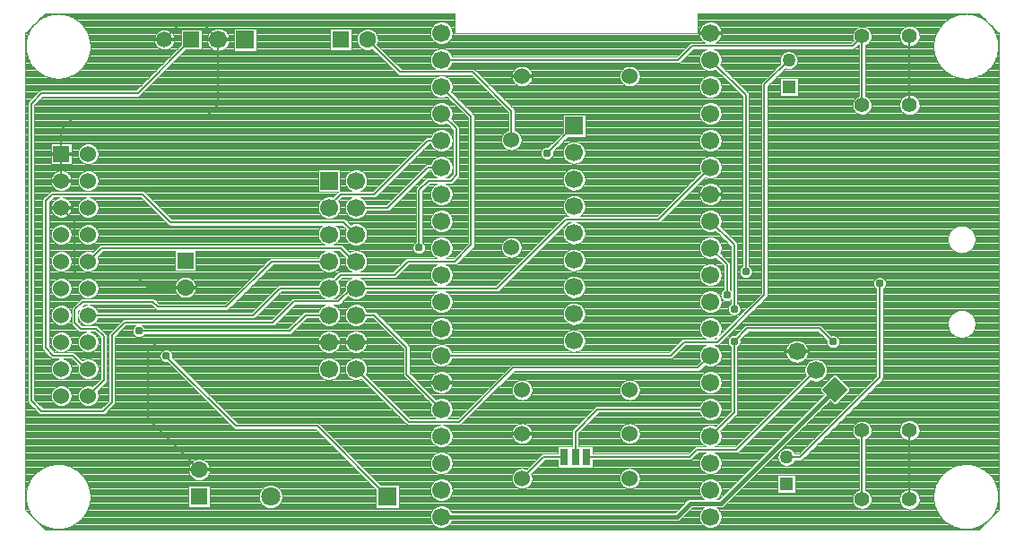
<source format=gbr>
G04 DipTrace 3.3.1.3*
G04 Bottom.gbr*
%MOIN*%
G04 #@! TF.FileFunction,Copper,L2,Bot*
G04 #@! TF.Part,Single*
%AMOUTLINE0*
4,1,4,
0.0,-0.047325,
-0.047325,0.0,
0.0,0.047325,
0.047325,0.0,
0.0,-0.047325,
0*%
G04 #@! TA.AperFunction,Conductor*
%ADD14C,0.007874*%
%ADD15C,0.015748*%
G04 #@! TA.AperFunction,CopperBalancing*
%ADD16C,0.003937*%
%ADD17C,0.012992*%
G04 #@! TA.AperFunction,ComponentPad*
%ADD19R,0.062992X0.062992*%
%ADD20C,0.062992*%
%ADD21R,0.070866X0.070866*%
%ADD22C,0.070866*%
%ADD23C,0.05*%
%ADD24R,0.05X0.05*%
%ADD25R,0.06X0.06*%
%ADD26C,0.06*%
%ADD27R,0.066929X0.066929*%
%ADD28C,0.066929*%
%ADD29R,0.059055X0.059055*%
%ADD30C,0.059055*%
%ADD31C,0.06*%
%ADD32C,0.055118*%
%ADD37R,0.029528X0.062992*%
G04 #@! TA.AperFunction,ViaPad*
%ADD44C,0.031*%
G04 #@! TA.AperFunction,ComponentPad*
%ADD93OUTLINE0*%
%FSLAX26Y26*%
G04*
G70*
G90*
G75*
G01*
G04 Bottom*
%LPD*%
X2360963Y1820976D2*
D14*
Y1822047D1*
X2461941Y1923025D1*
X3252075Y690430D2*
X3302470D1*
X3598031Y985991D1*
Y1336118D1*
X555643Y1718702D2*
Y1818702D1*
Y1905644D1*
X606201Y1956202D1*
X1093701D1*
X1139126Y2001627D1*
Y2243380D1*
X555643Y1618702D2*
X556201D1*
X606201Y1568702D1*
Y1381202D1*
X618701Y1368702D1*
X831201D1*
X878051Y1321851D1*
X1016773D1*
X1651316Y1118702D2*
X1551316D1*
X911295D1*
X878512Y1085918D1*
Y833891D1*
X1068701Y643702D1*
X3709395Y789443D2*
Y533538D1*
X3709629Y2000124D2*
Y2256030D1*
X939126Y2243380D2*
Y2244887D1*
X993218Y2298979D1*
X1083528D1*
X1139126Y2243380D1*
X3532230Y533538D2*
Y789443D1*
X2466441Y691577D2*
Y785451D1*
X2549690Y868702D1*
X2968701D1*
X1968701Y1068702D2*
X2820375D1*
X2870375Y1118702D1*
X2993701D1*
X3168701Y1293702D1*
Y2075624D1*
X3259953Y2166876D1*
X1968701Y868702D2*
X1838752Y998651D1*
Y1098651D1*
X1718701Y1218702D1*
X1651316D1*
X3057035Y1120470D2*
Y857036D1*
X2968701Y768702D1*
X3424575Y1119311D2*
X3374454Y1169432D1*
X3104856D1*
X3057618Y1122194D1*
Y1119887D1*
X3057035Y1120470D1*
X3029724Y1293702D2*
Y1407678D1*
X2968701Y1468702D1*
Y1568702D2*
X3057035Y1480367D1*
Y1241288D1*
X1039126Y2243380D2*
X839840Y2044094D1*
X482337D1*
X443701Y2005458D1*
Y899777D1*
X482335Y861143D1*
X711142D1*
X743701Y893702D1*
Y1143702D1*
X791287Y1191288D1*
X1342667D1*
X1420549Y1269170D1*
X1584589D1*
X1634121Y1318702D1*
X1651316D1*
X2175794D1*
X2432409Y1575317D1*
X2775316D1*
X2968701Y1768702D1*
X1651316Y1518702D2*
X1606041Y1563977D1*
X961169D1*
X856900Y1668246D1*
X521564D1*
X498083Y1644765D1*
Y1095766D1*
X526227Y1067622D1*
X598100D1*
X647020Y1018702D1*
X655643D1*
X2968701Y2168702D2*
X3100094Y2037308D1*
Y1380316D1*
X1651316Y1418702D2*
X1643701D1*
X1593701Y1468702D1*
X705643D1*
X655643Y1418702D1*
X1551316D2*
X1338115D1*
X1168667Y1249253D1*
X914550D1*
X895395Y1268408D1*
X635285D1*
X605923Y1239046D1*
Y1189329D1*
X627228Y1168023D1*
X684969D1*
X713205Y1139787D1*
Y976263D1*
X655643Y918702D1*
X1551316Y1618702D2*
Y1626317D1*
X1593701Y1668702D1*
X1718701D1*
X1918701Y1868702D1*
X1968701D1*
X1651316Y1618702D2*
X1768701D1*
X1918701Y1768702D1*
X1968701D1*
X655643Y1218702D2*
X1268701D1*
X1368701Y1318702D1*
X1551316D1*
Y1326317D1*
X1593701Y1368702D1*
X1793701D1*
X1843701Y1418702D1*
X2018701D1*
X2079618Y1479619D1*
Y1957784D1*
X1968701Y2068702D1*
X1885433Y1469107D2*
Y1683774D1*
X1920488Y1718829D1*
X2003080D1*
X2023841Y1739590D1*
Y1913561D1*
X1968701Y1968702D1*
X843339Y1159279D2*
X1403832D1*
X1463255Y1218702D1*
X1551316D1*
X1651316Y1018702D2*
Y1018246D1*
X1847530Y822033D1*
X2035177D1*
X2235806Y1022661D1*
X2922660D1*
X2968701Y1068702D1*
X2507192Y691577D2*
X2891453D1*
X2918382Y718506D1*
X3066246D1*
X3360568Y1012829D1*
X2425690Y691577D2*
X2349110D1*
X2268701Y611168D1*
X2228933Y1870144D2*
Y1978658D1*
X2085196Y2122396D1*
X1815007D1*
X1693701Y2243702D1*
X3532463Y2000124D2*
Y2256030D1*
X1968701Y2168702D2*
X2848954D1*
X2900382Y2220130D1*
X3496563D1*
X3532463Y2256030D1*
X1768701Y543702D2*
X1506715Y805687D1*
X1205446D1*
X945865Y1065269D1*
Y1066256D1*
X1968701Y468702D2*
D15*
X2844222D1*
X2894106Y518586D1*
X3007748D1*
X3431280Y942117D1*
D44*
X3424575Y1119311D3*
X2360963Y1820976D3*
X3598031Y1336118D3*
X3057035Y1120470D3*
X3029724Y1293702D3*
X3057035Y1241288D3*
X3100094Y1380316D3*
X1885433Y1469107D3*
X843339Y1159279D3*
X945865Y1066256D3*
X491103Y2337928D2*
D16*
X527955D1*
X559447D2*
X2016336D1*
X2921067D2*
X3902955D1*
X3934447D2*
X3971299D1*
X487296Y2334122D2*
X509708D1*
X577694D2*
X2016336D1*
X2921067D2*
X3884708D1*
X3952694D2*
X3975105D1*
X483490Y2330316D2*
X498666D1*
X588736D2*
X2016336D1*
X2921067D2*
X3873666D1*
X3963736D2*
X3978912D1*
X479684Y2326510D2*
X490131D1*
X597271D2*
X2016336D1*
X2921067D2*
X3865131D1*
X3972271D2*
X3982718D1*
X475885Y2322704D2*
X483025D1*
X604376D2*
X2016336D1*
X2921067D2*
X3858025D1*
X3979376D2*
X3986524D1*
X472079Y2318899D2*
X476889D1*
X610512D2*
X2016336D1*
X2921067D2*
X3851889D1*
X3985512D2*
X3990323D1*
X468272Y2315093D2*
X471476D1*
X615926D2*
X2016336D1*
X2921067D2*
X3846476D1*
X3990926D2*
X3994129D1*
X464466Y2311287D2*
X466642D1*
X620762D2*
X2016336D1*
X2921067D2*
X3841639D1*
X3995762D2*
X3997935D1*
X460660Y2307481D2*
X462257D1*
X625145D2*
X1953321D1*
X1984082D2*
X2016336D1*
X2921067D2*
X2953321D1*
X2984082D2*
X3837256D1*
X4000145D2*
X4001738D1*
X456854Y2303676D2*
X458282D1*
X629121D2*
X1945832D1*
X1991572D2*
X2016336D1*
X2921067D2*
X2945832D1*
X2991572D2*
X3833281D1*
X4004121D2*
X4005549D1*
X453047Y2299870D2*
X454638D1*
X632766D2*
X1940795D1*
X1996608D2*
X2016336D1*
X2921067D2*
X2940795D1*
X2996608D2*
X3829636D1*
X4007766D2*
X4009361D1*
X449241Y2296064D2*
X451299D1*
X636103D2*
X1937004D1*
X2000399D2*
X2016336D1*
X2921067D2*
X2937004D1*
X3000399D2*
X3826299D1*
X4011103D2*
X4013161D1*
X445435Y2292258D2*
X448231D1*
X639171D2*
X1934051D1*
X2003352D2*
X2016336D1*
X2921067D2*
X2934051D1*
X3003352D2*
X3696331D1*
X3722402D2*
X3823231D1*
X4014171D2*
X4016967D1*
X441628Y2288452D2*
X445401D1*
X642001D2*
X1931721D1*
X2005682D2*
X2016336D1*
X2921067D2*
X2931721D1*
X3005682D2*
X3517197D1*
X3547728D2*
X3688773D1*
X3729960D2*
X3820401D1*
X4017001D2*
X4020773D1*
X437822Y2284647D2*
X442802D1*
X644600D2*
X1133678D1*
X1144577D2*
X1197154D1*
X1281095D2*
X1929914D1*
X2007489D2*
X2016336D1*
X2921067D2*
X2929914D1*
X3007489D2*
X3510777D1*
X3554148D2*
X3683913D1*
X3734828D2*
X3817802D1*
X4019600D2*
X4024579D1*
X434016Y2280841D2*
X440403D1*
X646999D2*
X935082D1*
X943166D2*
X1001096D1*
X1077155D2*
X1120698D1*
X1157549D2*
X1197154D1*
X1281095D2*
X1553699D1*
X1633704D2*
X1679545D1*
X1707853D2*
X1928546D1*
X2008857D2*
X2016336D1*
X2921067D2*
X2928546D1*
X3008857D2*
X3506440D1*
X3558485D2*
X3680107D1*
X3738634D2*
X3815403D1*
X4021999D2*
X4028386D1*
X430210Y2277035D2*
X438196D1*
X649206D2*
X921879D1*
X956369D2*
X1001096D1*
X1077155D2*
X1114323D1*
X1163931D2*
X1197154D1*
X1281095D2*
X1553699D1*
X1633704D2*
X1671917D1*
X1715481D2*
X1927577D1*
X2009826D2*
X2016336D1*
X2921067D2*
X2927577D1*
X3009826D2*
X3503241D1*
X3561684D2*
X3677231D1*
X3741502D2*
X3813196D1*
X4024206D2*
X4032192D1*
X426403Y2273229D2*
X436174D1*
X651228D2*
X915804D1*
X962444D2*
X1001096D1*
X1077155D2*
X1109794D1*
X1168460D2*
X1197154D1*
X1281095D2*
X1553699D1*
X1633704D2*
X1666911D1*
X1720495D2*
X1926977D1*
X2010418D2*
X2016336D1*
X2921067D2*
X2926977D1*
X3010418D2*
X3500819D1*
X3564106D2*
X3675293D1*
X3743440D2*
X3811174D1*
X4026228D2*
X4035998D1*
X422597Y2269424D2*
X434320D1*
X653081D2*
X911560D1*
X966688D2*
X1001096D1*
X1077155D2*
X1106326D1*
X1171928D2*
X1197154D1*
X1281095D2*
X1553699D1*
X1633704D2*
X1663190D1*
X1724209D2*
X1926739D1*
X2010665D2*
X2016336D1*
X2921067D2*
X2926739D1*
X3010665D2*
X3499012D1*
X3565913D2*
X3673386D1*
X3745355D2*
X3809320D1*
X4028081D2*
X4039805D1*
X421067Y2265618D2*
X432629D1*
X654773D2*
X908368D1*
X969887D2*
X1001096D1*
X1077155D2*
X1103604D1*
X1174650D2*
X1197154D1*
X1281095D2*
X1553699D1*
X1633704D2*
X1660314D1*
X1727085D2*
X1926846D1*
X2010557D2*
X2926846D1*
X3010557D2*
X3497712D1*
X3567213D2*
X3672371D1*
X3746370D2*
X3807629D1*
X4029773D2*
X4041335D1*
X421067Y2261812D2*
X431091D1*
X656311D2*
X905916D1*
X972333D2*
X1001096D1*
X1077155D2*
X1101466D1*
X1176788D2*
X1197154D1*
X1281095D2*
X1553699D1*
X1633704D2*
X1658084D1*
X1729315D2*
X1927308D1*
X2010096D2*
X2927308D1*
X3010096D2*
X3496874D1*
X3568051D2*
X3671771D1*
X3746970D2*
X3806091D1*
X4031311D2*
X4041335D1*
X421067Y2258006D2*
X429707D1*
X657695D2*
X904055D1*
X974201D2*
X1001096D1*
X1077155D2*
X1099813D1*
X1178433D2*
X1197154D1*
X1281095D2*
X1553699D1*
X1633704D2*
X1656377D1*
X1731029D2*
X1928130D1*
X2009273D2*
X2928130D1*
X3009273D2*
X3496451D1*
X3568474D2*
X3671179D1*
X3747554D2*
X3804707D1*
X4032695D2*
X4041335D1*
X421067Y2254200D2*
X428461D1*
X658941D2*
X902686D1*
X975570D2*
X1001096D1*
X1077155D2*
X1098591D1*
X1179664D2*
X1197154D1*
X1281095D2*
X1553699D1*
X1633704D2*
X1655116D1*
X1732283D2*
X1929345D1*
X2008058D2*
X2929345D1*
X3008058D2*
X3496444D1*
X3568482D2*
X3671318D1*
X3747423D2*
X3803461D1*
X4033941D2*
X4041335D1*
X421067Y2250395D2*
X427354D1*
X660048D2*
X901756D1*
X976500D2*
X1001096D1*
X1077155D2*
X1097752D1*
X1180502D2*
X1197154D1*
X1281095D2*
X1553699D1*
X1633704D2*
X1654270D1*
X1733129D2*
X1930983D1*
X2006420D2*
X2930983D1*
X3006420D2*
X3496851D1*
X3568082D2*
X3671917D1*
X3746816D2*
X3802354D1*
X4035048D2*
X4041335D1*
X421067Y2246589D2*
X426377D1*
X661024D2*
X901233D1*
X977023D2*
X1001096D1*
X1077155D2*
X1097283D1*
X1180971D2*
X1197154D1*
X1281095D2*
X1553699D1*
X1633704D2*
X1653809D1*
X1733598D2*
X1933098D1*
X2004298D2*
X2933098D1*
X3004298D2*
X3497674D1*
X3567251D2*
X3672525D1*
X3746208D2*
X3801377D1*
X4036024D2*
X4041335D1*
X421067Y2242783D2*
X425531D1*
X661870D2*
X901102D1*
X977154D2*
X1001096D1*
X1077155D2*
X1097160D1*
X1181094D2*
X1197154D1*
X1281095D2*
X1553699D1*
X1633704D2*
X1653709D1*
X1733690D2*
X1935797D1*
X2001599D2*
X2935797D1*
X3001599D2*
X3498950D1*
X3565975D2*
X3673847D1*
X3744893D2*
X3800531D1*
X4036870D2*
X4041335D1*
X421067Y2238977D2*
X424816D1*
X662585D2*
X901356D1*
X976900D2*
X1001096D1*
X1077155D2*
X1097391D1*
X1180863D2*
X1197154D1*
X1281095D2*
X1553699D1*
X1633704D2*
X1653985D1*
X1733421D2*
X1939242D1*
X1998161D2*
X2939242D1*
X2998161D2*
X3497982D1*
X3564183D2*
X3675785D1*
X3742956D2*
X3799816D1*
X4037585D2*
X4041335D1*
X421067Y2235172D2*
X424232D1*
X663170D2*
X902002D1*
X976254D2*
X1001096D1*
X1077155D2*
X1097975D1*
X1180279D2*
X1197154D1*
X1281095D2*
X1553699D1*
X1633704D2*
X1654631D1*
X1732775D2*
X1943725D1*
X1993678D2*
X2943725D1*
X2993678D2*
X3494175D1*
X3561792D2*
X3677769D1*
X3740972D2*
X3799232D1*
X4038170D2*
X4041335D1*
X421067Y2231366D2*
X423759D1*
X663639D2*
X903063D1*
X975185D2*
X1001096D1*
X1077155D2*
X1098929D1*
X1179318D2*
X1197154D1*
X1281095D2*
X1553699D1*
X1633704D2*
X1655669D1*
X1731729D2*
X1950015D1*
X1987381D2*
X2895642D1*
X3558624D2*
X3681068D1*
X3737673D2*
X3798763D1*
X4038639D2*
X4041335D1*
X421067Y2227560D2*
X423421D1*
X663977D2*
X904578D1*
X973670D2*
X1001096D1*
X1077155D2*
X1100282D1*
X1177964D2*
X1197154D1*
X1281095D2*
X1553699D1*
X1633704D2*
X1657138D1*
X1730260D2*
X1962325D1*
X1975078D2*
X2890383D1*
X3554348D2*
X3684874D1*
X3733867D2*
X3798424D1*
X4038977D2*
X4041335D1*
X421067Y2223754D2*
X423206D1*
X664200D2*
X906615D1*
X971633D2*
X1001096D1*
X1077155D2*
X1102082D1*
X1176173D2*
X1197154D1*
X1281095D2*
X1553699D1*
X1633704D2*
X1659091D1*
X1731083D2*
X2886576D1*
X3548043D2*
X3690657D1*
X3728077D2*
X3798201D1*
X4039200D2*
X4041338D1*
X421067Y2219949D2*
X423099D1*
X664300D2*
X909276D1*
X968972D2*
X998266D1*
X1077155D2*
X1104388D1*
X1173866D2*
X1197154D1*
X1281095D2*
X1553699D1*
X1633704D2*
X1661613D1*
X1734882D2*
X2882770D1*
X3513810D2*
X3520020D1*
X3544906D2*
X3700138D1*
X3718595D2*
X3798101D1*
X4039300D2*
X4041333D1*
X421067Y2216143D2*
X423129D1*
X664277D2*
X912759D1*
X965497D2*
X994460D1*
X1077155D2*
X1107326D1*
X1170928D2*
X1197154D1*
X1281095D2*
X1553699D1*
X1633704D2*
X1664858D1*
X1738688D2*
X2878964D1*
X3510011D2*
X3520020D1*
X3544906D2*
X3798125D1*
X4039277D2*
X4041342D1*
X421067Y2212337D2*
X423268D1*
X664139D2*
X917450D1*
X960798D2*
X990653D1*
X1077155D2*
X1111078D1*
X1167176D2*
X1197154D1*
X1281095D2*
X1553699D1*
X1633704D2*
X1669126D1*
X1742494D2*
X2875158D1*
X3506205D2*
X3520020D1*
X3544906D2*
X3798263D1*
X4039139D2*
X4041335D1*
X421067Y2208531D2*
X423529D1*
X663877D2*
X924516D1*
X953739D2*
X986847D1*
X1077155D2*
X1116061D1*
X1162193D2*
X1197154D1*
X1281095D2*
X1553699D1*
X1633704D2*
X1675093D1*
X1746301D2*
X1956389D1*
X1981014D2*
X2871351D1*
X3500215D2*
X3520020D1*
X3544906D2*
X3798524D1*
X4038877D2*
X4041335D1*
X421067Y2204725D2*
X423913D1*
X663493D2*
X983041D1*
X1017900D2*
X1123428D1*
X1154827D2*
X1197154D1*
X1281095D2*
X1553699D1*
X1633704D2*
X1686274D1*
X1701133D2*
X1715247D1*
X1750107D2*
X1947554D1*
X1989849D2*
X2867545D1*
X2902412D2*
X2947554D1*
X2989849D2*
X3520020D1*
X3544906D2*
X3798909D1*
X4038493D2*
X4041335D1*
X421067Y2200920D2*
X424416D1*
X662985D2*
X979235D1*
X1014094D2*
X1719054D1*
X1753913D2*
X1942033D1*
X1995370D2*
X2863739D1*
X2898606D2*
X2942033D1*
X2995370D2*
X3520020D1*
X3544906D2*
X3799416D1*
X4037985D2*
X4041335D1*
X421067Y2197114D2*
X425055D1*
X662347D2*
X975428D1*
X1010288D2*
X1722860D1*
X1757719D2*
X1937958D1*
X1999446D2*
X2859932D1*
X2894800D2*
X2937958D1*
X2999446D2*
X3246067D1*
X3273837D2*
X3520020D1*
X3544906D2*
X3800055D1*
X4037347D2*
X4041335D1*
X421067Y2193308D2*
X425808D1*
X661593D2*
X971622D1*
X1006481D2*
X1726666D1*
X1761526D2*
X1934797D1*
X2002606D2*
X2856126D1*
X2890993D2*
X2934797D1*
X3002606D2*
X3239615D1*
X3280288D2*
X3520020D1*
X3544906D2*
X3800808D1*
X4036593D2*
X4041335D1*
X421067Y2189502D2*
X426700D1*
X660701D2*
X967816D1*
X1002683D2*
X1730473D1*
X1765332D2*
X1932313D1*
X2005090D2*
X2852320D1*
X2887187D2*
X2932313D1*
X3005090D2*
X3235386D1*
X3284517D2*
X3520020D1*
X3544906D2*
X3801700D1*
X4035701D2*
X4041335D1*
X421067Y2185697D2*
X427715D1*
X659686D2*
X964009D1*
X998877D2*
X1734271D1*
X1769138D2*
X1930368D1*
X2007035D2*
X2848521D1*
X2883381D2*
X2930368D1*
X3007035D2*
X3232318D1*
X3287585D2*
X3520020D1*
X3544906D2*
X3802715D1*
X4034686D2*
X4041335D1*
X421067Y2181891D2*
X428869D1*
X658533D2*
X960203D1*
X995070D2*
X1738077D1*
X1772945D2*
X1928876D1*
X2008519D2*
X2844715D1*
X2879574D2*
X2928876D1*
X3008519D2*
X3230050D1*
X3289854D2*
X3520020D1*
X3544906D2*
X3803869D1*
X4033533D2*
X4041335D1*
X421067Y2178085D2*
X430168D1*
X657233D2*
X956397D1*
X991264D2*
X1741884D1*
X1776751D2*
X1927807D1*
X2875768D2*
X2927807D1*
X3009596D2*
X3228404D1*
X3291499D2*
X3520020D1*
X3544906D2*
X3805168D1*
X4032233D2*
X4041335D1*
X421067Y2174279D2*
X431606D1*
X655796D2*
X952591D1*
X987458D2*
X1745690D1*
X1780557D2*
X1927108D1*
X2871962D2*
X2927108D1*
X3010295D2*
X3227289D1*
X3292622D2*
X3520020D1*
X3544906D2*
X3806606D1*
X4030796D2*
X4041335D1*
X421067Y2170473D2*
X433198D1*
X654204D2*
X948784D1*
X983651D2*
X1749496D1*
X1784363D2*
X1926769D1*
X2868156D2*
X2926769D1*
X3010634D2*
X3226643D1*
X3293260D2*
X3520020D1*
X3544906D2*
X3808198D1*
X4029204D2*
X4041335D1*
X421067Y2166668D2*
X434943D1*
X652458D2*
X944986D1*
X979845D2*
X1753303D1*
X1788170D2*
X1926785D1*
X2864349D2*
X2926785D1*
X3010618D2*
X3226451D1*
X3293452D2*
X3520020D1*
X3544906D2*
X3809943D1*
X4027458D2*
X4041335D1*
X421067Y2162862D2*
X436850D1*
X650551D2*
X941179D1*
X976039D2*
X1757109D1*
X1791968D2*
X1927146D1*
X2860543D2*
X2927146D1*
X3010257D2*
X3226689D1*
X3293214D2*
X3520020D1*
X3544906D2*
X3811850D1*
X4025551D2*
X4041335D1*
X421067Y2159056D2*
X438942D1*
X648460D2*
X937373D1*
X972233D2*
X1760915D1*
X1795775D2*
X1927869D1*
X2856568D2*
X2927869D1*
X3009534D2*
X3227389D1*
X3292522D2*
X3520020D1*
X3544906D2*
X3813942D1*
X4023460D2*
X4041335D1*
X421067Y2155250D2*
X441210D1*
X646191D2*
X933567D1*
X968426D2*
X1764721D1*
X1799581D2*
X1928969D1*
X2008435D2*
X2928969D1*
X3008435D2*
X3228558D1*
X3291346D2*
X3520020D1*
X3544906D2*
X3816210D1*
X4021191D2*
X4041335D1*
X421067Y2151445D2*
X443671D1*
X643731D2*
X929761D1*
X964620D2*
X1768528D1*
X1803387D2*
X1930483D1*
X2006920D2*
X2930483D1*
X3006920D2*
X3227089D1*
X3289638D2*
X3520020D1*
X3544906D2*
X3818671D1*
X4018731D2*
X4041335D1*
X421067Y2147639D2*
X446354D1*
X641047D2*
X925954D1*
X960814D2*
X1772334D1*
X1807193D2*
X1932460D1*
X2004936D2*
X2932460D1*
X3007197D2*
X3223283D1*
X3287293D2*
X3520020D1*
X3544906D2*
X3821354D1*
X4016047D2*
X4041335D1*
X421067Y2143833D2*
X449261D1*
X638141D2*
X922148D1*
X957007D2*
X1776140D1*
X1811000D2*
X1934989D1*
X2002414D2*
X2257701D1*
X2279704D2*
X2657699D1*
X2679702D2*
X2934989D1*
X3011003D2*
X3219477D1*
X3284125D2*
X3520020D1*
X3544906D2*
X3824261D1*
X4013141D2*
X4041335D1*
X421067Y2140027D2*
X452421D1*
X634980D2*
X918342D1*
X953201D2*
X1779947D1*
X1814806D2*
X1938204D1*
X1999200D2*
X2248897D1*
X2288500D2*
X2648895D1*
X2688507D2*
X2938204D1*
X3014809D2*
X3215670D1*
X3279719D2*
X3520020D1*
X3544906D2*
X3827421D1*
X4009980D2*
X4041335D1*
X421067Y2136221D2*
X455859D1*
X631543D2*
X914535D1*
X949395D2*
X1783753D1*
X1818612D2*
X1942356D1*
X1995047D2*
X2243568D1*
X2293829D2*
X2643574D1*
X2693828D2*
X2942356D1*
X3018615D2*
X3211864D1*
X3272860D2*
X3520020D1*
X3544906D2*
X3830859D1*
X4006543D2*
X4041335D1*
X421067Y2132416D2*
X459611D1*
X627791D2*
X910729D1*
X945596D2*
X1787559D1*
X2092281D2*
X2239708D1*
X2297697D2*
X2639706D1*
X2697695D2*
X2948015D1*
X3022422D2*
X3208058D1*
X3242925D2*
X3520020D1*
X3544906D2*
X3834611D1*
X4002791D2*
X4041335D1*
X421067Y2128610D2*
X463725D1*
X623677D2*
X906923D1*
X941790D2*
X1791358D1*
X2096410D2*
X2236763D1*
X2300642D2*
X2636761D1*
X2700641D2*
X2957304D1*
X2980099D2*
X2991361D1*
X3026220D2*
X3204252D1*
X3239119D2*
X3520020D1*
X3544906D2*
X3838725D1*
X3998677D2*
X4041335D1*
X421067Y2124804D2*
X468246D1*
X619155D2*
X903117D1*
X937984D2*
X1795164D1*
X2100216D2*
X2234494D1*
X2302910D2*
X2634493D1*
X2702909D2*
X2995167D1*
X3030027D2*
X3200453D1*
X3235312D2*
X3520020D1*
X3544906D2*
X3843246D1*
X3994155D2*
X4041335D1*
X421067Y2120998D2*
X473275D1*
X614126D2*
X899310D1*
X934177D2*
X1798970D1*
X2104022D2*
X2232772D1*
X2304633D2*
X2632770D1*
X2704631D2*
X2998973D1*
X3033833D2*
X3196647D1*
X3231506D2*
X3520020D1*
X3544906D2*
X3848275D1*
X3989126D2*
X4041335D1*
X421067Y2117193D2*
X478912D1*
X608490D2*
X895504D1*
X930371D2*
X1802777D1*
X2107829D2*
X2231526D1*
X2305879D2*
X2631525D1*
X2705877D2*
X3002780D1*
X3037639D2*
X3192840D1*
X3227700D2*
X3520020D1*
X3544906D2*
X3853912D1*
X3983490D2*
X4041335D1*
X421067Y2113387D2*
X485348D1*
X602054D2*
X891698D1*
X926565D2*
X1806614D1*
X2111635D2*
X2230696D1*
X2306701D2*
X2630694D1*
X2706708D2*
X3006586D1*
X3041445D2*
X3189034D1*
X3223893D2*
X3520020D1*
X3544906D2*
X3860348D1*
X3977054D2*
X4041335D1*
X421067Y2109581D2*
X492876D1*
X594526D2*
X887899D1*
X922759D2*
X1960734D1*
X1976669D2*
X2080582D1*
X2115441D2*
X2230273D1*
X2307132D2*
X2630271D1*
X2707130D2*
X2960734D1*
X2976669D2*
X3010392D1*
X3045252D2*
X3185228D1*
X3220087D2*
X3520020D1*
X3544906D2*
X3867876D1*
X3969526D2*
X4041335D1*
X421067Y2105775D2*
X502103D1*
X585299D2*
X884093D1*
X918952D2*
X1949492D1*
X1987911D2*
X2084388D1*
X2119248D2*
X2230227D1*
X2307178D2*
X2630225D1*
X2707177D2*
X2949492D1*
X2987911D2*
X3014199D1*
X3049058D2*
X3181421D1*
X3216281D2*
X3520020D1*
X3544906D2*
X3877103D1*
X3960299D2*
X4041335D1*
X421067Y2101970D2*
X514598D1*
X572803D2*
X880287D1*
X915146D2*
X1943371D1*
X1994032D2*
X2088194D1*
X2123054D2*
X2230565D1*
X2306840D2*
X2630563D1*
X2706838D2*
X2943371D1*
X2994032D2*
X3018005D1*
X3052864D2*
X3177615D1*
X3212475D2*
X3520020D1*
X3544906D2*
X3889598D1*
X3947803D2*
X4041335D1*
X421067Y2098164D2*
X876480D1*
X911340D2*
X1938973D1*
X1998431D2*
X2091993D1*
X2126860D2*
X2231288D1*
X2306109D2*
X2631294D1*
X2706108D2*
X2938973D1*
X2998431D2*
X3021811D1*
X3056671D2*
X3173809D1*
X3208668D2*
X3226451D1*
X3293460D2*
X3520020D1*
X3544906D2*
X4041335D1*
X421067Y2094358D2*
X872674D1*
X907533D2*
X1935589D1*
X2001806D2*
X2095799D1*
X2130666D2*
X2232433D1*
X2304964D2*
X2632440D1*
X2704962D2*
X2935589D1*
X3001806D2*
X3025610D1*
X3060477D2*
X3170003D1*
X3204862D2*
X3226451D1*
X3293460D2*
X3520020D1*
X3544906D2*
X4041335D1*
X421067Y2090552D2*
X868868D1*
X903727D2*
X1932936D1*
X2004467D2*
X2099606D1*
X2134473D2*
X2234041D1*
X2303364D2*
X2634039D1*
X2703363D2*
X2932936D1*
X3004467D2*
X3029416D1*
X3064283D2*
X3166196D1*
X3201063D2*
X3226451D1*
X3293460D2*
X3520020D1*
X3544906D2*
X4041335D1*
X421067Y2086746D2*
X865061D1*
X899921D2*
X1930852D1*
X2006551D2*
X2103412D1*
X2138279D2*
X2236170D1*
X2301234D2*
X2636169D1*
X2701233D2*
X2930852D1*
X3006551D2*
X3033222D1*
X3068089D2*
X3162390D1*
X3197257D2*
X3226451D1*
X3293460D2*
X3520020D1*
X3544906D2*
X4041335D1*
X421067Y2082941D2*
X861255D1*
X896115D2*
X1929245D1*
X2008158D2*
X2107218D1*
X2142085D2*
X2238939D1*
X2298458D2*
X2638937D1*
X2698464D2*
X2929245D1*
X3008158D2*
X3037029D1*
X3071896D2*
X3158738D1*
X3193451D2*
X3226451D1*
X3293460D2*
X3520020D1*
X3544906D2*
X4041335D1*
X421067Y2079135D2*
X857449D1*
X892308D2*
X1928061D1*
X2009342D2*
X2111024D1*
X2145892D2*
X2242553D1*
X2294844D2*
X2642559D1*
X2694843D2*
X2928061D1*
X3009342D2*
X3040835D1*
X3075702D2*
X3156784D1*
X3189645D2*
X3226451D1*
X3293460D2*
X3520020D1*
X3544906D2*
X4041335D1*
X421067Y2075329D2*
X853643D1*
X888510D2*
X1927261D1*
X2010134D2*
X2114831D1*
X2149690D2*
X2247459D1*
X2289946D2*
X2647457D1*
X2689944D2*
X2927261D1*
X3010134D2*
X3044641D1*
X3079508D2*
X3156262D1*
X3185838D2*
X3226451D1*
X3293460D2*
X3520020D1*
X3544906D2*
X4041335D1*
X421067Y2071523D2*
X849836D1*
X884703D2*
X1926831D1*
X2010572D2*
X2118637D1*
X2153496D2*
X2254987D1*
X2282418D2*
X2654985D1*
X2682416D2*
X2926831D1*
X3010572D2*
X3048447D1*
X3083307D2*
X3156262D1*
X3182032D2*
X3226451D1*
X3293460D2*
X3520020D1*
X3544906D2*
X4041335D1*
X421067Y2067718D2*
X846030D1*
X880897D2*
X1926746D1*
X2010657D2*
X2122443D1*
X2157303D2*
X2926746D1*
X3010657D2*
X3052254D1*
X3087113D2*
X3156262D1*
X3181140D2*
X3226451D1*
X3293460D2*
X3520020D1*
X3544906D2*
X4041335D1*
X421067Y2063912D2*
X842224D1*
X877091D2*
X1927008D1*
X2010395D2*
X2126250D1*
X2161109D2*
X2927008D1*
X3010395D2*
X3056060D1*
X3090920D2*
X3156262D1*
X3181140D2*
X3226451D1*
X3293460D2*
X3520020D1*
X3544906D2*
X4041335D1*
X421067Y2060106D2*
X838417D1*
X873284D2*
X1927631D1*
X2009773D2*
X2130056D1*
X2164915D2*
X2927631D1*
X3009773D2*
X3059866D1*
X3094726D2*
X3156262D1*
X3181140D2*
X3226451D1*
X3293460D2*
X3520020D1*
X3544906D2*
X4041335D1*
X421067Y2056300D2*
X834611D1*
X869478D2*
X1928623D1*
X2008773D2*
X2133862D1*
X2168722D2*
X2928623D1*
X3008773D2*
X3063673D1*
X3098532D2*
X3156262D1*
X3181140D2*
X3226451D1*
X3293460D2*
X3520020D1*
X3544906D2*
X4041335D1*
X421067Y2052494D2*
X473306D1*
X865672D2*
X1930022D1*
X2007381D2*
X2137668D1*
X2172528D2*
X2930022D1*
X3007381D2*
X3067479D1*
X3102338D2*
X3156262D1*
X3181140D2*
X3226451D1*
X3293460D2*
X3520020D1*
X3544906D2*
X4041335D1*
X421067Y2048689D2*
X469500D1*
X861866D2*
X1931867D1*
X2006143D2*
X2141475D1*
X2176334D2*
X2931867D1*
X3005536D2*
X3071285D1*
X3106145D2*
X3156262D1*
X3181140D2*
X3226451D1*
X3293460D2*
X3520020D1*
X3544906D2*
X4041335D1*
X421067Y2044883D2*
X465693D1*
X858059D2*
X1934228D1*
X2009949D2*
X2145281D1*
X2180140D2*
X2934228D1*
X3003167D2*
X3075092D1*
X3109859D2*
X3156262D1*
X3181140D2*
X3226451D1*
X3293460D2*
X3520020D1*
X3544906D2*
X4041335D1*
X421067Y2041077D2*
X461887D1*
X854253D2*
X1937235D1*
X2013756D2*
X2149080D1*
X2183947D2*
X2937235D1*
X3000161D2*
X3078898D1*
X3111927D2*
X3156262D1*
X3181140D2*
X3226451D1*
X3293460D2*
X3520020D1*
X3544906D2*
X4041335D1*
X421067Y2037271D2*
X458081D1*
X850447D2*
X1941095D1*
X2017562D2*
X2152886D1*
X2187753D2*
X2941095D1*
X2996308D2*
X3082696D1*
X3112535D2*
X3156262D1*
X3181140D2*
X3226451D1*
X3293460D2*
X3520020D1*
X3544906D2*
X3703498D1*
X3715243D2*
X4041335D1*
X421067Y2033466D2*
X454275D1*
X845902D2*
X1946239D1*
X2021368D2*
X2156692D1*
X2191559D2*
X2946239D1*
X2991156D2*
X3086503D1*
X3112535D2*
X3156262D1*
X3181140D2*
X3519397D1*
X3545529D2*
X3691702D1*
X3727038D2*
X4041335D1*
X421067Y2029660D2*
X450468D1*
X485335D2*
X1954021D1*
X1983382D2*
X1990315D1*
X2025175D2*
X2160498D1*
X2195366D2*
X2954021D1*
X2983382D2*
X3087656D1*
X3112535D2*
X3156262D1*
X3181140D2*
X3512069D1*
X3552857D2*
X3685412D1*
X3733328D2*
X4041335D1*
X421067Y2025854D2*
X446670D1*
X481529D2*
X1994114D1*
X2028981D2*
X2164305D1*
X2199172D2*
X3087656D1*
X3112535D2*
X3156262D1*
X3181140D2*
X3507363D1*
X3557563D2*
X3681598D1*
X3737142D2*
X4041335D1*
X421067Y2022048D2*
X442863D1*
X477723D2*
X1997920D1*
X2032787D2*
X2168111D1*
X2202978D2*
X3087656D1*
X3112535D2*
X3156262D1*
X3181140D2*
X3503933D1*
X3560992D2*
X3678107D1*
X3740626D2*
X4041335D1*
X421067Y2018242D2*
X439057D1*
X473917D2*
X2001726D1*
X2036593D2*
X2171917D1*
X2206777D2*
X3087656D1*
X3112535D2*
X3156262D1*
X3181140D2*
X3501342D1*
X3563583D2*
X3676054D1*
X3742679D2*
X4041335D1*
X421067Y2014437D2*
X435251D1*
X470110D2*
X2005533D1*
X2040400D2*
X2175724D1*
X2210583D2*
X3087656D1*
X3112535D2*
X3156262D1*
X3181140D2*
X3499396D1*
X3565529D2*
X3674116D1*
X3744624D2*
X4041335D1*
X421067Y2010631D2*
X432429D1*
X466304D2*
X2009339D1*
X2044206D2*
X2179530D1*
X2214389D2*
X3087656D1*
X3112535D2*
X3156262D1*
X3181140D2*
X3497982D1*
X3566944D2*
X3672632D1*
X3746108D2*
X4041335D1*
X421067Y2006825D2*
X431337D1*
X462498D2*
X1951722D1*
X1985681D2*
X2013145D1*
X2048012D2*
X2183336D1*
X2218196D2*
X2951722D1*
X2985681D2*
X3087656D1*
X3112535D2*
X3156262D1*
X3181140D2*
X3497036D1*
X3567890D2*
X3672002D1*
X3746731D2*
X4041335D1*
X421067Y2003019D2*
X431260D1*
X458691D2*
X1944840D1*
X1992564D2*
X2016951D1*
X2051811D2*
X2187142D1*
X2222002D2*
X2944840D1*
X2992564D2*
X3087656D1*
X3112535D2*
X3156262D1*
X3181140D2*
X3496521D1*
X3568405D2*
X3671402D1*
X3747339D2*
X4041335D1*
X421067Y1999214D2*
X431260D1*
X456139D2*
X1940064D1*
X1997331D2*
X2020758D1*
X2055617D2*
X2190949D1*
X2225808D2*
X2940064D1*
X2997331D2*
X3087656D1*
X3112535D2*
X3156262D1*
X3181140D2*
X3496413D1*
X3568512D2*
X3671133D1*
X3747608D2*
X4041335D1*
X421067Y1995408D2*
X431260D1*
X456139D2*
X1936443D1*
X2000960D2*
X2024564D1*
X2059423D2*
X2194755D1*
X2229614D2*
X2936443D1*
X3000960D2*
X3087656D1*
X3112535D2*
X3156262D1*
X3181140D2*
X3496713D1*
X3568213D2*
X3671687D1*
X3747054D2*
X4041335D1*
X421067Y1991602D2*
X431260D1*
X456139D2*
X1933605D1*
X2003790D2*
X2028370D1*
X2063230D2*
X2198561D1*
X2233421D2*
X2933605D1*
X3003790D2*
X3087656D1*
X3112535D2*
X3156262D1*
X3181140D2*
X3497436D1*
X3567490D2*
X3672286D1*
X3746447D2*
X4041335D1*
X421067Y1987796D2*
X431260D1*
X456139D2*
X1931375D1*
X2006028D2*
X2032177D1*
X2067036D2*
X2202368D1*
X2237227D2*
X2931375D1*
X3006028D2*
X3087656D1*
X3112535D2*
X3156262D1*
X3181140D2*
X3498597D1*
X3566329D2*
X3673171D1*
X3745570D2*
X4041335D1*
X421067Y1983991D2*
X431260D1*
X456139D2*
X1929645D1*
X2007758D2*
X2035983D1*
X2070842D2*
X2206166D1*
X2240134D2*
X2929645D1*
X3007758D2*
X3087656D1*
X3112535D2*
X3156262D1*
X3181140D2*
X3500258D1*
X3564668D2*
X3675024D1*
X3743717D2*
X4041335D1*
X421067Y1980185D2*
X431260D1*
X456139D2*
X1928346D1*
X2009050D2*
X2039789D1*
X2074649D2*
X2209972D1*
X2241279D2*
X2928346D1*
X3009050D2*
X3087656D1*
X3112535D2*
X3156262D1*
X3181140D2*
X3502495D1*
X3562430D2*
X3676962D1*
X3741771D2*
X4041335D1*
X421067Y1976379D2*
X431260D1*
X456139D2*
X1927446D1*
X2009957D2*
X2043595D1*
X2078455D2*
X2213779D1*
X2241372D2*
X2927446D1*
X3009957D2*
X3087656D1*
X3112535D2*
X3156262D1*
X3181140D2*
X3505456D1*
X3559477D2*
X3679576D1*
X3739165D2*
X4041335D1*
X421067Y1972573D2*
X431260D1*
X456139D2*
X1926915D1*
X2010488D2*
X2047402D1*
X2082261D2*
X2216493D1*
X2241372D2*
X2926915D1*
X3010488D2*
X3087656D1*
X3112535D2*
X3156262D1*
X3181140D2*
X3509416D1*
X3555510D2*
X3683382D1*
X3735358D2*
X4041335D1*
X421067Y1968767D2*
X431260D1*
X456139D2*
X1926731D1*
X2010672D2*
X2051200D1*
X2086067D2*
X2216493D1*
X2241372D2*
X2926731D1*
X3010672D2*
X3087656D1*
X3112535D2*
X3156262D1*
X3181140D2*
X3515068D1*
X3549858D2*
X3687781D1*
X3730960D2*
X4041335D1*
X421067Y1964962D2*
X431260D1*
X456139D2*
X1926900D1*
X2010503D2*
X2055007D1*
X2089689D2*
X2216493D1*
X2241372D2*
X2926900D1*
X3010503D2*
X3087656D1*
X3112535D2*
X3156262D1*
X3181140D2*
X3526079D1*
X3538846D2*
X3695201D1*
X3723540D2*
X4041335D1*
X421067Y1961156D2*
X431260D1*
X456139D2*
X1927423D1*
X2009980D2*
X2058813D1*
X2091581D2*
X2216493D1*
X2241372D2*
X2419972D1*
X2503913D2*
X2927423D1*
X3009980D2*
X3087656D1*
X3112535D2*
X3156262D1*
X3181140D2*
X4041335D1*
X421067Y1957350D2*
X431260D1*
X456139D2*
X1928315D1*
X2009088D2*
X2062619D1*
X2092058D2*
X2216493D1*
X2241372D2*
X2419972D1*
X2503913D2*
X2928315D1*
X3009088D2*
X3087656D1*
X3112535D2*
X3156262D1*
X3181140D2*
X4041335D1*
X421067Y1953544D2*
X431260D1*
X456139D2*
X1929591D1*
X2007804D2*
X2066425D1*
X2092058D2*
X2216493D1*
X2241372D2*
X2419972D1*
X2503913D2*
X2929591D1*
X3007804D2*
X3087656D1*
X3112535D2*
X3156262D1*
X3181140D2*
X4041335D1*
X421067Y1949739D2*
X431260D1*
X456139D2*
X1931306D1*
X2006089D2*
X2067179D1*
X2092058D2*
X2216493D1*
X2241372D2*
X2419972D1*
X2503913D2*
X2931306D1*
X3006089D2*
X3087656D1*
X3112535D2*
X3156262D1*
X3181140D2*
X4041335D1*
X421067Y1945933D2*
X431260D1*
X456139D2*
X1933521D1*
X2008904D2*
X2067179D1*
X2092058D2*
X2216493D1*
X2241372D2*
X2419972D1*
X2503913D2*
X2933521D1*
X3003882D2*
X3087656D1*
X3112535D2*
X3156262D1*
X3181140D2*
X4041335D1*
X421067Y1942127D2*
X431260D1*
X456139D2*
X1936335D1*
X2012710D2*
X2067179D1*
X2092058D2*
X2216493D1*
X2241372D2*
X2419972D1*
X2503913D2*
X2936335D1*
X3001068D2*
X3087656D1*
X3112535D2*
X3156262D1*
X3181140D2*
X4041335D1*
X421067Y1938321D2*
X431260D1*
X456139D2*
X1939926D1*
X2016516D2*
X2067179D1*
X2092058D2*
X2216493D1*
X2241372D2*
X2419972D1*
X2503913D2*
X2939926D1*
X2997477D2*
X3087656D1*
X3112535D2*
X3156262D1*
X3181140D2*
X4041335D1*
X421067Y1934515D2*
X431260D1*
X456139D2*
X1944647D1*
X2020315D2*
X2067179D1*
X2092058D2*
X2216493D1*
X2241372D2*
X2419972D1*
X2503913D2*
X2944647D1*
X2992756D2*
X3087656D1*
X3112535D2*
X3156262D1*
X3181140D2*
X4041335D1*
X421067Y1930710D2*
X431260D1*
X456139D2*
X1951422D1*
X1985981D2*
X1989262D1*
X2024121D2*
X2067179D1*
X2092058D2*
X2216493D1*
X2241372D2*
X2419972D1*
X2503913D2*
X2951422D1*
X2985981D2*
X3087656D1*
X3112535D2*
X3156262D1*
X3181140D2*
X4041335D1*
X421067Y1926904D2*
X431260D1*
X456139D2*
X1993068D1*
X2027927D2*
X2067179D1*
X2092058D2*
X2216493D1*
X2241372D2*
X2419972D1*
X2503913D2*
X3087656D1*
X3112535D2*
X3156262D1*
X3181140D2*
X4041335D1*
X421067Y1923098D2*
X431260D1*
X456139D2*
X1996874D1*
X2031734D2*
X2067179D1*
X2092058D2*
X2216493D1*
X2241372D2*
X2419972D1*
X2503913D2*
X3087656D1*
X3112535D2*
X3156262D1*
X3181140D2*
X4041335D1*
X421067Y1919292D2*
X431260D1*
X456139D2*
X2000681D1*
X2034833D2*
X2067179D1*
X2092058D2*
X2216493D1*
X2241372D2*
X2419972D1*
X2503913D2*
X3087656D1*
X3112535D2*
X3156262D1*
X3181140D2*
X4041335D1*
X421067Y1915487D2*
X431260D1*
X456139D2*
X2004487D1*
X2036124D2*
X2067179D1*
X2092058D2*
X2216493D1*
X2241372D2*
X2419972D1*
X2503913D2*
X3087656D1*
X3112535D2*
X3156262D1*
X3181140D2*
X4041335D1*
X421067Y1911681D2*
X431260D1*
X456139D2*
X2008293D1*
X2036286D2*
X2067179D1*
X2092058D2*
X2216493D1*
X2241372D2*
X2419972D1*
X2503913D2*
X3087656D1*
X3112535D2*
X3156262D1*
X3181140D2*
X4041335D1*
X421067Y1907875D2*
X431260D1*
X456139D2*
X1954382D1*
X1983021D2*
X2011400D1*
X2036286D2*
X2067179D1*
X2092058D2*
X2216493D1*
X2241372D2*
X2419972D1*
X2503913D2*
X2954382D1*
X2983021D2*
X3087656D1*
X3112535D2*
X3156262D1*
X3181140D2*
X4041335D1*
X421067Y1904069D2*
X431260D1*
X456139D2*
X1946454D1*
X1990949D2*
X2011400D1*
X2036286D2*
X2067179D1*
X2092058D2*
X2211180D1*
X2246693D2*
X2419972D1*
X2503913D2*
X2946454D1*
X2990949D2*
X3087656D1*
X3112535D2*
X3156262D1*
X3181140D2*
X4041335D1*
X421067Y1900263D2*
X431260D1*
X456139D2*
X1941249D1*
X1996154D2*
X2011400D1*
X2036286D2*
X2067179D1*
X2092058D2*
X2205190D1*
X2252675D2*
X2419972D1*
X2503913D2*
X2941249D1*
X2996154D2*
X3087656D1*
X3112535D2*
X3156262D1*
X3181140D2*
X4041335D1*
X421067Y1896458D2*
X431260D1*
X456139D2*
X1937358D1*
X2000045D2*
X2011400D1*
X2036286D2*
X2067179D1*
X2092058D2*
X2200968D1*
X2256897D2*
X2417942D1*
X2503913D2*
X2937358D1*
X3000045D2*
X3087656D1*
X3112535D2*
X3156262D1*
X3181140D2*
X4041335D1*
X421067Y1892652D2*
X431260D1*
X456139D2*
X1934320D1*
X2003075D2*
X2011400D1*
X2036286D2*
X2067179D1*
X2092058D2*
X2197785D1*
X2260080D2*
X2414136D1*
X2503913D2*
X2934320D1*
X3003075D2*
X3087656D1*
X3112535D2*
X3156262D1*
X3181140D2*
X4041335D1*
X421067Y1888846D2*
X431260D1*
X456139D2*
X1931937D1*
X2005466D2*
X2011400D1*
X2036286D2*
X2067179D1*
X2092058D2*
X2195332D1*
X2262533D2*
X2410329D1*
X2503913D2*
X2931937D1*
X3005466D2*
X3087656D1*
X3112535D2*
X3156262D1*
X3181140D2*
X4041335D1*
X421067Y1885040D2*
X431260D1*
X456139D2*
X1930076D1*
X2007327D2*
X2011400D1*
X2036286D2*
X2067179D1*
X2092058D2*
X2193463D1*
X2264402D2*
X2406523D1*
X2503913D2*
X2930076D1*
X3007327D2*
X3087656D1*
X3112535D2*
X3156262D1*
X3181140D2*
X4041335D1*
X421067Y1881235D2*
X431260D1*
X456139D2*
X1928669D1*
X2008734D2*
X2011400D1*
X2036286D2*
X2067179D1*
X2092058D2*
X2192079D1*
X2265786D2*
X2402717D1*
X2437584D2*
X2928669D1*
X3008734D2*
X3087656D1*
X3112535D2*
X3156262D1*
X3181140D2*
X4041335D1*
X421067Y1877429D2*
X431260D1*
X456139D2*
X1909999D1*
X2009742D2*
X2011407D1*
X2036286D2*
X2067179D1*
X2092058D2*
X2191133D1*
X2266732D2*
X2398910D1*
X2433778D2*
X2927661D1*
X3009742D2*
X3087656D1*
X3112535D2*
X3156262D1*
X3181140D2*
X4041335D1*
X421067Y1873623D2*
X431260D1*
X456139D2*
X1906192D1*
X2036286D2*
X2067179D1*
X2092058D2*
X2190587D1*
X2267277D2*
X2395112D1*
X2429971D2*
X2927023D1*
X3010380D2*
X3087656D1*
X3112535D2*
X3156262D1*
X3181140D2*
X4041335D1*
X421067Y1869817D2*
X431260D1*
X456139D2*
X1902386D1*
X2036286D2*
X2067179D1*
X2092058D2*
X2190434D1*
X2267439D2*
X2391306D1*
X2426165D2*
X2926746D1*
X3010657D2*
X3087656D1*
X3112535D2*
X3156262D1*
X3181140D2*
X4041335D1*
X421067Y1866012D2*
X431260D1*
X456139D2*
X1898580D1*
X2036286D2*
X2067179D1*
X2092058D2*
X2190657D1*
X2267216D2*
X2387499D1*
X2422359D2*
X2926823D1*
X3010580D2*
X3087656D1*
X3112535D2*
X3156262D1*
X3181140D2*
X4041335D1*
X421067Y1862206D2*
X431260D1*
X456139D2*
X1894773D1*
X2010157D2*
X2011397D1*
X2036286D2*
X2067179D1*
X2092058D2*
X2191264D1*
X2266601D2*
X2383693D1*
X2418552D2*
X2447646D1*
X2476239D2*
X2927246D1*
X3010157D2*
X3087656D1*
X3112535D2*
X3156262D1*
X3181140D2*
X4041335D1*
X421067Y1858400D2*
X431260D1*
X456139D2*
X1890967D1*
X2009373D2*
X2011400D1*
X2036286D2*
X2067179D1*
X2092058D2*
X2192287D1*
X2265586D2*
X2379887D1*
X2414746D2*
X2439703D1*
X2484174D2*
X2928030D1*
X3009373D2*
X3087656D1*
X3112535D2*
X3156262D1*
X3181140D2*
X4041335D1*
X421067Y1854594D2*
X431260D1*
X456139D2*
X517136D1*
X594149D2*
X642436D1*
X668845D2*
X1887161D1*
X1922028D2*
X1929199D1*
X2008204D2*
X2011400D1*
X2036286D2*
X2067179D1*
X2092058D2*
X2193748D1*
X2264117D2*
X2376080D1*
X2410940D2*
X2434497D1*
X2489388D2*
X2929199D1*
X3008204D2*
X3087656D1*
X3112535D2*
X3156262D1*
X3181140D2*
X4041335D1*
X421067Y1850788D2*
X431260D1*
X456139D2*
X517136D1*
X594149D2*
X634685D1*
X676603D2*
X1883355D1*
X1918222D2*
X1930791D1*
X2006612D2*
X2011400D1*
X2036286D2*
X2067179D1*
X2092058D2*
X2195709D1*
X2262156D2*
X2372274D1*
X2407134D2*
X2430599D1*
X2493279D2*
X2930791D1*
X3006612D2*
X3087656D1*
X3112535D2*
X3156262D1*
X3181140D2*
X4041335D1*
X421067Y1846983D2*
X431260D1*
X456139D2*
X517136D1*
X594149D2*
X629702D1*
X681586D2*
X1879548D1*
X1914415D2*
X1932859D1*
X2004544D2*
X2011400D1*
X2036286D2*
X2067179D1*
X2092058D2*
X2198277D1*
X2259588D2*
X2368468D1*
X2403327D2*
X2427569D1*
X2496316D2*
X2932859D1*
X3004544D2*
X3087656D1*
X3112535D2*
X3156262D1*
X3181140D2*
X4041335D1*
X421067Y1843177D2*
X431260D1*
X456139D2*
X517136D1*
X594149D2*
X626034D1*
X685246D2*
X1875742D1*
X1910609D2*
X1935489D1*
X2001914D2*
X2011400D1*
X2036286D2*
X2067179D1*
X2092058D2*
X2201614D1*
X2256258D2*
X2352535D1*
X2399521D2*
X2425185D1*
X2498700D2*
X2935489D1*
X3001914D2*
X3087656D1*
X3112535D2*
X3156262D1*
X3181140D2*
X4041335D1*
X421067Y1839371D2*
X431260D1*
X456139D2*
X517136D1*
X594149D2*
X623228D1*
X688053D2*
X1871936D1*
X1906803D2*
X1938842D1*
X1998561D2*
X2011400D1*
X2036286D2*
X2067179D1*
X2092058D2*
X2206059D1*
X2251806D2*
X2345768D1*
X2395722D2*
X2423324D1*
X2500561D2*
X2938842D1*
X2998561D2*
X3087656D1*
X3112535D2*
X3156262D1*
X3181140D2*
X4041335D1*
X421067Y1835565D2*
X431260D1*
X456139D2*
X517136D1*
X594149D2*
X621075D1*
X690214D2*
X1868129D1*
X1902997D2*
X1943202D1*
X1994201D2*
X2011400D1*
X2036286D2*
X2067179D1*
X2092058D2*
X2212518D1*
X2245347D2*
X2342008D1*
X2391916D2*
X2421910D1*
X2501975D2*
X2943202D1*
X2994201D2*
X3087656D1*
X3112535D2*
X3156262D1*
X3181140D2*
X4041335D1*
X421067Y1831760D2*
X431260D1*
X456139D2*
X517136D1*
X594149D2*
X619444D1*
X691844D2*
X1864331D1*
X1899190D2*
X1949238D1*
X1988165D2*
X2011400D1*
X2036286D2*
X2067179D1*
X2092058D2*
X2339563D1*
X2388110D2*
X2420902D1*
X2502983D2*
X2949238D1*
X2988165D2*
X3087656D1*
X3112535D2*
X3156262D1*
X3181140D2*
X4041335D1*
X421067Y1827954D2*
X431260D1*
X456139D2*
X517136D1*
X594149D2*
X618276D1*
X693005D2*
X1860525D1*
X1895384D2*
X1960057D1*
X1977346D2*
X2011400D1*
X2036286D2*
X2067179D1*
X2092058D2*
X2338018D1*
X2384303D2*
X2420264D1*
X2503613D2*
X2960057D1*
X2977346D2*
X3087656D1*
X3112535D2*
X3156262D1*
X3181140D2*
X4041335D1*
X421067Y1824148D2*
X431260D1*
X456139D2*
X517136D1*
X594149D2*
X617530D1*
X693758D2*
X1856718D1*
X1891578D2*
X2011400D1*
X2036286D2*
X2067179D1*
X2092058D2*
X2337172D1*
X2384749D2*
X2419987D1*
X2503898D2*
X3087656D1*
X3112535D2*
X3156262D1*
X3181140D2*
X4041335D1*
X421067Y1820342D2*
X431260D1*
X456139D2*
X517136D1*
X594149D2*
X617176D1*
X694112D2*
X1852912D1*
X1887771D2*
X2011400D1*
X2036286D2*
X2067179D1*
X2092058D2*
X2336964D1*
X2384957D2*
X2420056D1*
X2503821D2*
X3087656D1*
X3112535D2*
X3156262D1*
X3181140D2*
X4041335D1*
X421067Y1816536D2*
X431260D1*
X456139D2*
X517136D1*
X594149D2*
X617199D1*
X694089D2*
X1849106D1*
X1883965D2*
X2011400D1*
X2036286D2*
X2067179D1*
X2092058D2*
X2337379D1*
X2384550D2*
X2420479D1*
X2503398D2*
X3087656D1*
X3112535D2*
X3156262D1*
X3181140D2*
X4041335D1*
X421067Y1812731D2*
X431260D1*
X456139D2*
X517136D1*
X594149D2*
X617607D1*
X693674D2*
X1845299D1*
X1880159D2*
X2011400D1*
X2036286D2*
X2067179D1*
X2092058D2*
X2338448D1*
X2383481D2*
X2421264D1*
X2502614D2*
X3087656D1*
X3112535D2*
X3156262D1*
X3181140D2*
X4041335D1*
X421067Y1808925D2*
X431260D1*
X456139D2*
X517136D1*
X594149D2*
X618414D1*
X692874D2*
X1841493D1*
X1876353D2*
X1957789D1*
X1979607D2*
X2011400D1*
X2036286D2*
X2067179D1*
X2092058D2*
X2340263D1*
X2381658D2*
X2422440D1*
X2501445D2*
X2957789D1*
X2979607D2*
X3087656D1*
X3112535D2*
X3156262D1*
X3181140D2*
X4041335D1*
X421067Y1805119D2*
X431260D1*
X456139D2*
X517136D1*
X594149D2*
X619644D1*
X691644D2*
X1837687D1*
X1872546D2*
X1948254D1*
X1989149D2*
X2011400D1*
X2036286D2*
X2067179D1*
X2092058D2*
X2343077D1*
X2378852D2*
X2424024D1*
X2499853D2*
X2948254D1*
X2989149D2*
X3087656D1*
X3112535D2*
X3156262D1*
X3181140D2*
X4041335D1*
X421067Y1801313D2*
X431260D1*
X456139D2*
X517136D1*
X594149D2*
X621336D1*
X689952D2*
X1833881D1*
X1868740D2*
X1942517D1*
X1994878D2*
X2011400D1*
X2036286D2*
X2067179D1*
X2092058D2*
X2347499D1*
X2374430D2*
X2426093D1*
X2497792D2*
X2942517D1*
X2994878D2*
X3087656D1*
X3112535D2*
X3156262D1*
X3181140D2*
X4041335D1*
X421067Y1797508D2*
X431260D1*
X456139D2*
X517136D1*
X594149D2*
X623574D1*
X687707D2*
X1830074D1*
X1864941D2*
X1938327D1*
X1999076D2*
X2011400D1*
X2036286D2*
X2067179D1*
X2092058D2*
X2357987D1*
X2363942D2*
X2428722D1*
X2495155D2*
X2938327D1*
X2999076D2*
X3087656D1*
X3112535D2*
X3156262D1*
X3181140D2*
X4041335D1*
X421067Y1793702D2*
X431260D1*
X456139D2*
X517136D1*
X594149D2*
X626488D1*
X684800D2*
X1826268D1*
X1861135D2*
X1935089D1*
X2002314D2*
X2011400D1*
X2036286D2*
X2067179D1*
X2092058D2*
X2432075D1*
X2491810D2*
X2935089D1*
X3002314D2*
X3087656D1*
X3112535D2*
X3156262D1*
X3181140D2*
X4041335D1*
X421067Y1789896D2*
X431260D1*
X456139D2*
X517136D1*
X594149D2*
X630294D1*
X680986D2*
X1822462D1*
X1857329D2*
X1932536D1*
X2004859D2*
X2011400D1*
X2036286D2*
X2067179D1*
X2092058D2*
X2436427D1*
X2487450D2*
X2932536D1*
X3004859D2*
X3087656D1*
X3112535D2*
X3156262D1*
X3181140D2*
X4041335D1*
X421067Y1786090D2*
X431260D1*
X456139D2*
X517136D1*
X594149D2*
X635531D1*
X675757D2*
X1818655D1*
X1853523D2*
X1930545D1*
X2006858D2*
X2011400D1*
X2036286D2*
X2067179D1*
X2092058D2*
X2442464D1*
X2481421D2*
X2930545D1*
X3006858D2*
X3087656D1*
X3112535D2*
X3156262D1*
X3181140D2*
X4041335D1*
X421067Y1782284D2*
X431260D1*
X456139D2*
X517136D1*
X594149D2*
X644020D1*
X667268D2*
X1814849D1*
X1849716D2*
X1929015D1*
X2008388D2*
X2011400D1*
X2036286D2*
X2067179D1*
X2092058D2*
X2453260D1*
X2470625D2*
X2929015D1*
X3008388D2*
X3087656D1*
X3112535D2*
X3156262D1*
X3181140D2*
X4041335D1*
X421067Y1778479D2*
X431260D1*
X456139D2*
X1811043D1*
X1845910D2*
X1911267D1*
X2009503D2*
X2011400D1*
X2036286D2*
X2067179D1*
X2092058D2*
X2927900D1*
X3009503D2*
X3087656D1*
X3112535D2*
X3156262D1*
X3181140D2*
X4041335D1*
X421067Y1774673D2*
X431260D1*
X456139D2*
X1807244D1*
X1842104D2*
X1907238D1*
X2036286D2*
X2067179D1*
X2092058D2*
X2927162D1*
X3010242D2*
X3087656D1*
X3112535D2*
X3156262D1*
X3181140D2*
X4041335D1*
X421067Y1770867D2*
X431260D1*
X456139D2*
X1803438D1*
X1838297D2*
X1903432D1*
X2036286D2*
X2067179D1*
X2092058D2*
X2926792D1*
X3010611D2*
X3087656D1*
X3112535D2*
X3156262D1*
X3181140D2*
X4041335D1*
X421067Y1767061D2*
X431260D1*
X456139D2*
X1799632D1*
X1834491D2*
X1899626D1*
X2036286D2*
X2067179D1*
X2092058D2*
X2926762D1*
X3010634D2*
X3087656D1*
X3112535D2*
X3156262D1*
X3181140D2*
X4041335D1*
X421067Y1763256D2*
X431260D1*
X456139D2*
X1795825D1*
X1830685D2*
X1895827D1*
X2036286D2*
X2067179D1*
X2092058D2*
X2451060D1*
X2472817D2*
X2927092D1*
X3010311D2*
X3087656D1*
X3112535D2*
X3156262D1*
X3181140D2*
X4041335D1*
X421067Y1759450D2*
X431260D1*
X456139D2*
X1509347D1*
X1593288D2*
X1642674D1*
X1659963D2*
X1792019D1*
X1826879D2*
X1892021D1*
X2009626D2*
X2011400D1*
X2036286D2*
X2067179D1*
X2092058D2*
X2441502D1*
X2482375D2*
X2927777D1*
X3009626D2*
X3087656D1*
X3112535D2*
X3156262D1*
X3181140D2*
X4041335D1*
X421067Y1755644D2*
X431260D1*
X456139D2*
X545887D1*
X565398D2*
X645888D1*
X665400D2*
X1509347D1*
X1593288D2*
X1631847D1*
X1670782D2*
X1788213D1*
X1823072D2*
X1888214D1*
X1923074D2*
X1928838D1*
X2008565D2*
X2011400D1*
X2036286D2*
X2067179D1*
X2092058D2*
X2435774D1*
X2488111D2*
X2928838D1*
X3008565D2*
X3087656D1*
X3112535D2*
X3156262D1*
X3181140D2*
X4041335D1*
X421067Y1751838D2*
X431260D1*
X456139D2*
X536421D1*
X574864D2*
X636423D1*
X674858D2*
X1509347D1*
X1593288D2*
X1625811D1*
X1676819D2*
X1784407D1*
X1819266D2*
X1884408D1*
X1919268D2*
X1930307D1*
X2007097D2*
X2011400D1*
X2036286D2*
X2067179D1*
X2092058D2*
X2431575D1*
X2492302D2*
X2930307D1*
X3007097D2*
X3087656D1*
X3112535D2*
X3156262D1*
X3181140D2*
X4041335D1*
X421067Y1748033D2*
X431260D1*
X456139D2*
X530916D1*
X580370D2*
X630917D1*
X680371D2*
X1509347D1*
X1593288D2*
X1621459D1*
X1681178D2*
X1780600D1*
X1815460D2*
X1880602D1*
X1915461D2*
X1932237D1*
X2005167D2*
X2011400D1*
X2036286D2*
X2067179D1*
X2092058D2*
X2428338D1*
X2495547D2*
X2930599D1*
X3005167D2*
X3087656D1*
X3112535D2*
X3156262D1*
X3181140D2*
X4041335D1*
X421067Y1744227D2*
X431260D1*
X456139D2*
X526948D1*
X584337D2*
X626949D1*
X684339D2*
X1509347D1*
X1593288D2*
X1618106D1*
X1684523D2*
X1776794D1*
X1811653D2*
X1876795D1*
X1911655D2*
X1934697D1*
X2002698D2*
X2011046D1*
X2036286D2*
X2067179D1*
X2092058D2*
X2425785D1*
X2498100D2*
X2926792D1*
X3002698D2*
X3087656D1*
X3112535D2*
X3156262D1*
X3181140D2*
X4041335D1*
X421067Y1740421D2*
X431260D1*
X456139D2*
X523933D1*
X587352D2*
X623935D1*
X687353D2*
X1509347D1*
X1593288D2*
X1615469D1*
X1687161D2*
X1772988D1*
X1807855D2*
X1872989D1*
X1907849D2*
X1937834D1*
X1999569D2*
X2007240D1*
X2036286D2*
X2067179D1*
X2092058D2*
X2423786D1*
X2500092D2*
X2922986D1*
X2999569D2*
X3087656D1*
X3112535D2*
X3156262D1*
X3181140D2*
X4041335D1*
X421067Y1736615D2*
X431260D1*
X456139D2*
X521611D1*
X589674D2*
X621613D1*
X689675D2*
X1509347D1*
X1593288D2*
X1613408D1*
X1689229D2*
X1769181D1*
X1804049D2*
X1869183D1*
X1904042D2*
X1941871D1*
X1995532D2*
X2003433D1*
X2035909D2*
X2067179D1*
X2092058D2*
X2422256D1*
X2501622D2*
X2919180D1*
X2995532D2*
X3087656D1*
X3112535D2*
X3156262D1*
X3181140D2*
X4041335D1*
X421067Y1732809D2*
X431260D1*
X456139D2*
X519843D1*
X591442D2*
X619844D1*
X691436D2*
X1509347D1*
X1593288D2*
X1611816D1*
X1690821D2*
X1765375D1*
X1800242D2*
X1865377D1*
X1900236D2*
X1947323D1*
X1990072D2*
X1999627D1*
X2034194D2*
X2067179D1*
X2092058D2*
X2421141D1*
X2502744D2*
X2915374D1*
X2990072D2*
X3087656D1*
X3112535D2*
X3156262D1*
X3181140D2*
X4041335D1*
X421067Y1729004D2*
X431260D1*
X456139D2*
X518559D1*
X592727D2*
X618560D1*
X692728D2*
X1509347D1*
X1593288D2*
X1610648D1*
X1691990D2*
X1761569D1*
X1796436D2*
X1861570D1*
X1896437D2*
X1913643D1*
X2030688D2*
X2067179D1*
X2092058D2*
X2420402D1*
X2503475D2*
X2911575D1*
X2946434D2*
X2955959D1*
X2981445D2*
X3087656D1*
X3112535D2*
X3156262D1*
X3181140D2*
X4041335D1*
X421067Y1725198D2*
X431260D1*
X456139D2*
X517697D1*
X593588D2*
X617699D1*
X693589D2*
X1509347D1*
X1593288D2*
X1609856D1*
X1692774D2*
X1757763D1*
X1792630D2*
X1857764D1*
X1892631D2*
X1909422D1*
X2026882D2*
X2067179D1*
X2092058D2*
X2420026D1*
X2503852D2*
X2907769D1*
X2942628D2*
X3087656D1*
X3112535D2*
X3156262D1*
X3181140D2*
X4041335D1*
X421067Y1721392D2*
X431260D1*
X456139D2*
X517236D1*
X594049D2*
X617237D1*
X694051D2*
X1509347D1*
X1593288D2*
X1609433D1*
X1693197D2*
X1753956D1*
X1788823D2*
X1853958D1*
X1888825D2*
X1905623D1*
X2023075D2*
X2067179D1*
X2092058D2*
X2420003D1*
X2503875D2*
X2903962D1*
X2938822D2*
X3087656D1*
X3112535D2*
X3156262D1*
X3181140D2*
X4041335D1*
X421067Y1717586D2*
X431260D1*
X456139D2*
X517159D1*
X594134D2*
X617153D1*
X694128D2*
X1509347D1*
X1593288D2*
X1609363D1*
X1693266D2*
X1750158D1*
X1785017D2*
X1850151D1*
X1885019D2*
X1901817D1*
X2019269D2*
X2067179D1*
X2092058D2*
X2420333D1*
X2503552D2*
X2900156D1*
X2935016D2*
X3087656D1*
X3112535D2*
X3156262D1*
X3181140D2*
X4041335D1*
X421067Y1713781D2*
X431260D1*
X456139D2*
X517459D1*
X593826D2*
X617460D1*
X693828D2*
X1509347D1*
X1593288D2*
X1609640D1*
X1692990D2*
X1746351D1*
X1781211D2*
X1846345D1*
X1881212D2*
X1898011D1*
X2015463D2*
X2067179D1*
X2092058D2*
X2421010D1*
X2502867D2*
X2896350D1*
X2931209D2*
X3087656D1*
X3112535D2*
X3156262D1*
X3181140D2*
X4041335D1*
X421067Y1709975D2*
X431260D1*
X456139D2*
X518151D1*
X593134D2*
X618153D1*
X693136D2*
X1509347D1*
X1593288D2*
X1610271D1*
X1692359D2*
X1742545D1*
X1777404D2*
X1842539D1*
X1877406D2*
X1894204D1*
X2011641D2*
X2067179D1*
X2092058D2*
X2422071D1*
X2501806D2*
X2892544D1*
X2927403D2*
X2963310D1*
X2974093D2*
X3087656D1*
X3112535D2*
X3156262D1*
X3181140D2*
X4041335D1*
X421067Y1706169D2*
X431260D1*
X456139D2*
X519258D1*
X592027D2*
X619260D1*
X692028D2*
X1509347D1*
X1593288D2*
X1611278D1*
X1691352D2*
X1738739D1*
X1773598D2*
X1838740D1*
X1873600D2*
X1890398D1*
X1925258D2*
X1950291D1*
X1987112D2*
X2067179D1*
X2092058D2*
X2423540D1*
X2500338D2*
X2888737D1*
X2923597D2*
X2950291D1*
X2987112D2*
X3087656D1*
X3112535D2*
X3156262D1*
X3181140D2*
X4041335D1*
X421067Y1702363D2*
X431260D1*
X456139D2*
X520819D1*
X590466D2*
X620821D1*
X690467D2*
X1509347D1*
X1593288D2*
X1612693D1*
X1689937D2*
X1734932D1*
X1769792D2*
X1834934D1*
X1869793D2*
X1886592D1*
X1921451D2*
X1943909D1*
X1993494D2*
X2067179D1*
X2092058D2*
X2425470D1*
X2498415D2*
X2884931D1*
X2919790D2*
X2943909D1*
X2993494D2*
X3087656D1*
X3112535D2*
X3156262D1*
X3181140D2*
X4041335D1*
X421067Y1698557D2*
X431260D1*
X456139D2*
X522895D1*
X588390D2*
X622897D1*
X688391D2*
X1509347D1*
X1593288D2*
X1614554D1*
X1688076D2*
X1731126D1*
X1765986D2*
X1831128D1*
X1865987D2*
X1882786D1*
X1917645D2*
X1939372D1*
X1998031D2*
X2067179D1*
X2092058D2*
X2427938D1*
X2495947D2*
X2881125D1*
X2915984D2*
X2939372D1*
X2998031D2*
X3087656D1*
X3112535D2*
X3156262D1*
X3181140D2*
X4041335D1*
X421067Y1694752D2*
X431260D1*
X456139D2*
X525602D1*
X585683D2*
X625604D1*
X685685D2*
X1509347D1*
X1593288D2*
X1616938D1*
X1685692D2*
X1727320D1*
X1762179D2*
X1827321D1*
X1862181D2*
X1878979D1*
X1913839D2*
X1935904D1*
X2001499D2*
X2067179D1*
X2092058D2*
X2431068D1*
X2492817D2*
X2877318D1*
X2912186D2*
X2935904D1*
X3001499D2*
X3087656D1*
X3112535D2*
X3156262D1*
X3181140D2*
X4041335D1*
X421067Y1690946D2*
X431260D1*
X456139D2*
X529132D1*
X582154D2*
X629133D1*
X682155D2*
X1509347D1*
X1593288D2*
X1619967D1*
X1682663D2*
X1723514D1*
X1758373D2*
X1823515D1*
X1858375D2*
X1875358D1*
X1910032D2*
X1933182D1*
X2004221D2*
X2067179D1*
X2092058D2*
X2435097D1*
X2488780D2*
X2873512D1*
X2908379D2*
X2933182D1*
X3004221D2*
X3087656D1*
X3112535D2*
X3156262D1*
X3181140D2*
X4041335D1*
X421067Y1687140D2*
X431260D1*
X456139D2*
X533891D1*
X577394D2*
X633893D1*
X677395D2*
X1509347D1*
X1593288D2*
X1623858D1*
X1678772D2*
X1719707D1*
X1754567D2*
X1819709D1*
X1854568D2*
X1873474D1*
X1906234D2*
X1931045D1*
X2006358D2*
X2067179D1*
X2092058D2*
X2440557D1*
X2483328D2*
X2869706D1*
X2904573D2*
X2931045D1*
X3006358D2*
X3087656D1*
X3112535D2*
X3156262D1*
X3181140D2*
X4041335D1*
X421067Y1683334D2*
X431260D1*
X456139D2*
X541050D1*
X570235D2*
X641052D1*
X670236D2*
X1509347D1*
X1593288D2*
X1629072D1*
X1673566D2*
X1715901D1*
X1750768D2*
X1815903D1*
X1850762D2*
X1872989D1*
X1902428D2*
X1929391D1*
X2008012D2*
X2067179D1*
X2092058D2*
X2449169D1*
X2474709D2*
X2865900D1*
X2900767D2*
X2929391D1*
X3008012D2*
X3087656D1*
X3112535D2*
X3156262D1*
X3181140D2*
X4041335D1*
X421067Y1679529D2*
X431260D1*
X456139D2*
X516944D1*
X861520D2*
X1509347D1*
X1746962D2*
X1812096D1*
X1846956D2*
X1872989D1*
X1898621D2*
X1928169D1*
X2009234D2*
X2067179D1*
X2092058D2*
X2862093D1*
X2896960D2*
X2928169D1*
X3009234D2*
X3087656D1*
X3112535D2*
X3156262D1*
X3181140D2*
X4041335D1*
X421067Y1675723D2*
X431260D1*
X456139D2*
X511607D1*
X866856D2*
X1583288D1*
X1743156D2*
X1808290D1*
X1843149D2*
X1872989D1*
X1897875D2*
X1927331D1*
X2010072D2*
X2067179D1*
X2092058D2*
X2858287D1*
X2893154D2*
X2927331D1*
X3010072D2*
X3087656D1*
X3112535D2*
X3156262D1*
X3181140D2*
X4041335D1*
X421067Y1671917D2*
X431260D1*
X456139D2*
X507801D1*
X870662D2*
X1579482D1*
X1739349D2*
X1804484D1*
X1839351D2*
X1872989D1*
X1897875D2*
X1926854D1*
X2010541D2*
X2067179D1*
X2092058D2*
X2854488D1*
X2889348D2*
X2926854D1*
X3010541D2*
X3087656D1*
X3112535D2*
X3156262D1*
X3181140D2*
X4041335D1*
X421067Y1668111D2*
X431260D1*
X456139D2*
X503995D1*
X874469D2*
X1575676D1*
X1735543D2*
X1800677D1*
X1835545D2*
X1872989D1*
X1897875D2*
X1926739D1*
X2010665D2*
X2067179D1*
X2092058D2*
X2850682D1*
X2885541D2*
X2926739D1*
X3010665D2*
X3087656D1*
X3112535D2*
X3156262D1*
X3181140D2*
X4041335D1*
X421067Y1664305D2*
X431260D1*
X456139D2*
X500188D1*
X878275D2*
X1571870D1*
X1731737D2*
X1796871D1*
X1831738D2*
X1872989D1*
X1897875D2*
X1926962D1*
X2010434D2*
X2067179D1*
X2092058D2*
X2456612D1*
X2467273D2*
X2846876D1*
X2881735D2*
X2926962D1*
X3010434D2*
X3087656D1*
X3112535D2*
X3156262D1*
X3181140D2*
X4041335D1*
X421067Y1660500D2*
X431260D1*
X456139D2*
X496390D1*
X882081D2*
X1568071D1*
X1727930D2*
X1793065D1*
X1827932D2*
X1872989D1*
X1897875D2*
X1927546D1*
X2009849D2*
X2067179D1*
X2092058D2*
X2443548D1*
X2480337D2*
X2843069D1*
X2877929D2*
X2927546D1*
X3009849D2*
X3087656D1*
X3112535D2*
X3156262D1*
X3181140D2*
X4041335D1*
X421067Y1656694D2*
X431260D1*
X456139D2*
X492584D1*
X885888D2*
X1534037D1*
X1720072D2*
X1789259D1*
X1824126D2*
X1872989D1*
X1897875D2*
X1928507D1*
X2008896D2*
X2067179D1*
X2092058D2*
X2437158D1*
X2486727D2*
X2839263D1*
X2874123D2*
X2928507D1*
X3008896D2*
X3087656D1*
X3112535D2*
X3156262D1*
X3181140D2*
X4041335D1*
X421067Y1652888D2*
X431260D1*
X456139D2*
X488793D1*
X523637D2*
X538405D1*
X572880D2*
X638407D1*
X672882D2*
X854827D1*
X889686D2*
X1527263D1*
X1595318D2*
X1627265D1*
X1675373D2*
X1785452D1*
X1820319D2*
X1872989D1*
X1897875D2*
X1929861D1*
X2007543D2*
X2067179D1*
X2092058D2*
X2432621D1*
X2491256D2*
X2835457D1*
X2870316D2*
X2929861D1*
X3007543D2*
X3087656D1*
X3112535D2*
X3156262D1*
X3181140D2*
X4041335D1*
X421067Y1649082D2*
X431260D1*
X456139D2*
X486440D1*
X519830D2*
X532238D1*
X579047D2*
X632240D1*
X679049D2*
X858633D1*
X893492D2*
X1522542D1*
X1591512D2*
X1622543D1*
X1680094D2*
X1781654D1*
X1816513D2*
X1872989D1*
X1897875D2*
X1931652D1*
X2005751D2*
X2067179D1*
X2092058D2*
X2429153D1*
X2494732D2*
X2831651D1*
X2866510D2*
X2931652D1*
X3005751D2*
X3087656D1*
X3112535D2*
X3156262D1*
X3181140D2*
X4041335D1*
X421067Y1645277D2*
X431260D1*
X456139D2*
X485655D1*
X516024D2*
X527932D1*
X583353D2*
X627934D1*
X683355D2*
X862439D1*
X897299D2*
X1518951D1*
X1587705D2*
X1618952D1*
X1683685D2*
X1777847D1*
X1812707D2*
X1872989D1*
X1897875D2*
X1933959D1*
X2003444D2*
X2067179D1*
X2092058D2*
X2426431D1*
X2497454D2*
X2827844D1*
X2862704D2*
X2933959D1*
X3003444D2*
X3087656D1*
X3112535D2*
X3156262D1*
X3181140D2*
X4041335D1*
X421067Y1641471D2*
X431260D1*
X456139D2*
X485640D1*
X512218D2*
X524687D1*
X586598D2*
X624689D1*
X686600D2*
X866246D1*
X901105D2*
X1516136D1*
X1586498D2*
X1616138D1*
X1686492D2*
X1774041D1*
X1808901D2*
X1872989D1*
X1897875D2*
X1936889D1*
X2000507D2*
X2067179D1*
X2092058D2*
X2424286D1*
X2499592D2*
X2824038D1*
X2858897D2*
X2936889D1*
X3000507D2*
X3087656D1*
X3112535D2*
X3156262D1*
X3181140D2*
X4041335D1*
X421067Y1637665D2*
X431260D1*
X456139D2*
X485640D1*
X510526D2*
X522196D1*
X589097D2*
X622189D1*
X689091D2*
X870052D1*
X904911D2*
X1513922D1*
X1588705D2*
X1613923D1*
X1688706D2*
X1770235D1*
X1805094D2*
X1872989D1*
X1897875D2*
X1940649D1*
X1996754D2*
X2067179D1*
X2092058D2*
X2422632D1*
X2501245D2*
X2820232D1*
X2855099D2*
X2940649D1*
X2996754D2*
X3087656D1*
X3112535D2*
X3156262D1*
X3181140D2*
X4041335D1*
X421067Y1633859D2*
X431260D1*
X456139D2*
X485640D1*
X510526D2*
X520281D1*
X591004D2*
X620283D1*
X691006D2*
X873858D1*
X908718D2*
X1512207D1*
X1590420D2*
X1612209D1*
X1690421D2*
X1766429D1*
X1801288D2*
X1872989D1*
X1897875D2*
X1945624D1*
X1991779D2*
X2067179D1*
X2092058D2*
X2421410D1*
X2502475D2*
X2816425D1*
X2851293D2*
X2945624D1*
X2991779D2*
X3087656D1*
X3112535D2*
X3156262D1*
X3181140D2*
X4041335D1*
X421067Y1630054D2*
X431260D1*
X456139D2*
X485640D1*
X510526D2*
X518866D1*
X592419D2*
X618868D1*
X692420D2*
X877664D1*
X912524D2*
X1510931D1*
X1591704D2*
X1610924D1*
X1797482D2*
X1872989D1*
X1897875D2*
X1952983D1*
X1984420D2*
X2067179D1*
X2092058D2*
X2420572D1*
X2503313D2*
X2812619D1*
X2847486D2*
X2952983D1*
X2984420D2*
X3087656D1*
X3112535D2*
X3156262D1*
X3181140D2*
X4041335D1*
X421067Y1626248D2*
X431260D1*
X456139D2*
X485640D1*
X510526D2*
X517897D1*
X593396D2*
X617891D1*
X693389D2*
X881471D1*
X916330D2*
X1510039D1*
X1592596D2*
X1610040D1*
X1793675D2*
X1872989D1*
X1897875D2*
X2067179D1*
X2092058D2*
X2420095D1*
X2503782D2*
X2808813D1*
X2843680D2*
X3087656D1*
X3112535D2*
X3156262D1*
X3181140D2*
X4041335D1*
X421067Y1622442D2*
X431260D1*
X456139D2*
X485640D1*
X510526D2*
X517321D1*
X593965D2*
X617322D1*
X693966D2*
X885277D1*
X920136D2*
X1509516D1*
X1593119D2*
X1609517D1*
X1789869D2*
X1872989D1*
X1897875D2*
X2067179D1*
X2092058D2*
X2419980D1*
X2503905D2*
X2805007D1*
X2839874D2*
X3087656D1*
X3112535D2*
X3156262D1*
X3181140D2*
X4041335D1*
X421067Y1618636D2*
X431260D1*
X456139D2*
X485640D1*
X510526D2*
X517136D1*
X594149D2*
X617138D1*
X694151D2*
X889076D1*
X923943D2*
X1509347D1*
X1593288D2*
X1609348D1*
X1786063D2*
X1872989D1*
X1897875D2*
X2067179D1*
X2092058D2*
X2420203D1*
X2503675D2*
X2801200D1*
X2836067D2*
X3087656D1*
X3112535D2*
X3156262D1*
X3181140D2*
X4041335D1*
X421067Y1614830D2*
X431260D1*
X456139D2*
X485640D1*
X510526D2*
X517336D1*
X593949D2*
X617337D1*
X693951D2*
X892882D1*
X927749D2*
X1509531D1*
X1593103D2*
X1609525D1*
X1782264D2*
X1872989D1*
X1897875D2*
X2067179D1*
X2092058D2*
X2420787D1*
X2503090D2*
X2797402D1*
X2832261D2*
X3087656D1*
X3112535D2*
X3156262D1*
X3181140D2*
X4041335D1*
X421067Y1611025D2*
X431260D1*
X456139D2*
X485640D1*
X510526D2*
X517920D1*
X593365D2*
X617922D1*
X693366D2*
X896688D1*
X931555D2*
X1510062D1*
X1592573D2*
X1610063D1*
X1778458D2*
X1872989D1*
X1897875D2*
X2067179D1*
X2092058D2*
X2421740D1*
X2502137D2*
X2793595D1*
X2828455D2*
X3087656D1*
X3112535D2*
X3156262D1*
X3181140D2*
X4041335D1*
X421067Y1607219D2*
X431260D1*
X456139D2*
X485640D1*
X510526D2*
X518912D1*
X592373D2*
X618914D1*
X692374D2*
X900494D1*
X935362D2*
X1510961D1*
X1591665D2*
X1610963D1*
X1772737D2*
X1872989D1*
X1897875D2*
X1952660D1*
X1984743D2*
X2067179D1*
X2092058D2*
X2423094D1*
X2500791D2*
X2789789D1*
X2824649D2*
X2952660D1*
X2984743D2*
X3087656D1*
X3112535D2*
X3156262D1*
X3181140D2*
X4041335D1*
X421067Y1603413D2*
X431260D1*
X456139D2*
X485640D1*
X510526D2*
X520342D1*
X590943D2*
X620344D1*
X690944D2*
X904301D1*
X939168D2*
X1512261D1*
X1590374D2*
X1612262D1*
X1690375D2*
X1872989D1*
X1897875D2*
X1945424D1*
X1991979D2*
X2067179D1*
X2092058D2*
X2424885D1*
X2498992D2*
X2785983D1*
X2820842D2*
X2945424D1*
X2991979D2*
X3087656D1*
X3112535D2*
X3156262D1*
X3181140D2*
X4041335D1*
X421067Y1599607D2*
X431260D1*
X456139D2*
X485640D1*
X510526D2*
X522265D1*
X589020D2*
X622266D1*
X689022D2*
X908107D1*
X942974D2*
X1513991D1*
X1588643D2*
X1613993D1*
X1688637D2*
X1872989D1*
X1897875D2*
X1940495D1*
X1996900D2*
X2067179D1*
X2092058D2*
X2427192D1*
X2496685D2*
X2782177D1*
X2817036D2*
X2940495D1*
X2996900D2*
X3087656D1*
X3112535D2*
X3156262D1*
X3181140D2*
X4041335D1*
X421067Y1595802D2*
X431260D1*
X456139D2*
X485640D1*
X510526D2*
X524787D1*
X586498D2*
X624789D1*
X686500D2*
X911913D1*
X946773D2*
X1516221D1*
X1586406D2*
X1616222D1*
X1686407D2*
X1872989D1*
X1897875D2*
X1936781D1*
X2000622D2*
X2067179D1*
X2092058D2*
X2430122D1*
X2493755D2*
X2778370D1*
X2813230D2*
X2936781D1*
X3000622D2*
X3087656D1*
X3112535D2*
X3156262D1*
X3181140D2*
X4041335D1*
X421067Y1591996D2*
X431260D1*
X456139D2*
X485640D1*
X510526D2*
X528063D1*
X583222D2*
X628064D1*
X683224D2*
X915720D1*
X950579D2*
X1519058D1*
X1583576D2*
X1619060D1*
X1683570D2*
X1872989D1*
X1897875D2*
X1933874D1*
X2003529D2*
X2067179D1*
X2092058D2*
X2433874D1*
X2490003D2*
X2774564D1*
X2809423D2*
X2933874D1*
X3003529D2*
X3087656D1*
X3112535D2*
X3156262D1*
X3181140D2*
X4041335D1*
X421067Y1588190D2*
X431260D1*
X456139D2*
X485640D1*
X510526D2*
X532415D1*
X578870D2*
X632416D1*
X678872D2*
X919526D1*
X954385D2*
X1522680D1*
X1579947D2*
X1622682D1*
X1679948D2*
X1872989D1*
X1897875D2*
X1931583D1*
X2005820D2*
X2067179D1*
X2092058D2*
X2438857D1*
X2485028D2*
X2770758D1*
X2805617D2*
X2931583D1*
X3005820D2*
X3087656D1*
X3112535D2*
X3156262D1*
X3181140D2*
X4041335D1*
X421067Y1584384D2*
X431260D1*
X456139D2*
X485640D1*
X510526D2*
X538674D1*
X572611D2*
X638676D1*
X672612D2*
X923332D1*
X958192D2*
X1527455D1*
X1575179D2*
X1627457D1*
X1675181D2*
X1872989D1*
X1897875D2*
X1929807D1*
X2007596D2*
X2067179D1*
X2092058D2*
X2424086D1*
X2801811D2*
X2929807D1*
X3007596D2*
X3087656D1*
X3112535D2*
X3156262D1*
X3181140D2*
X4041335D1*
X421067Y1580578D2*
X431260D1*
X456139D2*
X485640D1*
X510526D2*
X927138D1*
X961998D2*
X1534337D1*
X1568297D2*
X1634339D1*
X1668299D2*
X1872989D1*
X1897875D2*
X1928461D1*
X2008934D2*
X2067179D1*
X2092058D2*
X2420241D1*
X2798012D2*
X2928461D1*
X3008934D2*
X3087656D1*
X3112535D2*
X3156262D1*
X3181140D2*
X4041335D1*
X421067Y1576773D2*
X431260D1*
X456139D2*
X485640D1*
X510526D2*
X930945D1*
X965804D2*
X1872989D1*
X1897875D2*
X1927523D1*
X2009880D2*
X2067179D1*
X2092058D2*
X2416435D1*
X2794206D2*
X2927523D1*
X3009880D2*
X3087656D1*
X3112535D2*
X3156262D1*
X3181140D2*
X4041335D1*
X421067Y1572967D2*
X431260D1*
X456139D2*
X485640D1*
X510526D2*
X934751D1*
X1614457D2*
X1872989D1*
X1897875D2*
X1926954D1*
X2010449D2*
X2067179D1*
X2092058D2*
X2412628D1*
X2790400D2*
X2926954D1*
X3010449D2*
X3087656D1*
X3112535D2*
X3156262D1*
X3181140D2*
X4041335D1*
X421067Y1569161D2*
X431260D1*
X456139D2*
X485640D1*
X510526D2*
X938557D1*
X1618286D2*
X1872989D1*
X1897875D2*
X1926739D1*
X2010665D2*
X2067179D1*
X2092058D2*
X2408822D1*
X2786593D2*
X2926739D1*
X3010665D2*
X3087656D1*
X3112535D2*
X3156262D1*
X3181140D2*
X4041335D1*
X421067Y1565355D2*
X431260D1*
X456139D2*
X485640D1*
X510526D2*
X942364D1*
X1622093D2*
X1872989D1*
X1897875D2*
X1926869D1*
X2010534D2*
X2067179D1*
X2092058D2*
X2405016D1*
X2782487D2*
X2926869D1*
X3010534D2*
X3087656D1*
X3112535D2*
X3156262D1*
X3181140D2*
X4041335D1*
X421067Y1561550D2*
X431260D1*
X456139D2*
X485640D1*
X510526D2*
X946162D1*
X1625899D2*
X1872989D1*
X1897875D2*
X1927354D1*
X2010049D2*
X2067179D1*
X2092058D2*
X2401210D1*
X2436077D2*
X2445916D1*
X2477961D2*
X2927354D1*
X3010049D2*
X3087656D1*
X3112535D2*
X3156262D1*
X3181140D2*
X4041335D1*
X421067Y1557744D2*
X431260D1*
X456139D2*
X485640D1*
X510526D2*
X949968D1*
X1629705D2*
X1636630D1*
X1665999D2*
X1872989D1*
X1897875D2*
X1928200D1*
X2009196D2*
X2067179D1*
X2092058D2*
X2397403D1*
X2432270D2*
X2438680D1*
X2485205D2*
X2928200D1*
X3009196D2*
X3087656D1*
X3112535D2*
X3156262D1*
X3181140D2*
X4041335D1*
X421067Y1553938D2*
X431260D1*
X456139D2*
X485640D1*
X510526D2*
X540727D1*
X570558D2*
X640729D1*
X670559D2*
X954113D1*
X1673774D2*
X1872989D1*
X1897875D2*
X1929445D1*
X2007958D2*
X2067179D1*
X2092058D2*
X2393597D1*
X2428464D2*
X2433744D1*
X2490134D2*
X2929445D1*
X3007958D2*
X3087656D1*
X3112535D2*
X3156262D1*
X3181140D2*
X4041335D1*
X421067Y1550132D2*
X431260D1*
X456139D2*
X485640D1*
X510526D2*
X533699D1*
X577586D2*
X633693D1*
X677588D2*
X1523710D1*
X1578924D2*
X1602458D1*
X1678925D2*
X1872989D1*
X1897875D2*
X1931106D1*
X2006289D2*
X2067179D1*
X2092058D2*
X2389791D1*
X2424658D2*
X2430022D1*
X2493855D2*
X2931106D1*
X3006289D2*
X3087656D1*
X3112535D2*
X3156262D1*
X3181140D2*
X3890598D1*
X3914677D2*
X4041335D1*
X421067Y1546326D2*
X431260D1*
X456139D2*
X485640D1*
X510526D2*
X528993D1*
X582292D2*
X628995D1*
X682293D2*
X1519850D1*
X1582776D2*
X1606257D1*
X1682778D2*
X1872989D1*
X1897875D2*
X1933267D1*
X2004136D2*
X2067179D1*
X2092058D2*
X2385984D1*
X2420852D2*
X2427115D1*
X2496762D2*
X2933267D1*
X3008504D2*
X3087656D1*
X3112535D2*
X3156262D1*
X3181140D2*
X3879848D1*
X3925427D2*
X4041335D1*
X421067Y1542521D2*
X431260D1*
X456139D2*
X485640D1*
X510526D2*
X525502D1*
X585783D2*
X625496D1*
X685784D2*
X1516844D1*
X1585783D2*
X1610063D1*
X1685784D2*
X1872989D1*
X1897875D2*
X1936012D1*
X2001391D2*
X2067179D1*
X2092058D2*
X2382178D1*
X2417045D2*
X2424824D1*
X2499053D2*
X2936012D1*
X3012310D2*
X3087656D1*
X3112535D2*
X3156262D1*
X3181140D2*
X3873289D1*
X3931986D2*
X4041335D1*
X421067Y1538715D2*
X431260D1*
X456139D2*
X485640D1*
X510526D2*
X522818D1*
X588467D2*
X622820D1*
X688468D2*
X1514483D1*
X1588151D2*
X1613869D1*
X1688153D2*
X1872989D1*
X1897875D2*
X1939511D1*
X1997892D2*
X2067179D1*
X2092058D2*
X2378380D1*
X2413239D2*
X2423048D1*
X2500837D2*
X2939511D1*
X3016116D2*
X3087656D1*
X3112535D2*
X3156262D1*
X3181140D2*
X3868383D1*
X3936892D2*
X4041335D1*
X421067Y1534909D2*
X431260D1*
X456139D2*
X485640D1*
X510526D2*
X520758D1*
X590527D2*
X620759D1*
X690529D2*
X1512638D1*
X1589997D2*
X1612639D1*
X1689998D2*
X1872989D1*
X1897875D2*
X1944086D1*
X1993309D2*
X2067179D1*
X2092058D2*
X2374573D1*
X2409433D2*
X2421710D1*
X2502175D2*
X2944086D1*
X3019923D2*
X3087656D1*
X3112535D2*
X3156262D1*
X3181140D2*
X3864492D1*
X3940783D2*
X4041335D1*
X421067Y1531103D2*
X431260D1*
X456139D2*
X485640D1*
X510526D2*
X519212D1*
X592073D2*
X619214D1*
X692074D2*
X1511238D1*
X1591389D2*
X1611240D1*
X1691390D2*
X1872989D1*
X1897875D2*
X1950561D1*
X1986835D2*
X2067179D1*
X2092058D2*
X2370767D1*
X2405626D2*
X2420764D1*
X2503113D2*
X2950561D1*
X2986835D2*
X2988874D1*
X3023729D2*
X3087656D1*
X3112535D2*
X3156262D1*
X3181140D2*
X3861309D1*
X3943958D2*
X4041335D1*
X421067Y1527298D2*
X431260D1*
X456139D2*
X485640D1*
X510526D2*
X518120D1*
X593165D2*
X618122D1*
X693166D2*
X1510246D1*
X1592388D2*
X1610248D1*
X1692390D2*
X1872989D1*
X1897875D2*
X1964548D1*
X1972855D2*
X2067179D1*
X2092058D2*
X2366961D1*
X2401820D2*
X2420195D1*
X2503690D2*
X2964548D1*
X2972855D2*
X2992676D1*
X3027535D2*
X3087656D1*
X3112535D2*
X3156262D1*
X3181140D2*
X3858694D1*
X3946580D2*
X4041335D1*
X421067Y1523492D2*
X431260D1*
X456139D2*
X485640D1*
X510526D2*
X517444D1*
X593842D2*
X617445D1*
X693843D2*
X1509623D1*
X1593011D2*
X1609625D1*
X1693005D2*
X1872989D1*
X1897875D2*
X2067179D1*
X2092058D2*
X2363154D1*
X2398014D2*
X2419972D1*
X2503905D2*
X2996482D1*
X3031342D2*
X3087656D1*
X3112535D2*
X3156262D1*
X3181140D2*
X3856541D1*
X3948734D2*
X4041335D1*
X421067Y1519686D2*
X431260D1*
X456139D2*
X485640D1*
X510526D2*
X517151D1*
X594134D2*
X617153D1*
X694135D2*
X1509362D1*
X1593272D2*
X1609356D1*
X1693274D2*
X1872989D1*
X1897875D2*
X2067179D1*
X2092058D2*
X2359348D1*
X2394208D2*
X2420110D1*
X2503775D2*
X3000288D1*
X3035148D2*
X3087656D1*
X3112535D2*
X3156262D1*
X3181140D2*
X3854788D1*
X3950479D2*
X4041335D1*
X421067Y1515880D2*
X431260D1*
X456139D2*
X485640D1*
X510526D2*
X517244D1*
X594041D2*
X617245D1*
X694043D2*
X1509447D1*
X1593188D2*
X1609440D1*
X1693189D2*
X1872989D1*
X1897875D2*
X2067179D1*
X2092058D2*
X2355542D1*
X2390401D2*
X2420595D1*
X2503290D2*
X3004095D1*
X3038954D2*
X3087656D1*
X3112535D2*
X3156262D1*
X3181140D2*
X3853396D1*
X3951871D2*
X4041335D1*
X421067Y1512074D2*
X431260D1*
X456139D2*
X485640D1*
X510526D2*
X517720D1*
X593565D2*
X617722D1*
X693566D2*
X1509877D1*
X1592750D2*
X1609879D1*
X1692751D2*
X1872989D1*
X1897875D2*
X2067179D1*
X2092058D2*
X2351736D1*
X2386595D2*
X2421441D1*
X2502444D2*
X3007893D1*
X3042760D2*
X3087656D1*
X3112535D2*
X3156262D1*
X3181140D2*
X3852335D1*
X3952940D2*
X4041335D1*
X421067Y1508269D2*
X431260D1*
X456139D2*
X485640D1*
X510526D2*
X518597D1*
X592688D2*
X618599D1*
X692690D2*
X1510677D1*
X1591958D2*
X1610678D1*
X1691951D2*
X1872989D1*
X1897875D2*
X1955543D1*
X1981860D2*
X2067179D1*
X2092058D2*
X2347929D1*
X2382789D2*
X2422679D1*
X2501206D2*
X2955543D1*
X2981860D2*
X3011700D1*
X3046567D2*
X3087656D1*
X3112535D2*
X3156262D1*
X3181140D2*
X3851574D1*
X3953701D2*
X4041335D1*
X421067Y1504463D2*
X431260D1*
X456139D2*
X485640D1*
X510526D2*
X519896D1*
X591389D2*
X619898D1*
X691390D2*
X1511861D1*
X1590773D2*
X1611863D1*
X1690767D2*
X1872989D1*
X1897875D2*
X1947100D1*
X1990295D2*
X2067179D1*
X2092058D2*
X2211972D1*
X2245901D2*
X2344123D1*
X2378990D2*
X2424347D1*
X2499538D2*
X2947100D1*
X2990295D2*
X3015506D1*
X3050373D2*
X3087656D1*
X3112535D2*
X3156262D1*
X3181140D2*
X3851113D1*
X3954162D2*
X4041335D1*
X421067Y1500657D2*
X431260D1*
X456139D2*
X485640D1*
X510526D2*
X521680D1*
X589605D2*
X621682D1*
X689606D2*
X1513468D1*
X1589166D2*
X1613470D1*
X1689168D2*
X1872989D1*
X1897875D2*
X1941710D1*
X1995693D2*
X2067179D1*
X2092058D2*
X2205705D1*
X2252160D2*
X2340317D1*
X2375184D2*
X2426500D1*
X2497377D2*
X2941710D1*
X2995693D2*
X3019312D1*
X3054179D2*
X3087656D1*
X3112535D2*
X3156262D1*
X3181140D2*
X3850936D1*
X3954339D2*
X4041335D1*
X421067Y1496851D2*
X431260D1*
X456139D2*
X485640D1*
X510526D2*
X524026D1*
X587259D2*
X624027D1*
X687261D2*
X1515552D1*
X1587082D2*
X1615553D1*
X1687076D2*
X1872989D1*
X1897875D2*
X1937711D1*
X1999692D2*
X2067179D1*
X2092058D2*
X2201353D1*
X2256512D2*
X2336510D1*
X2371377D2*
X2429245D1*
X2494640D2*
X2937711D1*
X2999692D2*
X3023118D1*
X3057986D2*
X3087656D1*
X3112535D2*
X3156262D1*
X3181140D2*
X3851036D1*
X3954239D2*
X4041335D1*
X421067Y1493046D2*
X431260D1*
X456139D2*
X485640D1*
X510526D2*
X527071D1*
X584214D2*
X627072D1*
X684216D2*
X1518205D1*
X1584422D2*
X1618206D1*
X1684423D2*
X1872989D1*
X1897875D2*
X1934605D1*
X2002798D2*
X2067179D1*
X2092058D2*
X2198077D1*
X2259788D2*
X2332704D1*
X2367571D2*
X2432744D1*
X2491141D2*
X2934605D1*
X3002798D2*
X3026925D1*
X3061792D2*
X3087656D1*
X3112535D2*
X3156262D1*
X3181140D2*
X3851428D1*
X3953847D2*
X4041335D1*
X421067Y1489240D2*
X431260D1*
X456139D2*
X485640D1*
X510526D2*
X531077D1*
X580208D2*
X631079D1*
X680210D2*
X1521588D1*
X1581046D2*
X1621590D1*
X1681040D2*
X1872705D1*
X1898160D2*
X1932160D1*
X2005243D2*
X2067179D1*
X2092058D2*
X2195555D1*
X2262310D2*
X2328898D1*
X2363765D2*
X2437319D1*
X2486566D2*
X2932160D1*
X3005243D2*
X3030731D1*
X3065590D2*
X3087656D1*
X3112535D2*
X3156262D1*
X3181140D2*
X3852105D1*
X3953170D2*
X4041335D1*
X421067Y1485434D2*
X431260D1*
X456139D2*
X485640D1*
X510526D2*
X536660D1*
X574626D2*
X636661D1*
X674627D2*
X1525987D1*
X1576648D2*
X1625988D1*
X1676642D2*
X1867983D1*
X1902881D2*
X1930245D1*
X2007150D2*
X2067179D1*
X2092058D2*
X2193632D1*
X2264232D2*
X2325092D1*
X2359959D2*
X2443786D1*
X2480091D2*
X2930245D1*
X3007150D2*
X3034537D1*
X3068359D2*
X3087656D1*
X3112535D2*
X3156262D1*
X3181140D2*
X3853089D1*
X3952186D2*
X4041335D1*
X421067Y1481628D2*
X431260D1*
X456139D2*
X485640D1*
X510526D2*
X546417D1*
X564868D2*
X646419D1*
X664869D2*
X1532107D1*
X1570527D2*
X1632109D1*
X1670529D2*
X1865023D1*
X1905842D2*
X1928792D1*
X2008611D2*
X2064196D1*
X2092058D2*
X2192202D1*
X2265663D2*
X2321293D1*
X2356152D2*
X2457696D1*
X2466181D2*
X2928792D1*
X3008611D2*
X3038344D1*
X3069412D2*
X3087656D1*
X3112535D2*
X3156262D1*
X3181140D2*
X3854396D1*
X3950879D2*
X4041335D1*
X421067Y1477823D2*
X431260D1*
X456139D2*
X485640D1*
X510526D2*
X697377D1*
X1601962D2*
X1643351D1*
X1659287D2*
X1863093D1*
X1907772D2*
X1927746D1*
X2009657D2*
X2060389D1*
X2091927D2*
X2191210D1*
X2266655D2*
X2317487D1*
X2352346D2*
X2927746D1*
X3009657D2*
X3042150D1*
X3069474D2*
X3087656D1*
X3112535D2*
X3156262D1*
X3181140D2*
X3856049D1*
X3949226D2*
X4041335D1*
X421067Y1474017D2*
X431260D1*
X456139D2*
X485640D1*
X510526D2*
X693525D1*
X1605814D2*
X1861947D1*
X1908917D2*
X1927077D1*
X2010326D2*
X2056583D1*
X2090673D2*
X2190626D1*
X2267239D2*
X2313680D1*
X2348540D2*
X2927077D1*
X3010326D2*
X3044595D1*
X3069474D2*
X3087656D1*
X3112535D2*
X3156262D1*
X3181140D2*
X3858087D1*
X3947180D2*
X4041335D1*
X421067Y1470211D2*
X431260D1*
X456139D2*
X485640D1*
X510526D2*
X689718D1*
X1609620D2*
X1861455D1*
X1909410D2*
X1926762D1*
X2010641D2*
X2052777D1*
X2087644D2*
X2190426D1*
X2267439D2*
X2309874D1*
X2344733D2*
X2926762D1*
X3010641D2*
X3044595D1*
X3069474D2*
X3087656D1*
X3112535D2*
X3156262D1*
X3181140D2*
X3860578D1*
X3944697D2*
X4041335D1*
X421067Y1466405D2*
X431260D1*
X456139D2*
X485640D1*
X510526D2*
X685912D1*
X1613427D2*
X1861586D1*
X1909279D2*
X1926792D1*
X2010603D2*
X2048970D1*
X2083838D2*
X2190610D1*
X2267254D2*
X2306068D1*
X2340927D2*
X2926792D1*
X3010603D2*
X3044595D1*
X3069474D2*
X3087656D1*
X3112535D2*
X3156262D1*
X3181140D2*
X3863593D1*
X3941675D2*
X4041335D1*
X421067Y1462599D2*
X431260D1*
X456139D2*
X485640D1*
X510526D2*
X682106D1*
X1617233D2*
X1862347D1*
X1908525D2*
X1927185D1*
X2010219D2*
X2045164D1*
X2080031D2*
X2191187D1*
X2266685D2*
X2302261D1*
X2337121D2*
X2448807D1*
X2475078D2*
X2927185D1*
X3010219D2*
X3044595D1*
X3069474D2*
X3087656D1*
X3112535D2*
X3156262D1*
X3181140D2*
X3867284D1*
X3937991D2*
X4041335D1*
X421067Y1458794D2*
X431260D1*
X456139D2*
X485640D1*
X510526D2*
X678307D1*
X1621039D2*
X1639921D1*
X1662716D2*
X1863800D1*
X1907064D2*
X1927930D1*
X2009473D2*
X2041358D1*
X2076225D2*
X2192156D1*
X2265709D2*
X2298455D1*
X2333315D2*
X2440357D1*
X2483528D2*
X2927930D1*
X3009473D2*
X3044595D1*
X3069474D2*
X3087656D1*
X3112535D2*
X3156262D1*
X3181140D2*
X3871882D1*
X3933393D2*
X4041335D1*
X421067Y1454988D2*
X431260D1*
X456139D2*
X485640D1*
X510526D2*
X543603D1*
X567690D2*
X643597D1*
X667683D2*
X674501D1*
X709360D2*
X976774D1*
X1056771D2*
X1530631D1*
X1572003D2*
X1589986D1*
X1624845D2*
X1630633D1*
X1672005D2*
X1866115D1*
X1904750D2*
X1929061D1*
X2008342D2*
X2037559D1*
X2072419D2*
X2193571D1*
X2264294D2*
X2294649D1*
X2329508D2*
X2434959D1*
X2488919D2*
X2929061D1*
X3008342D2*
X3044595D1*
X3069474D2*
X3087656D1*
X3112535D2*
X3156262D1*
X3181140D2*
X3877903D1*
X3927372D2*
X4041335D1*
X421067Y1451182D2*
X431260D1*
X456139D2*
X485640D1*
X510526D2*
X535314D1*
X575971D2*
X635315D1*
X705554D2*
X976774D1*
X1056771D2*
X1524972D1*
X1577663D2*
X1593792D1*
X1677664D2*
X1869675D1*
X1901190D2*
X1930606D1*
X2006797D2*
X2033753D1*
X2068612D2*
X2195478D1*
X2262387D2*
X2290843D1*
X2325702D2*
X2430960D1*
X2492925D2*
X2930606D1*
X3006797D2*
X3044595D1*
X3069474D2*
X3087656D1*
X3112535D2*
X3156262D1*
X3181140D2*
X3886938D1*
X3918337D2*
X4041335D1*
X421067Y1447376D2*
X431260D1*
X456139D2*
X485640D1*
X510526D2*
X530147D1*
X581139D2*
X630148D1*
X701748D2*
X976774D1*
X1056771D2*
X1520819D1*
X1581815D2*
X1597599D1*
X1681817D2*
X1875811D1*
X1895061D2*
X1932621D1*
X2004782D2*
X2029947D1*
X2064806D2*
X2197977D1*
X2259888D2*
X2287036D1*
X2321903D2*
X2427854D1*
X2496031D2*
X2932621D1*
X3007458D2*
X3044595D1*
X3069474D2*
X3087656D1*
X3112535D2*
X3156262D1*
X3181140D2*
X4041335D1*
X421067Y1443571D2*
X431260D1*
X456139D2*
X485640D1*
X510526D2*
X526371D1*
X584914D2*
X626373D1*
X697942D2*
X976774D1*
X1056771D2*
X1517605D1*
X1585029D2*
X1601397D1*
X1685023D2*
X1935189D1*
X2002214D2*
X2026140D1*
X2061000D2*
X2201222D1*
X2256643D2*
X2283230D1*
X2318097D2*
X2425401D1*
X2498477D2*
X2935189D1*
X3011264D2*
X3044595D1*
X3069474D2*
X3087656D1*
X3112535D2*
X3156262D1*
X3181140D2*
X4041335D1*
X421067Y1439765D2*
X431260D1*
X456139D2*
X485640D1*
X510526D2*
X523487D1*
X587798D2*
X623489D1*
X694135D2*
X976774D1*
X1056771D2*
X1515075D1*
X1587552D2*
X1605203D1*
X1687553D2*
X1938457D1*
X1998946D2*
X2022334D1*
X2057193D2*
X2205528D1*
X2252337D2*
X2279424D1*
X2314291D2*
X2423494D1*
X2500391D2*
X2938457D1*
X3015071D2*
X3044595D1*
X3069474D2*
X3087656D1*
X3112535D2*
X3156262D1*
X3181140D2*
X4041335D1*
X421067Y1435959D2*
X431260D1*
X456139D2*
X485640D1*
X510526D2*
X521273D1*
X590012D2*
X621267D1*
X690329D2*
X976774D1*
X1056771D2*
X1513099D1*
X1589535D2*
X1609010D1*
X1689537D2*
X1942687D1*
X1994717D2*
X2018528D1*
X2053387D2*
X2211695D1*
X2246170D2*
X2275617D1*
X2310485D2*
X2422033D1*
X2501845D2*
X2942687D1*
X3018877D2*
X3044595D1*
X3069474D2*
X3087656D1*
X3112535D2*
X3156262D1*
X3181140D2*
X4041335D1*
X421067Y1432153D2*
X431260D1*
X456139D2*
X485640D1*
X510526D2*
X519589D1*
X591696D2*
X619590D1*
X691698D2*
X976774D1*
X1056771D2*
X1511584D1*
X1591050D2*
X1611586D1*
X1691052D2*
X1948492D1*
X1988911D2*
X2014721D1*
X2049581D2*
X2225528D1*
X2232344D2*
X2271811D1*
X2306678D2*
X2420987D1*
X2502898D2*
X2948492D1*
X3022683D2*
X3044595D1*
X3069474D2*
X3087656D1*
X3112535D2*
X3156262D1*
X3181140D2*
X4041335D1*
X421067Y1428347D2*
X431260D1*
X456139D2*
X485640D1*
X510526D2*
X518382D1*
X592903D2*
X618383D1*
X692905D2*
X976774D1*
X1056771D2*
X1330505D1*
X1592150D2*
X1610478D1*
X1692151D2*
X1836087D1*
X2045775D2*
X2268005D1*
X2302872D2*
X2420318D1*
X2503567D2*
X2958304D1*
X2979092D2*
X2991622D1*
X3026489D2*
X3044595D1*
X3069474D2*
X3087656D1*
X3112535D2*
X3156262D1*
X3181140D2*
X4041335D1*
X421067Y1424542D2*
X431260D1*
X456139D2*
X485640D1*
X510526D2*
X517590D1*
X593695D2*
X617591D1*
X693697D2*
X976774D1*
X1056771D2*
X1326522D1*
X1592873D2*
X1609763D1*
X1692874D2*
X1832112D1*
X2041968D2*
X2264206D1*
X2299066D2*
X2420003D1*
X2503882D2*
X2995429D1*
X3030296D2*
X3044595D1*
X3069474D2*
X3087656D1*
X3112535D2*
X3156262D1*
X3181140D2*
X4041335D1*
X421067Y1420736D2*
X431260D1*
X456139D2*
X485640D1*
X510526D2*
X517190D1*
X594095D2*
X617191D1*
X694089D2*
X976774D1*
X1056771D2*
X1322715D1*
X1593234D2*
X1609394D1*
X1693236D2*
X1828306D1*
X2038170D2*
X2260400D1*
X2295259D2*
X2420033D1*
X2503844D2*
X2999235D1*
X3034094D2*
X3044595D1*
X3069474D2*
X3087656D1*
X3112535D2*
X3156262D1*
X3181140D2*
X4041335D1*
X421067Y1416930D2*
X431260D1*
X456139D2*
X485640D1*
X510526D2*
X517182D1*
X594103D2*
X617184D1*
X694104D2*
X976774D1*
X1056771D2*
X1318909D1*
X1593249D2*
X1609387D1*
X1693243D2*
X1824499D1*
X2034363D2*
X2256594D1*
X2291453D2*
X2420418D1*
X2503459D2*
X3003041D1*
X3037901D2*
X3044595D1*
X3069474D2*
X3087656D1*
X3112535D2*
X3156262D1*
X3181140D2*
X4041335D1*
X421067Y1413124D2*
X431260D1*
X456139D2*
X485640D1*
X510526D2*
X517551D1*
X593734D2*
X617553D1*
X693735D2*
X976774D1*
X1056771D2*
X1315111D1*
X1592911D2*
X1609725D1*
X1692913D2*
X1820693D1*
X2030557D2*
X2252787D1*
X2287647D2*
X2421171D1*
X2502714D2*
X3006847D1*
X3040861D2*
X3044595D1*
X3069474D2*
X3087656D1*
X3112535D2*
X3156262D1*
X3181140D2*
X4041335D1*
X421067Y1409319D2*
X431260D1*
X456139D2*
X485640D1*
X510526D2*
X518312D1*
X592973D2*
X618314D1*
X692974D2*
X976774D1*
X1056771D2*
X1311304D1*
X1592211D2*
X1610417D1*
X1692213D2*
X1816887D1*
X2026651D2*
X2248981D1*
X2283841D2*
X2422294D1*
X2501583D2*
X2959434D1*
X2977969D2*
X3010654D1*
X3042053D2*
X3044595D1*
X3069474D2*
X3087656D1*
X3112535D2*
X3156262D1*
X3181140D2*
X4041335D1*
X421067Y1405513D2*
X431260D1*
X456139D2*
X485640D1*
X510526D2*
X519497D1*
X591788D2*
X619490D1*
X691790D2*
X976774D1*
X1056771D2*
X1307498D1*
X1342357D2*
X1511492D1*
X1591135D2*
X1611493D1*
X1691136D2*
X1813081D1*
X1847940D2*
X1948984D1*
X1988419D2*
X2245175D1*
X2280034D2*
X2423840D1*
X2500038D2*
X2948984D1*
X2988419D2*
X3014460D1*
X3042168D2*
X3044595D1*
X3069474D2*
X3087656D1*
X3112535D2*
X3156262D1*
X3181140D2*
X4041335D1*
X421067Y1401707D2*
X431260D1*
X456139D2*
X485640D1*
X510526D2*
X521135D1*
X590151D2*
X621136D1*
X690144D2*
X976774D1*
X1056771D2*
X1303692D1*
X1338551D2*
X1512984D1*
X1589651D2*
X1612978D1*
X1689652D2*
X1809274D1*
X1844134D2*
X1943025D1*
X1994378D2*
X2241369D1*
X2276228D2*
X2425854D1*
X2498031D2*
X2943025D1*
X2994378D2*
X3017282D1*
X3042168D2*
X3044595D1*
X3069474D2*
X3087656D1*
X3112535D2*
X3156262D1*
X3181140D2*
X4041335D1*
X421067Y1397901D2*
X431260D1*
X456139D2*
X485640D1*
X510526D2*
X523318D1*
X587967D2*
X623320D1*
X687968D2*
X976774D1*
X1056771D2*
X1299885D1*
X1334745D2*
X1514929D1*
X1587705D2*
X1614923D1*
X1687707D2*
X1805468D1*
X1840335D2*
X1938711D1*
X1998692D2*
X2237562D1*
X2272422D2*
X2428423D1*
X2495462D2*
X2938711D1*
X2998692D2*
X3017282D1*
X3042168D2*
X3044595D1*
X3069474D2*
X3083950D1*
X3116241D2*
X3156262D1*
X3181140D2*
X4041335D1*
X421067Y1394095D2*
X431260D1*
X456139D2*
X485640D1*
X510526D2*
X526148D1*
X585137D2*
X626150D1*
X685139D2*
X976774D1*
X1056771D2*
X1296079D1*
X1330939D2*
X1517413D1*
X1585222D2*
X1617414D1*
X1685223D2*
X1801662D1*
X1836529D2*
X1935389D1*
X2002014D2*
X2233756D1*
X2268615D2*
X2431691D1*
X2492194D2*
X2935389D1*
X3002014D2*
X3017282D1*
X3042168D2*
X3044595D1*
X3069474D2*
X3080528D1*
X3119663D2*
X3156262D1*
X3181140D2*
X4041335D1*
X421067Y1390290D2*
X431260D1*
X456139D2*
X485640D1*
X510526D2*
X529847D1*
X581438D2*
X629848D1*
X681440D2*
X976774D1*
X1056771D2*
X1292273D1*
X1327132D2*
X1520573D1*
X1582061D2*
X1620575D1*
X1682063D2*
X1797855D1*
X1832723D2*
X1932775D1*
X2004628D2*
X2229950D1*
X2264817D2*
X2435920D1*
X2487965D2*
X2932775D1*
X3004628D2*
X3017282D1*
X3042168D2*
X3044595D1*
X3069474D2*
X3078298D1*
X3121885D2*
X3156262D1*
X3181140D2*
X4041335D1*
X421067Y1386484D2*
X431260D1*
X456139D2*
X485640D1*
X510526D2*
X534891D1*
X576394D2*
X634893D1*
X676396D2*
X976774D1*
X1056771D2*
X1288467D1*
X1323326D2*
X1524649D1*
X1577986D2*
X1624642D1*
X1677987D2*
X1794049D1*
X1828916D2*
X1930729D1*
X2006674D2*
X2226143D1*
X2261011D2*
X2441718D1*
X2482167D2*
X2930729D1*
X3006674D2*
X3017282D1*
X3042168D2*
X3044595D1*
X3069474D2*
X3076914D1*
X3123277D2*
X3156262D1*
X3181140D2*
X4041335D1*
X421067Y1382678D2*
X431260D1*
X456139D2*
X485640D1*
X510526D2*
X542811D1*
X568474D2*
X642813D1*
X668475D2*
X976774D1*
X1056771D2*
X1284660D1*
X1319520D2*
X1530170D1*
X1572465D2*
X1630171D1*
X1672466D2*
X1790243D1*
X1825110D2*
X1929153D1*
X2008250D2*
X2222337D1*
X2257204D2*
X2451514D1*
X2472363D2*
X2929153D1*
X3008250D2*
X3017282D1*
X3042168D2*
X3044595D1*
X3069474D2*
X3076206D1*
X3123977D2*
X3156262D1*
X3181140D2*
X4041335D1*
X421067Y1378872D2*
X431260D1*
X456139D2*
X485640D1*
X510526D2*
X1280854D1*
X1315713D2*
X1539005D1*
X1563630D2*
X1586849D1*
X1821304D2*
X1927992D1*
X2009403D2*
X2218531D1*
X2253398D2*
X2927992D1*
X3009403D2*
X3017282D1*
X3042168D2*
X3044595D1*
X3069474D2*
X3076137D1*
X3124053D2*
X3156262D1*
X3181140D2*
X4041335D1*
X421067Y1375067D2*
X431260D1*
X456139D2*
X485640D1*
X510526D2*
X1277048D1*
X1311915D2*
X1582635D1*
X1817497D2*
X1927223D1*
X2010180D2*
X2214725D1*
X2249592D2*
X2927223D1*
X3010180D2*
X3017282D1*
X3042168D2*
X3044595D1*
X3069474D2*
X3076683D1*
X3123507D2*
X3156262D1*
X3181140D2*
X4041335D1*
X421067Y1371261D2*
X431260D1*
X456139D2*
X485640D1*
X510526D2*
X1273241D1*
X1308109D2*
X1578829D1*
X1813691D2*
X1926808D1*
X2010588D2*
X2210918D1*
X2245785D2*
X2926808D1*
X3010588D2*
X3017282D1*
X3042168D2*
X3044595D1*
X3069474D2*
X3077898D1*
X3122293D2*
X3156262D1*
X3181140D2*
X4041335D1*
X421067Y1367455D2*
X431260D1*
X456139D2*
X485640D1*
X510526D2*
X1269435D1*
X1304302D2*
X1575022D1*
X1809885D2*
X1926754D1*
X2010649D2*
X2207120D1*
X2241979D2*
X2926754D1*
X3010649D2*
X3017282D1*
X3042168D2*
X3044595D1*
X3069474D2*
X3079897D1*
X3120286D2*
X3156262D1*
X3181140D2*
X4041335D1*
X421067Y1363649D2*
X431260D1*
X456139D2*
X485640D1*
X510526D2*
X1265629D1*
X1300496D2*
X1571216D1*
X1806079D2*
X1927038D1*
X2010365D2*
X2203313D1*
X2238173D2*
X2452714D1*
X2471171D2*
X2927038D1*
X3010365D2*
X3017282D1*
X3042168D2*
X3044595D1*
X3069474D2*
X3082981D1*
X3117210D2*
X3156262D1*
X3181140D2*
X4041335D1*
X421067Y1359844D2*
X431260D1*
X456139D2*
X485640D1*
X510526D2*
X1005187D1*
X1028358D2*
X1261823D1*
X1296690D2*
X1544941D1*
X1557693D2*
X1567410D1*
X1802257D2*
X1927684D1*
X2009711D2*
X2199507D1*
X2234367D2*
X2442241D1*
X2481644D2*
X2927684D1*
X3009711D2*
X3017282D1*
X3042168D2*
X3044595D1*
X3069474D2*
X3087941D1*
X3112250D2*
X3156262D1*
X3181140D2*
X4041335D1*
X421067Y1356038D2*
X431260D1*
X456139D2*
X485640D1*
X510526D2*
X547609D1*
X563683D2*
X647603D1*
X663677D2*
X996382D1*
X1037162D2*
X1258024D1*
X1292883D2*
X1532630D1*
X1598471D2*
X1632632D1*
X1669998D2*
X1928707D1*
X2008696D2*
X2195701D1*
X2230560D2*
X2436274D1*
X2487604D2*
X2928707D1*
X3008696D2*
X3017282D1*
X3042168D2*
X3044595D1*
X3069474D2*
X3156262D1*
X3181140D2*
X3584965D1*
X3611097D2*
X4041335D1*
X421067Y1352232D2*
X431260D1*
X456139D2*
X485640D1*
X510526D2*
X537136D1*
X574149D2*
X637138D1*
X674150D2*
X990969D1*
X1042576D2*
X1254218D1*
X1289077D2*
X1526340D1*
X1594664D2*
X1626342D1*
X1676288D2*
X1930137D1*
X2007266D2*
X2191895D1*
X2226754D2*
X2431960D1*
X2491925D2*
X2930137D1*
X3007266D2*
X3017282D1*
X3042168D2*
X3044595D1*
X3069474D2*
X3156262D1*
X3181140D2*
X3580382D1*
X3615680D2*
X4041335D1*
X421067Y1348426D2*
X431260D1*
X456139D2*
X485640D1*
X510526D2*
X531400D1*
X579885D2*
X631401D1*
X679887D2*
X987009D1*
X1046536D2*
X1250411D1*
X1285271D2*
X1521857D1*
X1590858D2*
X1621851D1*
X1680779D2*
X1932014D1*
X2005390D2*
X2188088D1*
X2222948D2*
X2428638D1*
X2495247D2*
X2932014D1*
X3005390D2*
X3017282D1*
X3042168D2*
X3044595D1*
X3069474D2*
X3156262D1*
X3181140D2*
X3577491D1*
X3618571D2*
X4041335D1*
X421067Y1344620D2*
X431260D1*
X456139D2*
X485640D1*
X510526D2*
X527309D1*
X583976D2*
X627311D1*
X683977D2*
X983971D1*
X1049573D2*
X1246605D1*
X1281465D2*
X1518412D1*
X1587052D2*
X1618414D1*
X1684216D2*
X1934420D1*
X2002983D2*
X2184282D1*
X2219141D2*
X2426023D1*
X2497862D2*
X2934420D1*
X3002983D2*
X3017282D1*
X3042168D2*
X3044595D1*
X3069474D2*
X3156262D1*
X3181140D2*
X3575614D1*
X3620455D2*
X4041335D1*
X421067Y1340815D2*
X431260D1*
X456139D2*
X485640D1*
X510526D2*
X524210D1*
X587075D2*
X624212D1*
X687076D2*
X981611D1*
X1051942D2*
X1242799D1*
X1277658D2*
X1515713D1*
X1586913D2*
X1615715D1*
X1686915D2*
X1937473D1*
X1999930D2*
X2180476D1*
X2215335D2*
X2423970D1*
X2499915D2*
X2937473D1*
X2999930D2*
X3017282D1*
X3042168D2*
X3044595D1*
X3069474D2*
X3156262D1*
X3181140D2*
X3574499D1*
X3621562D2*
X4041335D1*
X421067Y1337009D2*
X431260D1*
X456139D2*
X485640D1*
X510526D2*
X521827D1*
X589459D2*
X621820D1*
X689460D2*
X979788D1*
X1053756D2*
X1238993D1*
X1273852D2*
X1513599D1*
X1589036D2*
X1613593D1*
X1689037D2*
X1941402D1*
X1996001D2*
X2176669D1*
X2211529D2*
X2422394D1*
X2501483D2*
X2941402D1*
X2996001D2*
X3017282D1*
X3042168D2*
X3044595D1*
X3069474D2*
X3156262D1*
X3181140D2*
X3574046D1*
X3622016D2*
X4041335D1*
X421067Y1333203D2*
X431260D1*
X456139D2*
X485640D1*
X510526D2*
X520004D1*
X591281D2*
X620006D1*
X691282D2*
X978435D1*
X1055110D2*
X1235186D1*
X1270046D2*
X1511961D1*
X1590673D2*
X1611963D1*
X1690675D2*
X1946670D1*
X1990733D2*
X2172863D1*
X2207730D2*
X2421241D1*
X2502644D2*
X2946670D1*
X2990733D2*
X3017282D1*
X3042168D2*
X3044595D1*
X3069474D2*
X3156262D1*
X3181140D2*
X3574207D1*
X3621854D2*
X4041335D1*
X421067Y1329397D2*
X431260D1*
X456139D2*
X485640D1*
X510526D2*
X518674D1*
X592619D2*
X618668D1*
X692613D2*
X977497D1*
X1056048D2*
X1231380D1*
X1266239D2*
X1362762D1*
X1591888D2*
X1610748D1*
X2203924D2*
X2420464D1*
X2503421D2*
X2954759D1*
X2982644D2*
X3017282D1*
X3042168D2*
X3044595D1*
X3069474D2*
X3156262D1*
X3181140D2*
X3575007D1*
X3621062D2*
X4041335D1*
X421067Y1325592D2*
X431260D1*
X456139D2*
X485640D1*
X510526D2*
X517767D1*
X593519D2*
X617768D1*
X693520D2*
X976951D1*
X1056594D2*
X1227574D1*
X1262433D2*
X1358156D1*
X1592711D2*
X1609925D1*
X2200118D2*
X2420049D1*
X2503829D2*
X3017282D1*
X3042168D2*
X3044595D1*
X3069474D2*
X3156262D1*
X3181140D2*
X3576506D1*
X3619563D2*
X4041335D1*
X421067Y1321786D2*
X431260D1*
X456139D2*
X485640D1*
X510526D2*
X517267D1*
X594018D2*
X617261D1*
X694020D2*
X976774D1*
X1056771D2*
X1223767D1*
X1258627D2*
X1354350D1*
X1593173D2*
X1609463D1*
X2196311D2*
X2419987D1*
X2503890D2*
X3017282D1*
X3042168D2*
X3044595D1*
X3069474D2*
X3156262D1*
X3181140D2*
X3578875D1*
X3617187D2*
X4041335D1*
X421067Y1317980D2*
X431260D1*
X456139D2*
X485640D1*
X510526D2*
X517144D1*
X594141D2*
X617145D1*
X694143D2*
X976966D1*
X1056586D2*
X1219961D1*
X1254828D2*
X1350551D1*
X1593280D2*
X1609356D1*
X2192505D2*
X2420279D1*
X2503606D2*
X3017282D1*
X3042168D2*
X3044595D1*
X3069474D2*
X3156262D1*
X3181140D2*
X3582520D1*
X3613542D2*
X4041335D1*
X421067Y1314174D2*
X431260D1*
X456139D2*
X485640D1*
X510526D2*
X517413D1*
X593880D2*
X617407D1*
X693874D2*
X977528D1*
X1056025D2*
X1216155D1*
X1251022D2*
X1346745D1*
X1593034D2*
X1609594D1*
X2188699D2*
X2420925D1*
X2502960D2*
X3017282D1*
X3042168D2*
X3044595D1*
X3069474D2*
X3156262D1*
X3181140D2*
X3585588D1*
X3610474D2*
X4041335D1*
X421067Y1310368D2*
X431260D1*
X456139D2*
X485640D1*
X510526D2*
X518059D1*
X593226D2*
X618060D1*
X693228D2*
X978473D1*
X1055071D2*
X1212349D1*
X1247216D2*
X1342939D1*
X1592442D2*
X1608356D1*
X2184893D2*
X2421948D1*
X2501937D2*
X3012607D1*
X3069474D2*
X3156262D1*
X3181140D2*
X3585588D1*
X3610474D2*
X4041335D1*
X421067Y1306563D2*
X431260D1*
X456139D2*
X485640D1*
X510526D2*
X519128D1*
X592165D2*
X619121D1*
X692159D2*
X979842D1*
X1053702D2*
X1208542D1*
X1243409D2*
X1339132D1*
X1373992D2*
X1511161D1*
X1591473D2*
X1604550D1*
X1691475D2*
X1951130D1*
X1986274D2*
X2423371D1*
X2500514D2*
X2951130D1*
X2986274D2*
X3009531D1*
X3069474D2*
X3156262D1*
X3181140D2*
X3585588D1*
X3610474D2*
X4041335D1*
X421067Y1302757D2*
X431260D1*
X456139D2*
X485640D1*
X510526D2*
X520635D1*
X590650D2*
X620636D1*
X690652D2*
X981680D1*
X1051865D2*
X1204736D1*
X1239603D2*
X1335326D1*
X1370186D2*
X1512530D1*
X1590104D2*
X1600744D1*
X1690106D2*
X1944463D1*
X1992940D2*
X2425247D1*
X2498638D2*
X2944463D1*
X2992940D2*
X3007524D1*
X3069474D2*
X3156262D1*
X3181140D2*
X3585588D1*
X3610474D2*
X4041335D1*
X421067Y1298951D2*
X431260D1*
X456139D2*
X485640D1*
X510526D2*
X522657D1*
X588628D2*
X622659D1*
X688630D2*
X984064D1*
X1049481D2*
X1200937D1*
X1235797D2*
X1331520D1*
X1366379D2*
X1514337D1*
X1588297D2*
X1596937D1*
X1688291D2*
X1939788D1*
X1997615D2*
X2427654D1*
X2496231D2*
X2939788D1*
X2997615D2*
X3006309D1*
X3069474D2*
X3156262D1*
X3181140D2*
X3585588D1*
X3610474D2*
X4041335D1*
X421067Y1295145D2*
X431260D1*
X456139D2*
X485640D1*
X510526D2*
X525295D1*
X585998D2*
X625288D1*
X685992D2*
X987132D1*
X1046413D2*
X1197131D1*
X1231990D2*
X1327714D1*
X1362573D2*
X1516667D1*
X1585967D2*
X1593131D1*
X1685969D2*
X1936227D1*
X2001176D2*
X2430706D1*
X2493179D2*
X2936227D1*
X3001176D2*
X3005763D1*
X3069474D2*
X3152717D1*
X3181140D2*
X3585588D1*
X3610474D2*
X4041335D1*
X421067Y1291340D2*
X431260D1*
X456139D2*
X485640D1*
X510526D2*
X528724D1*
X582561D2*
X628726D1*
X682563D2*
X991130D1*
X1042422D2*
X1193325D1*
X1228184D2*
X1323907D1*
X1358767D2*
X1519620D1*
X1583015D2*
X1589325D1*
X1683009D2*
X1933436D1*
X2003967D2*
X2434628D1*
X2489249D2*
X2933436D1*
X3003967D2*
X3005839D1*
X3069474D2*
X3148910D1*
X3180909D2*
X3585588D1*
X3610474D2*
X4041335D1*
X421067Y1287534D2*
X431260D1*
X456139D2*
X485640D1*
X510526D2*
X533322D1*
X577970D2*
X633316D1*
X677964D2*
X996605D1*
X1036939D2*
X1189518D1*
X1224378D2*
X1320101D1*
X1354960D2*
X1523411D1*
X1579224D2*
X1585518D1*
X1620386D2*
X1623412D1*
X1679225D2*
X1931245D1*
X2006158D2*
X2439895D1*
X2483990D2*
X2931245D1*
X3069474D2*
X3145104D1*
X3179441D2*
X3585588D1*
X3610474D2*
X4041335D1*
X421067Y1283728D2*
X431260D1*
X456139D2*
X485640D1*
X510526D2*
X540112D1*
X571181D2*
X640106D1*
X671174D2*
X1005640D1*
X1027904D2*
X1185712D1*
X1220572D2*
X1316295D1*
X1351162D2*
X1528447D1*
X1574187D2*
X1581712D1*
X1616579D2*
X1628441D1*
X1674189D2*
X1929545D1*
X2007858D2*
X2447977D1*
X2475908D2*
X2929545D1*
X3069474D2*
X3141298D1*
X3176157D2*
X3585588D1*
X3610474D2*
X4041335D1*
X421067Y1279922D2*
X431260D1*
X456139D2*
X485640D1*
X510526D2*
X631348D1*
X899329D2*
X1181906D1*
X1216765D2*
X1312488D1*
X1347356D2*
X1414720D1*
X1612773D2*
X1635938D1*
X1666699D2*
X1928276D1*
X2009127D2*
X2928276D1*
X3069474D2*
X3137492D1*
X3172351D2*
X3585588D1*
X3610474D2*
X4041335D1*
X421067Y1276116D2*
X431260D1*
X456139D2*
X485640D1*
X510526D2*
X625565D1*
X905119D2*
X1178100D1*
X1212959D2*
X1308682D1*
X1343549D2*
X1410060D1*
X1608967D2*
X1927400D1*
X2010003D2*
X2927400D1*
X3010003D2*
X3013576D1*
X3069474D2*
X3133685D1*
X3168545D2*
X3585588D1*
X3610474D2*
X4041335D1*
X421067Y1272311D2*
X431260D1*
X456139D2*
X485640D1*
X510526D2*
X621759D1*
X908925D2*
X1174293D1*
X1209153D2*
X1304876D1*
X1339743D2*
X1406262D1*
X1605160D2*
X1926892D1*
X2010511D2*
X2926892D1*
X3010511D2*
X3019335D1*
X3040115D2*
X3044595D1*
X3069474D2*
X3129879D1*
X3164738D2*
X3585588D1*
X3610474D2*
X4041335D1*
X421067Y1268505D2*
X431260D1*
X456139D2*
X485640D1*
X510526D2*
X617953D1*
X912731D2*
X1170487D1*
X1205346D2*
X1301070D1*
X1335937D2*
X1402455D1*
X1601354D2*
X1926731D1*
X2010672D2*
X2926731D1*
X3010672D2*
X3044595D1*
X3069474D2*
X3126073D1*
X3160932D2*
X3585588D1*
X3610474D2*
X4041335D1*
X421067Y1264699D2*
X431260D1*
X456139D2*
X485640D1*
X510526D2*
X614146D1*
X916538D2*
X1166681D1*
X1201540D2*
X1297263D1*
X1332130D2*
X1398649D1*
X1597548D2*
X1926923D1*
X2010480D2*
X2926923D1*
X3010480D2*
X3044595D1*
X3069474D2*
X3122266D1*
X3157126D2*
X3585588D1*
X3610474D2*
X4041335D1*
X421067Y1260893D2*
X431260D1*
X456139D2*
X485640D1*
X510526D2*
X610340D1*
X1197742D2*
X1293465D1*
X1328324D2*
X1394843D1*
X1593742D2*
X1927469D1*
X2009926D2*
X2444386D1*
X2479491D2*
X2927469D1*
X3009926D2*
X3043488D1*
X3070589D2*
X3118460D1*
X3153327D2*
X3585588D1*
X3610474D2*
X4041335D1*
X421067Y1257088D2*
X431260D1*
X456139D2*
X485640D1*
X510526D2*
X606534D1*
X1193935D2*
X1289658D1*
X1324518D2*
X1391036D1*
X1425896D2*
X1534952D1*
X1567682D2*
X1634954D1*
X1667676D2*
X1928384D1*
X2009011D2*
X2437711D1*
X2486174D2*
X2928384D1*
X3009011D2*
X3039097D1*
X3074972D2*
X3114654D1*
X3149521D2*
X3585588D1*
X3610474D2*
X4041335D1*
X421067Y1253282D2*
X431260D1*
X456139D2*
X485640D1*
X510526D2*
X539228D1*
X572057D2*
X602727D1*
X637587D2*
X639229D1*
X672059D2*
X893089D1*
X1190129D2*
X1285852D1*
X1320712D2*
X1387230D1*
X1422090D2*
X1527840D1*
X1574787D2*
X1627841D1*
X1674789D2*
X1929699D1*
X2007704D2*
X2433036D1*
X2490849D2*
X2929699D1*
X3007704D2*
X3036306D1*
X3077763D2*
X3110848D1*
X3145715D2*
X3585588D1*
X3610474D2*
X4041335D1*
X421067Y1249476D2*
X431260D1*
X456139D2*
X485640D1*
X510526D2*
X532769D1*
X578516D2*
X598921D1*
X678518D2*
X896896D1*
X1186323D2*
X1282046D1*
X1316905D2*
X1383424D1*
X1418283D2*
X1522972D1*
X1579662D2*
X1622966D1*
X1679664D2*
X1931445D1*
X2005959D2*
X2429476D1*
X2494409D2*
X2931445D1*
X3005959D2*
X3034499D1*
X3079578D2*
X3107041D1*
X3141908D2*
X3585588D1*
X3610474D2*
X4041335D1*
X421067Y1245670D2*
X431260D1*
X456139D2*
X485640D1*
X510526D2*
X528324D1*
X582961D2*
X595469D1*
X682962D2*
X900702D1*
X1182516D2*
X1278240D1*
X1313099D2*
X1379618D1*
X1414477D2*
X1519281D1*
X1583353D2*
X1619283D1*
X1683355D2*
X1933698D1*
X2003706D2*
X2426685D1*
X2497200D2*
X2933698D1*
X3003706D2*
X3033445D1*
X3080631D2*
X3103235D1*
X3138102D2*
X3585588D1*
X3610474D2*
X4041335D1*
X421067Y1241865D2*
X431260D1*
X456139D2*
X485640D1*
X510526D2*
X524987D1*
X586298D2*
X593815D1*
X686300D2*
X904508D1*
X1178710D2*
X1274433D1*
X1309293D2*
X1375811D1*
X1410671D2*
X1516398D1*
X1586237D2*
X1616399D1*
X1686238D2*
X1936558D1*
X2000845D2*
X2424486D1*
X2499399D2*
X2936558D1*
X3000845D2*
X3033038D1*
X3081031D2*
X3099429D1*
X3134296D2*
X3585588D1*
X3610474D2*
X4041335D1*
X421067Y1238059D2*
X431260D1*
X456139D2*
X485640D1*
X510526D2*
X522419D1*
X588866D2*
X593485D1*
X688868D2*
X909706D1*
X1173512D2*
X1270627D1*
X1305486D2*
X1372005D1*
X1406864D2*
X1514129D1*
X1588505D2*
X1614131D1*
X1688507D2*
X1940211D1*
X1997193D2*
X2422786D1*
X2501099D2*
X2940211D1*
X2997193D2*
X3033253D1*
X3080816D2*
X3095630D1*
X3130490D2*
X3585588D1*
X3610474D2*
X4041335D1*
X421067Y1234253D2*
X431260D1*
X456139D2*
X485640D1*
X510526D2*
X520458D1*
X590827D2*
X593484D1*
X618563D2*
X620453D1*
X690829D2*
X1266821D1*
X1301680D2*
X1368199D1*
X1403066D2*
X1512369D1*
X1590266D2*
X1612362D1*
X1690267D2*
X1945032D1*
X1992371D2*
X2421517D1*
X2502368D2*
X2945032D1*
X2992371D2*
X3034107D1*
X3079970D2*
X3091824D1*
X3126683D2*
X3585588D1*
X3610474D2*
X3885615D1*
X3919660D2*
X4041335D1*
X421067Y1230447D2*
X431260D1*
X456139D2*
X485640D1*
X510526D2*
X518997D1*
X592288D2*
X593484D1*
X1297874D2*
X1364392D1*
X1399260D2*
X1460180D1*
X1591588D2*
X1611040D1*
X1721771D2*
X1952029D1*
X1985374D2*
X2420641D1*
X2503244D2*
X2952029D1*
X2985374D2*
X3035668D1*
X3078401D2*
X3088018D1*
X3122877D2*
X3585588D1*
X3610474D2*
X3877111D1*
X3928157D2*
X4041335D1*
X421067Y1226641D2*
X431260D1*
X456139D2*
X485640D1*
X510526D2*
X517974D1*
X1294075D2*
X1360586D1*
X1395453D2*
X1453759D1*
X1592519D2*
X1610109D1*
X1728192D2*
X2420133D1*
X2503752D2*
X3038121D1*
X3075948D2*
X3084211D1*
X3119071D2*
X3585588D1*
X3610474D2*
X3871298D1*
X3933977D2*
X4041335D1*
X421067Y1222836D2*
X431260D1*
X456139D2*
X485640D1*
X510526D2*
X517367D1*
X1290269D2*
X1356780D1*
X1391647D2*
X1449961D1*
X1593080D2*
X1609556D1*
X1731998D2*
X2419972D1*
X2503905D2*
X3041911D1*
X3072157D2*
X3080405D1*
X3115264D2*
X3585588D1*
X3610474D2*
X3866822D1*
X3938453D2*
X4041335D1*
X421067Y1219030D2*
X431260D1*
X456139D2*
X485640D1*
X510526D2*
X517144D1*
X1286463D2*
X1352974D1*
X1387841D2*
X1446154D1*
X1593280D2*
X1609348D1*
X1735804D2*
X2420164D1*
X2503713D2*
X3048770D1*
X3065306D2*
X3076599D1*
X3111458D2*
X3585588D1*
X3610474D2*
X3863224D1*
X3942051D2*
X4041335D1*
X421067Y1215224D2*
X431260D1*
X456139D2*
X485640D1*
X510526D2*
X517297D1*
X1282656D2*
X1349175D1*
X1384034D2*
X1442348D1*
X1593142D2*
X1609494D1*
X1739611D2*
X2420710D1*
X2503167D2*
X3072792D1*
X3107652D2*
X3585588D1*
X3610474D2*
X3860271D1*
X3945004D2*
X4041335D1*
X421067Y1211418D2*
X431260D1*
X456139D2*
X485640D1*
X510526D2*
X517843D1*
X1278850D2*
X1345369D1*
X1380228D2*
X1438542D1*
X1592642D2*
X1609994D1*
X1743417D2*
X2421625D1*
X2502260D2*
X3068986D1*
X3103846D2*
X3585588D1*
X3610474D2*
X3857833D1*
X3947434D2*
X4041335D1*
X421067Y1207613D2*
X431260D1*
X456139D2*
X485640D1*
X510526D2*
X518789D1*
X1273806D2*
X1341562D1*
X1376422D2*
X1434736D1*
X1591781D2*
X1610855D1*
X1747223D2*
X1953667D1*
X1983736D2*
X2422932D1*
X2500945D2*
X2953667D1*
X2983736D2*
X3065180D1*
X3100039D2*
X3585588D1*
X3610474D2*
X3855842D1*
X3949433D2*
X4041335D1*
X421067Y1203807D2*
X431260D1*
X456139D2*
X485640D1*
X510526D2*
X520173D1*
X591119D2*
X593485D1*
X618363D2*
X620171D1*
X691113D2*
X1337756D1*
X1372615D2*
X1430929D1*
X1465789D2*
X1512107D1*
X1590527D2*
X1612109D1*
X1690521D2*
X1716162D1*
X1751030D2*
X1946031D1*
X1991372D2*
X2424678D1*
X2499200D2*
X2946031D1*
X2991372D2*
X3061373D1*
X3096241D2*
X3585588D1*
X3610474D2*
X3854227D1*
X3951048D2*
X4041335D1*
X421067Y1200001D2*
X431260D1*
X456139D2*
X485640D1*
X510526D2*
X522042D1*
X589243D2*
X593485D1*
X618363D2*
X622043D1*
X689245D2*
X782576D1*
X1368809D2*
X1427123D1*
X1461982D2*
X1513791D1*
X1588843D2*
X1613793D1*
X1688845D2*
X1719969D1*
X1754836D2*
X1940941D1*
X1996462D2*
X2426931D1*
X2496954D2*
X2940941D1*
X2996462D2*
X3057567D1*
X3092434D2*
X3585588D1*
X3610474D2*
X3852958D1*
X3952309D2*
X4041335D1*
X421067Y1196195D2*
X431260D1*
X456139D2*
X485640D1*
X510526D2*
X524495D1*
X586790D2*
X593485D1*
X618363D2*
X624496D1*
X686792D2*
X778762D1*
X1365003D2*
X1423317D1*
X1458176D2*
X1515967D1*
X1586667D2*
X1615969D1*
X1686669D2*
X1723775D1*
X1758642D2*
X1937119D1*
X2000284D2*
X2429791D1*
X2494094D2*
X2937119D1*
X3000284D2*
X3053761D1*
X3088628D2*
X3585588D1*
X3610474D2*
X3852012D1*
X3953263D2*
X4041335D1*
X421067Y1192389D2*
X431260D1*
X456139D2*
X485640D1*
X510526D2*
X527678D1*
X583607D2*
X593485D1*
X620293D2*
X627680D1*
X683608D2*
X774956D1*
X1361197D2*
X1419510D1*
X1454370D2*
X1518735D1*
X1583899D2*
X1618737D1*
X1683901D2*
X1727581D1*
X1762441D2*
X1934144D1*
X2003260D2*
X2433444D1*
X2490441D2*
X2934144D1*
X3003260D2*
X3049955D1*
X3084822D2*
X3585588D1*
X3610474D2*
X3851366D1*
X3953909D2*
X4041335D1*
X421067Y1188584D2*
X431260D1*
X456139D2*
X485640D1*
X510526D2*
X531900D1*
X579385D2*
X593508D1*
X624100D2*
X631901D1*
X679387D2*
X771150D1*
X1357390D2*
X1415704D1*
X1450571D2*
X1522265D1*
X1580370D2*
X1622266D1*
X1680371D2*
X1731388D1*
X1766247D2*
X1931798D1*
X2005605D2*
X2438257D1*
X2485620D2*
X2931798D1*
X3005605D2*
X3046148D1*
X3081015D2*
X3585588D1*
X3610474D2*
X3851013D1*
X3954262D2*
X4041335D1*
X421067Y1184778D2*
X431260D1*
X456139D2*
X485640D1*
X510526D2*
X537882D1*
X573403D2*
X594377D1*
X627906D2*
X637884D1*
X673404D2*
X767344D1*
X1353584D2*
X1411898D1*
X1446765D2*
X1526886D1*
X1575740D2*
X1626888D1*
X1675742D2*
X1735194D1*
X1770053D2*
X1929968D1*
X2007435D2*
X2445247D1*
X2478630D2*
X2929968D1*
X3007435D2*
X3042342D1*
X3077209D2*
X3585588D1*
X3610474D2*
X3850936D1*
X3954331D2*
X4041335D1*
X421067Y1180972D2*
X431260D1*
X456139D2*
X485640D1*
X510526D2*
X549878D1*
X561407D2*
X596853D1*
X631712D2*
X649879D1*
X661409D2*
X763537D1*
X1349286D2*
X1408092D1*
X1442959D2*
X1533461D1*
X1569174D2*
X1633462D1*
X1669175D2*
X1739000D1*
X1773860D2*
X1928584D1*
X2008819D2*
X2928584D1*
X3008819D2*
X3038543D1*
X3073403D2*
X3101005D1*
X3378306D2*
X3585588D1*
X3610474D2*
X3851151D1*
X3954124D2*
X4041335D1*
X421067Y1177166D2*
X431260D1*
X456139D2*
X485640D1*
X510526D2*
X600651D1*
X693205D2*
X759731D1*
X794598D2*
X827537D1*
X859144D2*
X1404285D1*
X1439152D2*
X1549116D1*
X1553518D2*
X1649110D1*
X1653519D2*
X1742807D1*
X1777666D2*
X1927600D1*
X2009796D2*
X2927600D1*
X3009796D2*
X3034737D1*
X3069597D2*
X3095161D1*
X3384150D2*
X3585588D1*
X3610474D2*
X3851643D1*
X3953624D2*
X4041335D1*
X421067Y1173361D2*
X431260D1*
X456139D2*
X485640D1*
X510526D2*
X604458D1*
X697065D2*
X755925D1*
X790792D2*
X823992D1*
X862681D2*
X1400479D1*
X1435346D2*
X1746613D1*
X1781472D2*
X1926992D1*
X2010411D2*
X2926992D1*
X3010411D2*
X3030931D1*
X3065790D2*
X3091355D1*
X3387956D2*
X3585588D1*
X3610474D2*
X3852435D1*
X3952832D2*
X4041335D1*
X421067Y1169555D2*
X431260D1*
X456139D2*
X485640D1*
X510526D2*
X608264D1*
X700871D2*
X752126D1*
X786986D2*
X821685D1*
X1431540D2*
X1750419D1*
X1785279D2*
X1926739D1*
X2010657D2*
X2926739D1*
X3010657D2*
X3027125D1*
X3061984D2*
X3087548D1*
X3391762D2*
X3585588D1*
X3610474D2*
X3853543D1*
X3951732D2*
X4041335D1*
X421067Y1165749D2*
X431260D1*
X456139D2*
X485640D1*
X510526D2*
X612070D1*
X704678D2*
X748320D1*
X783179D2*
X820239D1*
X1427734D2*
X1754225D1*
X1789085D2*
X1926839D1*
X2010565D2*
X2926839D1*
X3010565D2*
X3023318D1*
X3058178D2*
X3083742D1*
X3395569D2*
X3585588D1*
X3610474D2*
X3854973D1*
X3950302D2*
X4041335D1*
X421067Y1161943D2*
X431260D1*
X456139D2*
X485640D1*
X510526D2*
X615876D1*
X708476D2*
X744514D1*
X779373D2*
X819486D1*
X1423927D2*
X1758032D1*
X1792891D2*
X1927285D1*
X2010119D2*
X2446923D1*
X2476954D2*
X2927285D1*
X3010119D2*
X3019512D1*
X3054371D2*
X3079936D1*
X3399375D2*
X3585588D1*
X3610474D2*
X3856764D1*
X3948503D2*
X4041335D1*
X421067Y1158137D2*
X431260D1*
X456139D2*
X485640D1*
X510526D2*
X619952D1*
X712282D2*
X740707D1*
X775567D2*
X819363D1*
X1420121D2*
X1537759D1*
X1564875D2*
X1637761D1*
X1664877D2*
X1761830D1*
X1796697D2*
X1928100D1*
X2009303D2*
X2439288D1*
X2484597D2*
X2928100D1*
X3009303D2*
X3015706D1*
X3050565D2*
X3076130D1*
X3403181D2*
X3585588D1*
X3610474D2*
X3858971D1*
X3946304D2*
X4041335D1*
X421067Y1154332D2*
X431260D1*
X456139D2*
X485640D1*
X510526D2*
X541727D1*
X569558D2*
X641728D1*
X669560D2*
X681229D1*
X716089D2*
X736901D1*
X771760D2*
X819863D1*
X1416315D2*
X1529501D1*
X1573134D2*
X1629502D1*
X1673135D2*
X1765637D1*
X1800504D2*
X1929291D1*
X2008104D2*
X2434190D1*
X2489688D2*
X2929291D1*
X3008104D2*
X3011899D1*
X3046759D2*
X3072323D1*
X3107190D2*
X3372120D1*
X3406987D2*
X3585588D1*
X3610474D2*
X3861640D1*
X3943628D2*
X4041335D1*
X421067Y1150526D2*
X431260D1*
X456139D2*
X485640D1*
X510526D2*
X534283D1*
X577002D2*
X634285D1*
X677003D2*
X685036D1*
X719895D2*
X733379D1*
X767954D2*
X821016D1*
X1412501D2*
X1524172D1*
X1578463D2*
X1624173D1*
X1678464D2*
X1769443D1*
X1804310D2*
X1930914D1*
X2006489D2*
X2430368D1*
X2493517D2*
X2930914D1*
X3006489D2*
X3008088D1*
X3042953D2*
X3068517D1*
X3103384D2*
X3375927D1*
X3410794D2*
X3585588D1*
X3610474D2*
X3864892D1*
X3940383D2*
X4041335D1*
X421067Y1146720D2*
X431260D1*
X456139D2*
X485640D1*
X510526D2*
X529416D1*
X581869D2*
X629418D1*
X681871D2*
X688842D1*
X723447D2*
X731641D1*
X764148D2*
X822954D1*
X863726D2*
X1520204D1*
X1582423D2*
X1620206D1*
X1682424D2*
X1773249D1*
X1808116D2*
X1933021D1*
X2004382D2*
X2427385D1*
X2496493D2*
X2933021D1*
X3039154D2*
X3064711D1*
X3099578D2*
X3379733D1*
X3414600D2*
X3585588D1*
X3610474D2*
X3868883D1*
X3936392D2*
X4041335D1*
X421067Y1142914D2*
X431260D1*
X456139D2*
X485640D1*
X510526D2*
X525817D1*
X585468D2*
X625819D1*
X685469D2*
X692648D1*
X725231D2*
X731257D1*
X760342D2*
X825930D1*
X860751D2*
X1517128D1*
X1585506D2*
X1617122D1*
X1685508D2*
X1777055D1*
X1811923D2*
X1935697D1*
X2001706D2*
X2425039D1*
X2498846D2*
X2935697D1*
X3035348D2*
X3049316D1*
X3095772D2*
X3383539D1*
X3418406D2*
X3423601D1*
X3425543D2*
X3585588D1*
X3610474D2*
X3873935D1*
X3931340D2*
X4041335D1*
X421067Y1139109D2*
X431260D1*
X456139D2*
X485640D1*
X510526D2*
X523065D1*
X588221D2*
X623066D1*
X688222D2*
X696454D1*
X725647D2*
X731257D1*
X756535D2*
X830674D1*
X856006D2*
X1514698D1*
X1587928D2*
X1614700D1*
X1687930D2*
X1780862D1*
X1815729D2*
X1939103D1*
X1998292D2*
X2423209D1*
X2500676D2*
X2939103D1*
X3031541D2*
X3042150D1*
X3091965D2*
X3387345D1*
X3437830D2*
X3585588D1*
X3610474D2*
X3880763D1*
X3924512D2*
X4041335D1*
X421067Y1135303D2*
X431260D1*
X456139D2*
X485640D1*
X510526D2*
X520942D1*
X590343D2*
X620944D1*
X690344D2*
X700261D1*
X725647D2*
X731257D1*
X756143D2*
X1512807D1*
X1589828D2*
X1612808D1*
X1689829D2*
X1784668D1*
X1819527D2*
X1943548D1*
X1993855D2*
X2421825D1*
X2502052D2*
X2943548D1*
X3027735D2*
X3038274D1*
X3088159D2*
X3391152D1*
X3442336D2*
X3585588D1*
X3610474D2*
X3892643D1*
X3912624D2*
X4041335D1*
X421067Y1131497D2*
X431260D1*
X456139D2*
X485640D1*
X510526D2*
X519351D1*
X591935D2*
X619352D1*
X691936D2*
X700760D1*
X725647D2*
X731257D1*
X756143D2*
X1511369D1*
X1591266D2*
X1611363D1*
X1691267D2*
X1788474D1*
X1823334D2*
X1949753D1*
X1987650D2*
X2420848D1*
X2503037D2*
X2949753D1*
X2987650D2*
X2989060D1*
X3023929D2*
X3035768D1*
X3084353D2*
X3394958D1*
X3445189D2*
X3585588D1*
X3610474D2*
X4041335D1*
X421067Y1127691D2*
X431260D1*
X456139D2*
X485640D1*
X510526D2*
X518213D1*
X593073D2*
X618214D1*
X693074D2*
X700760D1*
X725647D2*
X731257D1*
X756143D2*
X1510331D1*
X1592304D2*
X1610332D1*
X1692297D2*
X1792281D1*
X1827140D2*
X1961480D1*
X1975924D2*
X2420233D1*
X2503644D2*
X2861963D1*
X3020123D2*
X3034160D1*
X3080546D2*
X3398764D1*
X3447042D2*
X3585588D1*
X3610474D2*
X4041335D1*
X421067Y1123886D2*
X431260D1*
X456139D2*
X485640D1*
X510526D2*
X517490D1*
X593795D2*
X617491D1*
X693789D2*
X700760D1*
X725647D2*
X731257D1*
X756143D2*
X1509670D1*
X1592957D2*
X1609671D1*
X1692959D2*
X1796087D1*
X1830946D2*
X2419980D1*
X2503898D2*
X2858125D1*
X3016316D2*
X3033276D1*
X3080792D2*
X3279431D1*
X3300288D2*
X3401017D1*
X3448134D2*
X3585588D1*
X3610474D2*
X4041335D1*
X421067Y1120080D2*
X431260D1*
X456139D2*
X485640D1*
X510526D2*
X517167D1*
X594118D2*
X617161D1*
X694120D2*
X700760D1*
X725647D2*
X731257D1*
X756143D2*
X1509370D1*
X1593265D2*
X1609371D1*
X1693259D2*
X1799893D1*
X1834753D2*
X2420080D1*
X2503806D2*
X2854319D1*
X3012510D2*
X3033038D1*
X3081039D2*
X3269635D1*
X3310085D2*
X3400587D1*
X3448564D2*
X3585588D1*
X3610474D2*
X4041335D1*
X421067Y1116274D2*
X431260D1*
X456139D2*
X485640D1*
X510526D2*
X517213D1*
X594072D2*
X617214D1*
X694066D2*
X700760D1*
X725647D2*
X731257D1*
X756143D2*
X1509416D1*
X1593211D2*
X1609417D1*
X1693213D2*
X1803699D1*
X1838559D2*
X2420525D1*
X2503360D2*
X2850513D1*
X3008704D2*
X3033407D1*
X3080662D2*
X3263830D1*
X3315883D2*
X3400764D1*
X3448380D2*
X3585588D1*
X3610474D2*
X4041335D1*
X421067Y1112468D2*
X431260D1*
X456139D2*
X485640D1*
X510526D2*
X517651D1*
X593634D2*
X617653D1*
X693635D2*
X700760D1*
X725647D2*
X731257D1*
X756143D2*
X1509816D1*
X1592811D2*
X1609817D1*
X1692813D2*
X1807506D1*
X1842365D2*
X2421333D1*
X2502544D2*
X2846714D1*
X3004897D2*
X3034430D1*
X3079639D2*
X3259600D1*
X3320112D2*
X3401586D1*
X3447565D2*
X3585588D1*
X3610474D2*
X4041335D1*
X421067Y1108662D2*
X431260D1*
X456139D2*
X485640D1*
X510526D2*
X518482D1*
X592803D2*
X618483D1*
X692797D2*
X700760D1*
X725647D2*
X731257D1*
X756143D2*
X1510577D1*
X1592058D2*
X1610578D1*
X1692051D2*
X1811312D1*
X1846171D2*
X1956835D1*
X1980568D2*
X2422532D1*
X2501353D2*
X2842908D1*
X3000753D2*
X3036198D1*
X3077878D2*
X3256340D1*
X3323380D2*
X3403109D1*
X3446042D2*
X3585588D1*
X3610474D2*
X4041335D1*
X421067Y1104857D2*
X431260D1*
X456139D2*
X485640D1*
X510526D2*
X519743D1*
X591542D2*
X619744D1*
X691544D2*
X700760D1*
X725647D2*
X731257D1*
X756143D2*
X1511723D1*
X1590912D2*
X1611724D1*
X1690913D2*
X1815118D1*
X1849470D2*
X1947785D1*
X1989618D2*
X2424155D1*
X2499730D2*
X2839102D1*
X2873961D2*
X2947785D1*
X2989618D2*
X3038928D1*
X3075141D2*
X3253772D1*
X3325948D2*
X3405516D1*
X3443635D2*
X3585588D1*
X3610474D2*
X4041335D1*
X421067Y1101051D2*
X431260D1*
X456139D2*
X485640D1*
X510526D2*
X521473D1*
X589812D2*
X621474D1*
X689814D2*
X700760D1*
X725647D2*
X731257D1*
X756143D2*
X1513284D1*
X1589351D2*
X1613277D1*
X1689352D2*
X1818917D1*
X1850954D2*
X1942194D1*
X1995209D2*
X2426254D1*
X2497631D2*
X2835295D1*
X2870155D2*
X2942194D1*
X2995209D2*
X3043211D1*
X3070858D2*
X3251757D1*
X3327955D2*
X3409214D1*
X3439937D2*
X3585588D1*
X3610474D2*
X4041335D1*
X421067Y1097245D2*
X431260D1*
X456139D2*
X485640D1*
X514033D2*
X523757D1*
X587536D2*
X623750D1*
X687530D2*
X700760D1*
X725647D2*
X731257D1*
X756143D2*
X1515314D1*
X1587321D2*
X1615315D1*
X1687322D2*
X1822723D1*
X1851193D2*
X1938081D1*
X1999323D2*
X2428930D1*
X2494955D2*
X2831489D1*
X2866349D2*
X2938081D1*
X2999323D2*
X3044595D1*
X3069474D2*
X3250211D1*
X3329501D2*
X3415781D1*
X3433370D2*
X3585588D1*
X3610474D2*
X4041335D1*
X421067Y1093439D2*
X431260D1*
X456139D2*
X485871D1*
X517839D2*
X526717D1*
X584568D2*
X626719D1*
X684570D2*
X700760D1*
X725647D2*
X731257D1*
X756143D2*
X1517905D1*
X1584729D2*
X1617906D1*
X1684731D2*
X1826314D1*
X1851193D2*
X1934889D1*
X2002506D2*
X2432337D1*
X2491541D2*
X2827683D1*
X2862542D2*
X2934889D1*
X3002506D2*
X3044595D1*
X3069474D2*
X3249081D1*
X3330631D2*
X3585588D1*
X3610474D2*
X4041335D1*
X421067Y1089634D2*
X431260D1*
X456139D2*
X487316D1*
X521645D2*
X530600D1*
X580685D2*
X630602D1*
X680686D2*
X700760D1*
X725647D2*
X731257D1*
X756143D2*
X942164D1*
X949564D2*
X1521196D1*
X1581431D2*
X1621198D1*
X1681432D2*
X1826314D1*
X1851193D2*
X1932383D1*
X2005013D2*
X2436781D1*
X2487104D2*
X2823877D1*
X2858736D2*
X2932383D1*
X3005013D2*
X3044595D1*
X3069474D2*
X3248335D1*
X3331377D2*
X3585588D1*
X3610474D2*
X4041335D1*
X421067Y1085828D2*
X431260D1*
X456139D2*
X490592D1*
X525451D2*
X535967D1*
X575318D2*
X635969D1*
X675319D2*
X700760D1*
X725647D2*
X731257D1*
X756143D2*
X932267D1*
X959460D2*
X1525471D1*
X1577163D2*
X1625473D1*
X1677165D2*
X1826314D1*
X1851193D2*
X1930422D1*
X2006981D2*
X2442979D1*
X2480906D2*
X2820070D1*
X2854930D2*
X2930422D1*
X3006981D2*
X3044595D1*
X3069474D2*
X3247951D1*
X3331761D2*
X3585588D1*
X3610474D2*
X4041335D1*
X421067Y1082022D2*
X431260D1*
X456139D2*
X494398D1*
X529258D2*
X544903D1*
X566382D2*
X644904D1*
X666376D2*
X700760D1*
X725647D2*
X731257D1*
X756143D2*
X927900D1*
X963836D2*
X1531354D1*
X1571281D2*
X1631348D1*
X1671282D2*
X1826314D1*
X1851193D2*
X1928922D1*
X2008481D2*
X2454674D1*
X2469211D2*
X2816264D1*
X2851123D2*
X2928922D1*
X3008481D2*
X3044595D1*
X3069474D2*
X3247920D1*
X3331800D2*
X3585588D1*
X3610474D2*
X4041335D1*
X421067Y1078216D2*
X431260D1*
X456139D2*
X498205D1*
X604230D2*
X700760D1*
X725647D2*
X731257D1*
X756143D2*
X925116D1*
X966612D2*
X1541465D1*
X1561161D2*
X1641467D1*
X1661163D2*
X1826314D1*
X1851193D2*
X1927838D1*
X2847317D2*
X2927838D1*
X3009565D2*
X3044595D1*
X3069474D2*
X3248228D1*
X3331485D2*
X3585588D1*
X3610474D2*
X4041335D1*
X421067Y1074410D2*
X431260D1*
X456139D2*
X502011D1*
X608744D2*
X700760D1*
X725647D2*
X731257D1*
X756143D2*
X923317D1*
X968419D2*
X1826314D1*
X1851193D2*
X1927123D1*
X2843519D2*
X2927123D1*
X3010272D2*
X3044595D1*
X3069474D2*
X3248904D1*
X3330808D2*
X3585588D1*
X3610474D2*
X4041335D1*
X421067Y1070605D2*
X431260D1*
X456139D2*
X505809D1*
X612550D2*
X700760D1*
X725647D2*
X731257D1*
X756143D2*
X922263D1*
X969464D2*
X1826314D1*
X1851193D2*
X1926777D1*
X2839712D2*
X2926777D1*
X3010626D2*
X3044595D1*
X3069474D2*
X3249950D1*
X3329762D2*
X3585588D1*
X3610474D2*
X4041335D1*
X421067Y1066799D2*
X431260D1*
X456139D2*
X509616D1*
X616356D2*
X700760D1*
X725647D2*
X731257D1*
X756143D2*
X921863D1*
X969864D2*
X1826314D1*
X1851193D2*
X1926777D1*
X2835906D2*
X2926777D1*
X3010626D2*
X3044595D1*
X3069474D2*
X3251411D1*
X3328309D2*
X3585588D1*
X3610474D2*
X4041335D1*
X421067Y1062993D2*
X431260D1*
X456139D2*
X513422D1*
X620163D2*
X700760D1*
X725647D2*
X731257D1*
X756143D2*
X922086D1*
X969641D2*
X1826314D1*
X1851193D2*
X1927123D1*
X2832100D2*
X2927123D1*
X3010272D2*
X3044595D1*
X3069474D2*
X3253318D1*
X3326394D2*
X3585588D1*
X3610474D2*
X4041335D1*
X421067Y1059187D2*
X431260D1*
X456139D2*
X517228D1*
X623969D2*
X700760D1*
X725647D2*
X731257D1*
X756143D2*
X922940D1*
X969380D2*
X1541465D1*
X1561161D2*
X1641467D1*
X1661163D2*
X1826314D1*
X1851193D2*
X1927838D1*
X2828163D2*
X2927838D1*
X3009565D2*
X3044595D1*
X3069474D2*
X3255771D1*
X3323949D2*
X3585588D1*
X3610474D2*
X4041335D1*
X421067Y1055382D2*
X431260D1*
X456139D2*
X544903D1*
X566382D2*
X592908D1*
X627767D2*
X644904D1*
X666376D2*
X700760D1*
X725647D2*
X731257D1*
X756143D2*
X924516D1*
X973186D2*
X1531354D1*
X1571281D2*
X1631348D1*
X1671282D2*
X1826314D1*
X1851193D2*
X1928922D1*
X2008481D2*
X2928922D1*
X3008481D2*
X3044595D1*
X3069474D2*
X3258877D1*
X3320835D2*
X3585588D1*
X3610474D2*
X4041335D1*
X421067Y1051576D2*
X431260D1*
X456139D2*
X535967D1*
X575318D2*
X596714D1*
X631574D2*
X635969D1*
X675319D2*
X700760D1*
X725647D2*
X731257D1*
X756143D2*
X926977D1*
X976992D2*
X1525471D1*
X1577163D2*
X1625473D1*
X1677165D2*
X1826314D1*
X1851193D2*
X1930422D1*
X2006981D2*
X2930422D1*
X3006981D2*
X3044595D1*
X3069474D2*
X3262876D1*
X3316836D2*
X3345107D1*
X3376030D2*
X3585588D1*
X3610474D2*
X4041335D1*
X421067Y1047770D2*
X431260D1*
X456139D2*
X530600D1*
X580685D2*
X600521D1*
X680686D2*
X700760D1*
X725647D2*
X731257D1*
X756143D2*
X930783D1*
X980791D2*
X1521196D1*
X1581431D2*
X1621198D1*
X1681432D2*
X1826314D1*
X1851193D2*
X1932383D1*
X2005013D2*
X2930337D1*
X3005013D2*
X3044595D1*
X3069474D2*
X3268274D1*
X3311438D2*
X3337648D1*
X3383488D2*
X3585588D1*
X3610474D2*
X4041335D1*
X421067Y1043964D2*
X431260D1*
X456139D2*
X526717D1*
X584568D2*
X604327D1*
X684570D2*
X700760D1*
X725647D2*
X731257D1*
X756143D2*
X937688D1*
X984597D2*
X1517905D1*
X1584729D2*
X1617906D1*
X1684731D2*
X1826314D1*
X1851193D2*
X1934889D1*
X2002506D2*
X2926531D1*
X3002506D2*
X3044595D1*
X3069474D2*
X3276725D1*
X3302987D2*
X3332627D1*
X3388510D2*
X3585588D1*
X3610474D2*
X4041335D1*
X421067Y1040158D2*
X431260D1*
X456139D2*
X523757D1*
X587536D2*
X608133D1*
X687530D2*
X700760D1*
X725647D2*
X731257D1*
X756143D2*
X953544D1*
X988404D2*
X1515314D1*
X1587321D2*
X1615315D1*
X1687322D2*
X1826314D1*
X1851193D2*
X1938081D1*
X1999323D2*
X2922725D1*
X2999323D2*
X3044595D1*
X3069474D2*
X3328844D1*
X3392293D2*
X3585588D1*
X3610474D2*
X4041335D1*
X421067Y1036353D2*
X431260D1*
X456139D2*
X521473D1*
X589812D2*
X611939D1*
X689814D2*
X700760D1*
X725647D2*
X731257D1*
X756143D2*
X957350D1*
X992210D2*
X1513284D1*
X1589351D2*
X1613277D1*
X1689352D2*
X1826314D1*
X1851193D2*
X1942194D1*
X1995209D2*
X2918918D1*
X2995209D2*
X3044595D1*
X3069474D2*
X3325899D1*
X3395238D2*
X3585588D1*
X3610474D2*
X4041335D1*
X421067Y1032547D2*
X431260D1*
X456139D2*
X519743D1*
X591542D2*
X615746D1*
X691544D2*
X700760D1*
X725647D2*
X731257D1*
X756143D2*
X961157D1*
X996016D2*
X1511723D1*
X1590912D2*
X1611724D1*
X1690913D2*
X1826314D1*
X1851193D2*
X1947785D1*
X1989618D2*
X2228527D1*
X2989618D2*
X3044595D1*
X3069474D2*
X3323577D1*
X3397560D2*
X3585588D1*
X3610474D2*
X4041335D1*
X421067Y1028741D2*
X431260D1*
X456139D2*
X518482D1*
X592803D2*
X618483D1*
X692797D2*
X700760D1*
X725647D2*
X731257D1*
X756143D2*
X964963D1*
X999822D2*
X1510577D1*
X1592058D2*
X1610578D1*
X1692051D2*
X1826314D1*
X1851193D2*
X1956835D1*
X1980568D2*
X2224452D1*
X2946173D2*
X2956835D1*
X2980568D2*
X3044595D1*
X3069474D2*
X3321762D1*
X3399375D2*
X3585588D1*
X3610474D2*
X4041335D1*
X421067Y1024935D2*
X431260D1*
X456139D2*
X517651D1*
X593634D2*
X617653D1*
X693635D2*
X700760D1*
X725647D2*
X731257D1*
X756143D2*
X968769D1*
X1003629D2*
X1509816D1*
X1592811D2*
X1609817D1*
X1692813D2*
X1826314D1*
X1851193D2*
X2220645D1*
X2942367D2*
X3044595D1*
X3069474D2*
X3320401D1*
X3400736D2*
X3585588D1*
X3610474D2*
X4041335D1*
X421067Y1021130D2*
X431260D1*
X456139D2*
X517213D1*
X594072D2*
X617214D1*
X694066D2*
X700760D1*
X725647D2*
X731257D1*
X756143D2*
X972576D1*
X1007435D2*
X1509416D1*
X1593211D2*
X1609417D1*
X1693213D2*
X1826314D1*
X1851193D2*
X2216847D1*
X2938560D2*
X3044595D1*
X3069474D2*
X3319440D1*
X3401697D2*
X3585588D1*
X3610474D2*
X4041335D1*
X421067Y1017324D2*
X431260D1*
X456139D2*
X517167D1*
X594118D2*
X617161D1*
X694120D2*
X700760D1*
X725647D2*
X731257D1*
X756143D2*
X976382D1*
X1011241D2*
X1509370D1*
X1593265D2*
X1609371D1*
X1693259D2*
X1826314D1*
X1851193D2*
X2213041D1*
X2934754D2*
X3044595D1*
X3069474D2*
X3318840D1*
X3402297D2*
X3585588D1*
X3610474D2*
X4041335D1*
X421067Y1013518D2*
X431260D1*
X456139D2*
X517490D1*
X593795D2*
X617491D1*
X693789D2*
X700760D1*
X725647D2*
X731257D1*
X756143D2*
X980188D1*
X1015048D2*
X1509670D1*
X1592957D2*
X1609671D1*
X1692959D2*
X1826314D1*
X1851193D2*
X2209234D1*
X2930902D2*
X3044595D1*
X3069474D2*
X3318609D1*
X3402528D2*
X3585588D1*
X3610474D2*
X4041335D1*
X421067Y1009712D2*
X431260D1*
X456139D2*
X518213D1*
X593073D2*
X618214D1*
X693074D2*
X700760D1*
X725647D2*
X731257D1*
X756143D2*
X983987D1*
X1018854D2*
X1510331D1*
X1592304D2*
X1610332D1*
X1692297D2*
X1826314D1*
X1851193D2*
X1961480D1*
X1975924D2*
X2205428D1*
X2240287D2*
X2961480D1*
X2975924D2*
X3044595D1*
X3069474D2*
X3318717D1*
X3402420D2*
X3585588D1*
X3610474D2*
X4041335D1*
X421067Y1005907D2*
X431260D1*
X456139D2*
X519351D1*
X591935D2*
X619352D1*
X691936D2*
X700760D1*
X725647D2*
X731257D1*
X756143D2*
X987793D1*
X1022660D2*
X1511369D1*
X1591266D2*
X1611363D1*
X1691267D2*
X1826314D1*
X1851193D2*
X1949753D1*
X1987650D2*
X2201622D1*
X2236481D2*
X2949753D1*
X2987650D2*
X3044595D1*
X3069474D2*
X3319178D1*
X3401959D2*
X3585588D1*
X3610474D2*
X4041335D1*
X421067Y1002101D2*
X431260D1*
X456139D2*
X520942D1*
X590343D2*
X620944D1*
X690344D2*
X700760D1*
X725647D2*
X731257D1*
X756143D2*
X991599D1*
X1026466D2*
X1512807D1*
X1589828D2*
X1612808D1*
X1689829D2*
X1826314D1*
X1852731D2*
X1943548D1*
X1993855D2*
X2197815D1*
X2232675D2*
X2943548D1*
X2993855D2*
X3044595D1*
X3069474D2*
X3320009D1*
X3401128D2*
X3585588D1*
X3610474D2*
X4041335D1*
X421067Y998295D2*
X431260D1*
X456139D2*
X523065D1*
X588221D2*
X623066D1*
X688222D2*
X700760D1*
X725647D2*
X731257D1*
X756143D2*
X995406D1*
X1030273D2*
X1514698D1*
X1587928D2*
X1614700D1*
X1688699D2*
X1826314D1*
X1856537D2*
X1939103D1*
X1998292D2*
X2194009D1*
X2228869D2*
X2939103D1*
X2998292D2*
X3044595D1*
X3069474D2*
X3321224D1*
X3399913D2*
X3585588D1*
X3610474D2*
X4041335D1*
X421067Y994489D2*
X431260D1*
X456139D2*
X525817D1*
X585468D2*
X625819D1*
X685469D2*
X700760D1*
X725647D2*
X731257D1*
X756143D2*
X999212D1*
X1034079D2*
X1517128D1*
X1585506D2*
X1617122D1*
X1692505D2*
X1827052D1*
X1860343D2*
X1935697D1*
X2001706D2*
X2190203D1*
X2225062D2*
X2935697D1*
X3001706D2*
X3044595D1*
X3069474D2*
X3322862D1*
X3398275D2*
X3424463D1*
X3438099D2*
X3585588D1*
X3610474D2*
X4041335D1*
X421067Y990683D2*
X431260D1*
X456139D2*
X529416D1*
X581869D2*
X629418D1*
X681871D2*
X700760D1*
X725647D2*
X731257D1*
X756143D2*
X1003018D1*
X1037878D2*
X1520204D1*
X1582423D2*
X1620206D1*
X1696311D2*
X1829321D1*
X1864149D2*
X1933021D1*
X2004382D2*
X2186397D1*
X2221256D2*
X2933021D1*
X3004382D2*
X3044595D1*
X3069474D2*
X3320993D1*
X3396145D2*
X3420656D1*
X3441905D2*
X3585295D1*
X3610474D2*
X4041335D1*
X421067Y986878D2*
X431260D1*
X456139D2*
X534283D1*
X577002D2*
X634285D1*
X677003D2*
X700760D1*
X725647D2*
X731257D1*
X756143D2*
X1006824D1*
X1041684D2*
X1524172D1*
X1578463D2*
X1624173D1*
X1700118D2*
X1833096D1*
X1867956D2*
X1930914D1*
X2006489D2*
X2182590D1*
X2217450D2*
X2930914D1*
X3006489D2*
X3044595D1*
X3069474D2*
X3317187D1*
X3393446D2*
X3416850D1*
X3445712D2*
X3581489D1*
X3610474D2*
X4041335D1*
X421067Y983072D2*
X431260D1*
X456139D2*
X541727D1*
X569558D2*
X641728D1*
X669560D2*
X700760D1*
X725647D2*
X731257D1*
X756143D2*
X1010631D1*
X1045490D2*
X1529501D1*
X1573134D2*
X1629502D1*
X1703924D2*
X1836903D1*
X1871762D2*
X1929291D1*
X2008104D2*
X2178784D1*
X2213651D2*
X2929291D1*
X3008104D2*
X3044595D1*
X3069474D2*
X3313380D1*
X3389994D2*
X3413044D1*
X3449510D2*
X3577683D1*
X3610112D2*
X4041335D1*
X421067Y979266D2*
X431260D1*
X456139D2*
X698777D1*
X725647D2*
X731257D1*
X756143D2*
X1014437D1*
X1049296D2*
X1537759D1*
X1564875D2*
X1637761D1*
X1664877D2*
X1672863D1*
X1707730D2*
X1840709D1*
X1875568D2*
X1928100D1*
X2009303D2*
X2174978D1*
X2209845D2*
X2928100D1*
X3009303D2*
X3044595D1*
X3069474D2*
X3309574D1*
X3385495D2*
X3409237D1*
X3453316D2*
X3573877D1*
X3608421D2*
X4041335D1*
X421067Y975460D2*
X431260D1*
X456139D2*
X694970D1*
X725616D2*
X731257D1*
X756143D2*
X1018243D1*
X1053103D2*
X1676669D1*
X1711537D2*
X1844507D1*
X1879375D2*
X1927285D1*
X2010119D2*
X2171171D1*
X2206039D2*
X2254072D1*
X2283325D2*
X2654078D1*
X2683324D2*
X2927285D1*
X3010119D2*
X3044595D1*
X3069474D2*
X3305768D1*
X3340635D2*
X3341954D1*
X3379182D2*
X3405431D1*
X3457123D2*
X3570070D1*
X3604930D2*
X4041335D1*
X421067Y971655D2*
X431260D1*
X456139D2*
X691164D1*
X724732D2*
X731257D1*
X756143D2*
X1022050D1*
X1056909D2*
X1680476D1*
X1715343D2*
X1848314D1*
X1883181D2*
X1926839D1*
X2010565D2*
X2167365D1*
X2202232D2*
X2246928D1*
X2290477D2*
X2646927D1*
X2690475D2*
X2926839D1*
X3010565D2*
X3044595D1*
X3069474D2*
X3301962D1*
X3336829D2*
X3354419D1*
X3366718D2*
X3401625D1*
X3460929D2*
X3566264D1*
X3601123D2*
X4041335D1*
X421067Y967849D2*
X431260D1*
X456139D2*
X687358D1*
X722217D2*
X731257D1*
X756143D2*
X1025856D1*
X1060715D2*
X1684282D1*
X1719141D2*
X1852120D1*
X1886987D2*
X1926739D1*
X2010657D2*
X2163559D1*
X2198426D2*
X2242176D1*
X2295229D2*
X2642174D1*
X2695227D2*
X2926739D1*
X3010657D2*
X3044595D1*
X3069474D2*
X3298155D1*
X3333022D2*
X3397818D1*
X3464735D2*
X3562458D1*
X3597317D2*
X4041335D1*
X421067Y964043D2*
X431260D1*
X456139D2*
X683551D1*
X718419D2*
X731257D1*
X756143D2*
X1029662D1*
X1064522D2*
X1688088D1*
X1722948D2*
X1855926D1*
X1890793D2*
X1926992D1*
X2010411D2*
X2159760D1*
X2194620D2*
X2238654D1*
X2298750D2*
X2638653D1*
X2698749D2*
X2926992D1*
X3010411D2*
X3044595D1*
X3069474D2*
X3294349D1*
X3329216D2*
X3394020D1*
X3468542D2*
X3558651D1*
X3593519D2*
X4041335D1*
X421067Y960237D2*
X431260D1*
X456139D2*
X679745D1*
X714612D2*
X731257D1*
X756143D2*
X1033468D1*
X1068328D2*
X1691895D1*
X1726754D2*
X1859733D1*
X1894600D2*
X1927600D1*
X2009796D2*
X2155954D1*
X2190813D2*
X2235947D1*
X2301457D2*
X2635946D1*
X2701456D2*
X2927600D1*
X3009796D2*
X3044595D1*
X3069474D2*
X3290543D1*
X3325410D2*
X3390214D1*
X3472348D2*
X3554845D1*
X3589712D2*
X4041335D1*
X421067Y956431D2*
X431260D1*
X456139D2*
X549878D1*
X561407D2*
X649879D1*
X661409D2*
X675939D1*
X710806D2*
X731257D1*
X756143D2*
X1037275D1*
X1072134D2*
X1695701D1*
X1730560D2*
X1863539D1*
X1898406D2*
X1928584D1*
X2008819D2*
X2152148D1*
X2187007D2*
X2233871D1*
X2303533D2*
X2633870D1*
X2703532D2*
X2928584D1*
X3008819D2*
X3044595D1*
X3069474D2*
X3286736D1*
X3321604D2*
X3386407D1*
X3476154D2*
X3551039D1*
X3585906D2*
X4041335D1*
X421067Y952626D2*
X431260D1*
X456139D2*
X537882D1*
X573403D2*
X637884D1*
X707000D2*
X731257D1*
X756143D2*
X1041073D1*
X1075940D2*
X1699507D1*
X1734367D2*
X1867345D1*
X1902205D2*
X1929968D1*
X2007435D2*
X2148341D1*
X2183201D2*
X2232310D1*
X2305087D2*
X2632309D1*
X2705093D2*
X2929968D1*
X3007435D2*
X3044595D1*
X3069474D2*
X3282938D1*
X3317797D2*
X3382601D1*
X3479960D2*
X3547233D1*
X3582100D2*
X4041335D1*
X421067Y948820D2*
X431260D1*
X456139D2*
X531900D1*
X579385D2*
X631901D1*
X703193D2*
X731257D1*
X756143D2*
X1044880D1*
X1079747D2*
X1703313D1*
X1738173D2*
X1871151D1*
X1906011D2*
X1931798D1*
X2005605D2*
X2144535D1*
X2179395D2*
X2231203D1*
X2306194D2*
X2631209D1*
X2706192D2*
X2931798D1*
X3005605D2*
X3044595D1*
X3069474D2*
X3279132D1*
X3313991D2*
X3378795D1*
X3483767D2*
X3543426D1*
X3578293D2*
X4041335D1*
X421067Y945014D2*
X431260D1*
X456139D2*
X527678D1*
X583607D2*
X627680D1*
X699387D2*
X731257D1*
X756143D2*
X1048686D1*
X1083553D2*
X1707120D1*
X1741979D2*
X1874958D1*
X1909817D2*
X1934144D1*
X2003260D2*
X2140729D1*
X2175588D2*
X2230511D1*
X2306886D2*
X2630517D1*
X2706884D2*
X2934144D1*
X3003260D2*
X3044595D1*
X3069474D2*
X3275325D1*
X3310185D2*
X3375988D1*
X3486573D2*
X3539620D1*
X3574487D2*
X4041335D1*
X421067Y941208D2*
X431260D1*
X456139D2*
X524495D1*
X586790D2*
X624496D1*
X695581D2*
X731257D1*
X756143D2*
X1052492D1*
X1087359D2*
X1710926D1*
X1745785D2*
X1878764D1*
X1913623D2*
X1937119D1*
X2000284D2*
X2136923D1*
X2171782D2*
X2230211D1*
X2307186D2*
X2630210D1*
X2707192D2*
X2937119D1*
X3000284D2*
X3044595D1*
X3069474D2*
X3271519D1*
X3306378D2*
X3375504D1*
X3487058D2*
X3535821D1*
X3570681D2*
X4041335D1*
X421067Y937403D2*
X431260D1*
X456139D2*
X522042D1*
X589243D2*
X622043D1*
X691775D2*
X731257D1*
X756143D2*
X1056298D1*
X1091166D2*
X1714732D1*
X1749592D2*
X1882570D1*
X1917430D2*
X1940941D1*
X1996462D2*
X2133116D1*
X2167976D2*
X2230296D1*
X2307109D2*
X2630294D1*
X2707107D2*
X2940941D1*
X2996462D2*
X3044595D1*
X3069474D2*
X3267713D1*
X3302572D2*
X3376965D1*
X3485597D2*
X3532015D1*
X3566875D2*
X4041335D1*
X421067Y933597D2*
X431260D1*
X456139D2*
X520173D1*
X591119D2*
X620167D1*
X691113D2*
X731257D1*
X756143D2*
X1060105D1*
X1094964D2*
X1718539D1*
X1753398D2*
X1886377D1*
X1921236D2*
X1946031D1*
X1991372D2*
X2129310D1*
X2164169D2*
X2230757D1*
X2306648D2*
X2630756D1*
X2706646D2*
X2946031D1*
X2991372D2*
X3044595D1*
X3069474D2*
X3263906D1*
X3298766D2*
X3380609D1*
X3481944D2*
X3528209D1*
X3563068D2*
X4041335D1*
X421067Y929791D2*
X431260D1*
X456139D2*
X518789D1*
X592496D2*
X618791D1*
X692497D2*
X731257D1*
X756143D2*
X1063911D1*
X1098770D2*
X1722337D1*
X1757204D2*
X1890183D1*
X1925042D2*
X1953667D1*
X1983736D2*
X2125504D1*
X2160363D2*
X2231618D1*
X2305779D2*
X2631617D1*
X2705785D2*
X2953667D1*
X2983736D2*
X3044595D1*
X3069474D2*
X3260100D1*
X3294960D2*
X3384416D1*
X3478146D2*
X3524403D1*
X3559262D2*
X4041335D1*
X421067Y925985D2*
X431260D1*
X456139D2*
X517843D1*
X593442D2*
X617845D1*
X693443D2*
X731257D1*
X756143D2*
X1067717D1*
X1102577D2*
X1726143D1*
X1761011D2*
X1893989D1*
X1928849D2*
X2121697D1*
X2156564D2*
X2232910D1*
X2304494D2*
X2632909D1*
X2704493D2*
X3044595D1*
X3069474D2*
X3256294D1*
X3291153D2*
X3388222D1*
X3474339D2*
X3520596D1*
X3555456D2*
X4041335D1*
X421067Y922179D2*
X431260D1*
X456139D2*
X517297D1*
X593988D2*
X617299D1*
X693989D2*
X731257D1*
X756143D2*
X1071524D1*
X1106383D2*
X1729950D1*
X1764817D2*
X1897795D1*
X1932655D2*
X2117891D1*
X2152758D2*
X2234679D1*
X2302726D2*
X2634677D1*
X2702724D2*
X3044595D1*
X3069474D2*
X3252488D1*
X3287347D2*
X3388345D1*
X3470533D2*
X3516790D1*
X3551649D2*
X4041335D1*
X421067Y918374D2*
X431260D1*
X456139D2*
X517144D1*
X594149D2*
X617138D1*
X694143D2*
X731257D1*
X756143D2*
X1075330D1*
X1110189D2*
X1733756D1*
X1768623D2*
X1901594D1*
X1936461D2*
X2114085D1*
X2148952D2*
X2237001D1*
X2300404D2*
X2636999D1*
X2700402D2*
X3044595D1*
X3069474D2*
X3248681D1*
X3283548D2*
X3384539D1*
X3466727D2*
X3512984D1*
X3547843D2*
X4041335D1*
X421067Y914568D2*
X431260D1*
X456139D2*
X517367D1*
X593918D2*
X617361D1*
X693920D2*
X731257D1*
X756143D2*
X1079136D1*
X1113996D2*
X1737562D1*
X1772429D2*
X1905400D1*
X1940267D2*
X2110279D1*
X2145146D2*
X2240023D1*
X2297382D2*
X2640021D1*
X2697380D2*
X3044595D1*
X3069474D2*
X3244875D1*
X3279742D2*
X3380732D1*
X3462921D2*
X3509177D1*
X3544037D2*
X4041335D1*
X421067Y910762D2*
X431260D1*
X456139D2*
X517974D1*
X593311D2*
X617976D1*
X693312D2*
X731257D1*
X756143D2*
X1082942D1*
X1117802D2*
X1741369D1*
X1776228D2*
X1909207D1*
X1944074D2*
X2106472D1*
X2141339D2*
X2243991D1*
X2293414D2*
X2643989D1*
X2693412D2*
X3044595D1*
X3069474D2*
X3241069D1*
X3275936D2*
X3376926D1*
X3459114D2*
X3505371D1*
X3540231D2*
X4041335D1*
X421067Y906956D2*
X431260D1*
X456139D2*
X518997D1*
X592288D2*
X618991D1*
X692290D2*
X731257D1*
X756143D2*
X1086749D1*
X1121608D2*
X1745175D1*
X1780034D2*
X1913013D1*
X1947880D2*
X1952029D1*
X1985374D2*
X2102674D1*
X2137533D2*
X2249512D1*
X2287893D2*
X2649510D1*
X2687891D2*
X2952029D1*
X2985374D2*
X3044595D1*
X3069474D2*
X3237262D1*
X3272130D2*
X3373120D1*
X3455308D2*
X3501565D1*
X3536432D2*
X4041335D1*
X421067Y903151D2*
X431260D1*
X457761D2*
X520458D1*
X590827D2*
X620459D1*
X690829D2*
X731257D1*
X756143D2*
X1090555D1*
X1125414D2*
X1748981D1*
X1783841D2*
X1916819D1*
X1992371D2*
X2098867D1*
X2133727D2*
X2259001D1*
X2278396D2*
X2658999D1*
X2678403D2*
X2945032D1*
X2992371D2*
X3044595D1*
X3069474D2*
X3233456D1*
X3268323D2*
X3369314D1*
X3451502D2*
X3497759D1*
X3532626D2*
X4041335D1*
X421067Y899345D2*
X431268D1*
X461567D2*
X522419D1*
X588866D2*
X622420D1*
X688868D2*
X731257D1*
X756143D2*
X1094361D1*
X1129221D2*
X1752787D1*
X1787647D2*
X1920625D1*
X1997193D2*
X2095061D1*
X2129920D2*
X2940211D1*
X2997193D2*
X3044595D1*
X3069474D2*
X3229650D1*
X3264517D2*
X3365507D1*
X3411509D2*
X3414866D1*
X3447695D2*
X3493952D1*
X3528819D2*
X4041335D1*
X421067Y895539D2*
X432029D1*
X465366D2*
X524987D1*
X586298D2*
X624988D1*
X686300D2*
X728104D1*
X756143D2*
X1098160D1*
X1133027D2*
X1756594D1*
X1791453D2*
X1924432D1*
X2000845D2*
X2091255D1*
X2126114D2*
X2936558D1*
X3000845D2*
X3044595D1*
X3069474D2*
X3225851D1*
X3260711D2*
X3361701D1*
X3407703D2*
X3418672D1*
X3443889D2*
X3490146D1*
X3525013D2*
X4041335D1*
X421067Y891733D2*
X434336D1*
X469172D2*
X528324D1*
X582961D2*
X628326D1*
X682962D2*
X724298D1*
X755982D2*
X1101966D1*
X1136833D2*
X1760400D1*
X1795259D2*
X1928238D1*
X2003706D2*
X2087448D1*
X2122308D2*
X2933698D1*
X3003706D2*
X3044595D1*
X3069474D2*
X3222045D1*
X3256904D2*
X3357895D1*
X3403896D2*
X3422471D1*
X3440083D2*
X3486340D1*
X3521207D2*
X4041335D1*
X421067Y887928D2*
X438119D1*
X472978D2*
X532769D1*
X578516D2*
X632770D1*
X678518D2*
X720492D1*
X754667D2*
X1105772D1*
X1140640D2*
X1764206D1*
X1799066D2*
X1931445D1*
X2005959D2*
X2083642D1*
X2118502D2*
X2931445D1*
X3005959D2*
X3044595D1*
X3069474D2*
X3218239D1*
X3253098D2*
X3354088D1*
X3400090D2*
X3426569D1*
X3435992D2*
X3482533D1*
X3517400D2*
X4041335D1*
X421067Y884122D2*
X441925D1*
X476785D2*
X539228D1*
X572057D2*
X639229D1*
X672059D2*
X716693D1*
X751553D2*
X1109579D1*
X1144446D2*
X1768013D1*
X1802872D2*
X1929699D1*
X2007704D2*
X2079836D1*
X2114695D2*
X2929699D1*
X3007704D2*
X3044595D1*
X3069474D2*
X3214432D1*
X3249292D2*
X3350282D1*
X3396284D2*
X3478735D1*
X3513594D2*
X4041335D1*
X421067Y880316D2*
X445732D1*
X480591D2*
X712887D1*
X747746D2*
X1113385D1*
X1148252D2*
X1771819D1*
X1806678D2*
X1928384D1*
X2009011D2*
X2076030D1*
X2110889D2*
X2546095D1*
X3009011D2*
X3044595D1*
X3069474D2*
X3210626D1*
X3245486D2*
X3346476D1*
X3392477D2*
X3474928D1*
X3509788D2*
X4041335D1*
X421067Y876510D2*
X449538D1*
X484397D2*
X709080D1*
X743940D2*
X1117191D1*
X1152051D2*
X1775625D1*
X1810485D2*
X1927469D1*
X2009926D2*
X2072223D1*
X2107083D2*
X2540066D1*
X3009926D2*
X3044595D1*
X3069474D2*
X3206820D1*
X3241679D2*
X3342677D1*
X3388671D2*
X3471122D1*
X3505982D2*
X4041335D1*
X421067Y872704D2*
X453344D1*
X740134D2*
X1120998D1*
X1155857D2*
X1779424D1*
X1814291D2*
X1926923D1*
X2010480D2*
X2068417D1*
X2103276D2*
X2536260D1*
X3010480D2*
X3044595D1*
X3069474D2*
X3203014D1*
X3237873D2*
X3338871D1*
X3384865D2*
X3467316D1*
X3502175D2*
X4041335D1*
X421067Y868899D2*
X457150D1*
X736327D2*
X1124804D1*
X1159663D2*
X1783230D1*
X1818097D2*
X1926731D1*
X2010672D2*
X2064611D1*
X2099478D2*
X2532453D1*
X3010672D2*
X3044595D1*
X3069474D2*
X3199207D1*
X3234067D2*
X3335065D1*
X3381059D2*
X3463510D1*
X3498369D2*
X4041335D1*
X421067Y865093D2*
X460957D1*
X732521D2*
X1128610D1*
X1163470D2*
X1787036D1*
X1821903D2*
X1926892D1*
X2010511D2*
X2060804D1*
X2095672D2*
X2528647D1*
X3010511D2*
X3044595D1*
X3069474D2*
X3195401D1*
X3230260D2*
X3331258D1*
X3377252D2*
X3459703D1*
X3494563D2*
X4041335D1*
X421067Y861287D2*
X464755D1*
X728715D2*
X1132416D1*
X1167276D2*
X1790843D1*
X1825710D2*
X1927400D1*
X2010003D2*
X2056998D1*
X2091865D2*
X2524841D1*
X3010003D2*
X3043857D1*
X3069474D2*
X3191595D1*
X3226462D2*
X3327452D1*
X3373446D2*
X3455897D1*
X3490756D2*
X4041335D1*
X421067Y857481D2*
X468562D1*
X724908D2*
X1136223D1*
X1171082D2*
X1794649D1*
X1829516D2*
X1928276D1*
X2009127D2*
X2053192D1*
X2088059D2*
X2521042D1*
X3009127D2*
X3040051D1*
X3069474D2*
X3187788D1*
X3222655D2*
X3323646D1*
X3369640D2*
X3452091D1*
X3486950D2*
X4041335D1*
X421067Y853676D2*
X472368D1*
X721102D2*
X1140029D1*
X1174889D2*
X1798455D1*
X1833315D2*
X1929545D1*
X2007858D2*
X2049386D1*
X2084253D2*
X2517236D1*
X2552095D2*
X2929545D1*
X3007858D2*
X3036244D1*
X3068997D2*
X3183982D1*
X3218849D2*
X3319840D1*
X3365833D2*
X3448284D1*
X3483144D2*
X4041335D1*
X421067Y849870D2*
X477689D1*
X715789D2*
X1143835D1*
X1178695D2*
X1802261D1*
X1837121D2*
X1931245D1*
X2006158D2*
X2045587D1*
X2080446D2*
X2513430D1*
X2548289D2*
X2931245D1*
X3006158D2*
X3032438D1*
X3067113D2*
X3180176D1*
X3215043D2*
X3316033D1*
X3362035D2*
X3444478D1*
X3479338D2*
X4041335D1*
X421067Y846064D2*
X1147642D1*
X1182501D2*
X1806068D1*
X1840927D2*
X1933436D1*
X2003967D2*
X2041781D1*
X2076640D2*
X2509623D1*
X2544483D2*
X2933436D1*
X3003967D2*
X3028632D1*
X3063491D2*
X3176369D1*
X3211237D2*
X3312227D1*
X3358229D2*
X3440672D1*
X3475539D2*
X4041335D1*
X421067Y842258D2*
X1151448D1*
X1186307D2*
X1809874D1*
X1844733D2*
X1936227D1*
X2001176D2*
X2037974D1*
X2072834D2*
X2505817D1*
X2540677D2*
X2936227D1*
X3001176D2*
X3024825D1*
X3059685D2*
X3172563D1*
X3207430D2*
X3308421D1*
X3354422D2*
X3436866D1*
X3471733D2*
X4041335D1*
X421067Y838452D2*
X1155247D1*
X1190114D2*
X1813680D1*
X1848540D2*
X1939788D1*
X1997615D2*
X2034168D1*
X2069028D2*
X2502011D1*
X2536870D2*
X2939788D1*
X2997615D2*
X3021019D1*
X3055886D2*
X3168765D1*
X3203624D2*
X3304614D1*
X3350616D2*
X3433059D1*
X3467926D2*
X4041335D1*
X421067Y834647D2*
X1159053D1*
X1193920D2*
X1817487D1*
X1852346D2*
X1944463D1*
X1992940D2*
X2030362D1*
X2065221D2*
X2498205D1*
X2533064D2*
X2944463D1*
X2992940D2*
X3017213D1*
X3052080D2*
X3164958D1*
X3199818D2*
X3300808D1*
X3346810D2*
X3429253D1*
X3464120D2*
X4041335D1*
X421067Y830841D2*
X1162859D1*
X1197726D2*
X1821293D1*
X2061415D2*
X2494398D1*
X2529258D2*
X2951130D1*
X2986274D2*
X3013407D1*
X3048274D2*
X3161152D1*
X3196011D2*
X3297002D1*
X3343003D2*
X3425447D1*
X3460314D2*
X4041335D1*
X421067Y827035D2*
X1166665D1*
X1201533D2*
X1825099D1*
X2057609D2*
X2490592D1*
X2525459D2*
X3009600D1*
X3044467D2*
X3157346D1*
X3192205D2*
X3293196D1*
X3339197D2*
X3421640D1*
X3456508D2*
X3705566D1*
X3713005D2*
X4041335D1*
X421067Y823229D2*
X1170472D1*
X1205339D2*
X1828905D1*
X2053802D2*
X2486786D1*
X2521653D2*
X3005794D1*
X3040661D2*
X3153539D1*
X3188399D2*
X3289389D1*
X3335391D2*
X3417842D1*
X3452701D2*
X3520396D1*
X3544060D2*
X3692287D1*
X3726277D2*
X4041335D1*
X421067Y819424D2*
X1174278D1*
X1209137D2*
X1832712D1*
X2049996D2*
X2482979D1*
X2517846D2*
X3001988D1*
X3036855D2*
X3149733D1*
X3184593D2*
X3285591D1*
X3331584D2*
X3414036D1*
X3448895D2*
X3512507D1*
X3551949D2*
X3685697D1*
X3732867D2*
X4041335D1*
X421067Y815618D2*
X1178084D1*
X1513933D2*
X1836510D1*
X2046190D2*
X2265552D1*
X2271853D2*
X2479173D1*
X2514040D2*
X2665550D1*
X2671851D2*
X2998189D1*
X3033049D2*
X3145927D1*
X3180786D2*
X3281784D1*
X3327778D2*
X3410229D1*
X3445089D2*
X3507601D1*
X3556855D2*
X3681852D1*
X3736712D2*
X4041335D1*
X421067Y811812D2*
X1181891D1*
X1518023D2*
X1840755D1*
X2041945D2*
X2251503D1*
X2285901D2*
X2475367D1*
X2510234D2*
X2651502D1*
X2685900D2*
X2994383D1*
X3029242D2*
X3142121D1*
X3176980D2*
X3277978D1*
X3323972D2*
X3406423D1*
X3441282D2*
X3504049D1*
X3560408D2*
X3678269D1*
X3740303D2*
X4041335D1*
X421067Y808006D2*
X1185697D1*
X1521830D2*
X1954759D1*
X1982644D2*
X2245321D1*
X2292076D2*
X2471568D1*
X2506428D2*
X2645319D1*
X2692082D2*
X2954759D1*
X2982644D2*
X2990577D1*
X3025436D2*
X3138314D1*
X3173174D2*
X3274172D1*
X3320166D2*
X3402617D1*
X3437476D2*
X3501380D1*
X3563084D2*
X3676146D1*
X3742425D2*
X4041335D1*
X421067Y804200D2*
X1189503D1*
X1525636D2*
X1946670D1*
X1990733D2*
X2241007D1*
X2296390D2*
X2467762D1*
X2502621D2*
X2641006D1*
X2696396D2*
X2946670D1*
X3021630D2*
X3134508D1*
X3169375D2*
X3270366D1*
X3316359D2*
X3398810D1*
X3433670D2*
X3499366D1*
X3565098D2*
X3674201D1*
X3744363D2*
X4041335D1*
X421067Y800395D2*
X1193309D1*
X1529442D2*
X1941402D1*
X1996001D2*
X2237762D1*
X2299642D2*
X2463956D1*
X2498815D2*
X2637761D1*
X2699641D2*
X2941402D1*
X3017823D2*
X3130702D1*
X3165569D2*
X3266559D1*
X3312553D2*
X3395004D1*
X3429864D2*
X3497889D1*
X3566567D2*
X3672625D1*
X3745939D2*
X4041335D1*
X421067Y796589D2*
X1197154D1*
X1533248D2*
X1937473D1*
X1999930D2*
X2235263D1*
X2302142D2*
X2460149D1*
X2495009D2*
X2635262D1*
X2702140D2*
X2937473D1*
X3014017D2*
X3126895D1*
X3161763D2*
X3262753D1*
X3308747D2*
X3391198D1*
X3426057D2*
X3496890D1*
X3567567D2*
X3671971D1*
X3746593D2*
X4041335D1*
X421067Y792783D2*
X1502188D1*
X1537047D2*
X1934420D1*
X2002983D2*
X2233348D1*
X2304056D2*
X2456489D1*
X2491202D2*
X2633347D1*
X2704055D2*
X2934420D1*
X3010211D2*
X3123089D1*
X3157956D2*
X3258947D1*
X3304948D2*
X3387392D1*
X3422251D2*
X3496321D1*
X3568136D2*
X3671371D1*
X3747193D2*
X4041335D1*
X421067Y788977D2*
X1505994D1*
X1540853D2*
X1932014D1*
X2005390D2*
X2231934D1*
X2305471D2*
X2454528D1*
X2487396D2*
X2631932D1*
X2705470D2*
X2932014D1*
X3006405D2*
X3119283D1*
X3154150D2*
X3255140D1*
X3301142D2*
X3383585D1*
X3418452D2*
X3496167D1*
X3568289D2*
X3671025D1*
X3747539D2*
X4041335D1*
X421067Y785172D2*
X1509800D1*
X1544660D2*
X1930137D1*
X2007266D2*
X2230957D1*
X2306448D2*
X2453998D1*
X2483590D2*
X2630955D1*
X2706446D2*
X2930137D1*
X3007266D2*
X3115477D1*
X3150344D2*
X3251334D1*
X3297336D2*
X3379779D1*
X3414646D2*
X3496421D1*
X3568036D2*
X3671548D1*
X3747023D2*
X4041335D1*
X421067Y781366D2*
X1513607D1*
X1548466D2*
X1928707D1*
X2008696D2*
X2230380D1*
X2307017D2*
X2453998D1*
X2479784D2*
X2630386D1*
X2707015D2*
X2928707D1*
X3008696D2*
X3111678D1*
X3146537D2*
X3247528D1*
X3293529D2*
X3375973D1*
X3410840D2*
X3497090D1*
X3567367D2*
X3672148D1*
X3746416D2*
X4041335D1*
X421067Y777560D2*
X1517413D1*
X1552272D2*
X1927684D1*
X2009711D2*
X2230196D1*
X2307201D2*
X2453998D1*
X2478884D2*
X2630194D1*
X2707207D2*
X2927684D1*
X3009711D2*
X3107872D1*
X3142731D2*
X3243722D1*
X3289723D2*
X3372166D1*
X3407034D2*
X3498205D1*
X3566252D2*
X3672955D1*
X3745609D2*
X4041335D1*
X421067Y773754D2*
X1521219D1*
X1556079D2*
X1927038D1*
X2010365D2*
X2230396D1*
X2307009D2*
X2453998D1*
X2478884D2*
X2630394D1*
X2707007D2*
X2927038D1*
X3010365D2*
X3104065D1*
X3138925D2*
X3239915D1*
X3285917D2*
X3368360D1*
X3403227D2*
X3499804D1*
X3564660D2*
X3674762D1*
X3743802D2*
X4041335D1*
X421067Y769949D2*
X1525025D1*
X1559885D2*
X1926754D1*
X2010649D2*
X2230972D1*
X2306425D2*
X2453998D1*
X2478884D2*
X2630971D1*
X2706431D2*
X2926754D1*
X3010649D2*
X3100259D1*
X3135119D2*
X3236109D1*
X3282110D2*
X3364554D1*
X3399421D2*
X3501965D1*
X3562492D2*
X3676700D1*
X3741864D2*
X4041335D1*
X421067Y766143D2*
X1528832D1*
X1563691D2*
X1926808D1*
X2010588D2*
X2231964D1*
X2305440D2*
X2453998D1*
X2478884D2*
X2631963D1*
X2705439D2*
X2926808D1*
X3010588D2*
X3096453D1*
X3131312D2*
X3232303D1*
X3278304D2*
X3360755D1*
X3395615D2*
X3504825D1*
X3559631D2*
X3679168D1*
X3739403D2*
X4041335D1*
X421067Y762337D2*
X1532638D1*
X1567497D2*
X1927223D1*
X2010180D2*
X2233387D1*
X2304010D2*
X2453998D1*
X2478884D2*
X2633393D1*
X2704009D2*
X2927223D1*
X3010180D2*
X3092647D1*
X3127506D2*
X3228504D1*
X3274498D2*
X3356949D1*
X3391808D2*
X3508654D1*
X3555809D2*
X3682952D1*
X3735612D2*
X4041335D1*
X421067Y758531D2*
X1536437D1*
X1571304D2*
X1927992D1*
X2009403D2*
X2235317D1*
X2302088D2*
X2453998D1*
X2478884D2*
X2635315D1*
X2702086D2*
X2927992D1*
X3009403D2*
X3088840D1*
X3123700D2*
X3224698D1*
X3270692D2*
X3353143D1*
X3388002D2*
X3514037D1*
X3550419D2*
X3687142D1*
X3731421D2*
X4041335D1*
X421067Y754725D2*
X1540243D1*
X1575110D2*
X1929153D1*
X2008250D2*
X2237831D1*
X2299573D2*
X2453998D1*
X2478884D2*
X2637830D1*
X2699572D2*
X2929153D1*
X3008250D2*
X3085034D1*
X3119893D2*
X3220892D1*
X3266885D2*
X3349336D1*
X3384196D2*
X3519789D1*
X3544667D2*
X3694447D1*
X3724124D2*
X4041335D1*
X421067Y750920D2*
X1544049D1*
X1578916D2*
X1930729D1*
X2006674D2*
X2241099D1*
X2296298D2*
X2453998D1*
X2478884D2*
X2641098D1*
X2696304D2*
X2930729D1*
X3006674D2*
X3081228D1*
X3116087D2*
X3217085D1*
X3263079D2*
X3345530D1*
X3380390D2*
X3519789D1*
X3544667D2*
X4041335D1*
X421067Y747114D2*
X1547855D1*
X1582723D2*
X1932775D1*
X2004628D2*
X2245452D1*
X2291953D2*
X2453998D1*
X2478884D2*
X2645450D1*
X2691951D2*
X2932775D1*
X3004628D2*
X3077421D1*
X3112289D2*
X3213279D1*
X3259273D2*
X3341724D1*
X3376583D2*
X3519789D1*
X3544667D2*
X4041335D1*
X421067Y743308D2*
X1551662D1*
X1586529D2*
X1935389D1*
X2002014D2*
X2251696D1*
X2285709D2*
X2453998D1*
X2478884D2*
X2651694D1*
X2685708D2*
X2935389D1*
X3002014D2*
X3073615D1*
X3108482D2*
X3209473D1*
X3255466D2*
X3337918D1*
X3372777D2*
X3519789D1*
X3544667D2*
X4041335D1*
X421067Y739502D2*
X1555468D1*
X1590335D2*
X1938711D1*
X1998692D2*
X2267674D1*
X2269731D2*
X2453998D1*
X2478884D2*
X2667673D1*
X2669726D2*
X2938711D1*
X2998692D2*
X3069809D1*
X3104676D2*
X3205666D1*
X3251660D2*
X3334111D1*
X3368971D2*
X3519789D1*
X3544667D2*
X4041335D1*
X421067Y735697D2*
X1559274D1*
X1594134D2*
X1943025D1*
X1994378D2*
X2453998D1*
X2478884D2*
X2943025D1*
X2994378D2*
X3066003D1*
X3100870D2*
X3201860D1*
X3247862D2*
X3330305D1*
X3365164D2*
X3519789D1*
X3544667D2*
X4041335D1*
X421067Y731891D2*
X1563081D1*
X1597940D2*
X1948984D1*
X1988419D2*
X2453998D1*
X2478884D2*
X2948984D1*
X2988419D2*
X3062196D1*
X3097063D2*
X3198054D1*
X3244055D2*
X3326499D1*
X3361358D2*
X3519789D1*
X3544667D2*
X4041335D1*
X421067Y728085D2*
X1566887D1*
X1601746D2*
X1959434D1*
X1977969D2*
X2402424D1*
X2530457D2*
X2910683D1*
X3093257D2*
X3194248D1*
X3240249D2*
X3322692D1*
X3357560D2*
X3519789D1*
X3544667D2*
X4041335D1*
X421067Y724279D2*
X1570693D1*
X1605553D2*
X2402424D1*
X2530457D2*
X2906723D1*
X3089451D2*
X3190441D1*
X3236443D2*
X3318886D1*
X3353753D2*
X3519789D1*
X3544667D2*
X4041335D1*
X421067Y720473D2*
X1574499D1*
X1609359D2*
X2402424D1*
X2530457D2*
X2902917D1*
X3085645D2*
X3186635D1*
X3232636D2*
X3237762D1*
X3266385D2*
X3315080D1*
X3349947D2*
X3519789D1*
X3544667D2*
X4041335D1*
X421067Y716668D2*
X1578306D1*
X1613165D2*
X2402424D1*
X2530457D2*
X2899110D1*
X3081838D2*
X3182829D1*
X3228830D2*
X3231488D1*
X3272668D2*
X3311274D1*
X3346141D2*
X3519789D1*
X3544667D2*
X4041335D1*
X421067Y712862D2*
X1582112D1*
X1616971D2*
X2402424D1*
X2530457D2*
X2895304D1*
X3078032D2*
X3179022D1*
X3225024D2*
X3227332D1*
X3276820D2*
X3307467D1*
X3342334D2*
X3519789D1*
X3544667D2*
X4041335D1*
X421067Y709056D2*
X1585918D1*
X1620778D2*
X1958304D1*
X1979092D2*
X2402424D1*
X2530457D2*
X2891498D1*
X3074110D2*
X3175216D1*
X3221218D2*
X3224306D1*
X3279842D2*
X3303661D1*
X3338528D2*
X3519789D1*
X3544667D2*
X4041335D1*
X421067Y705250D2*
X1589725D1*
X1624584D2*
X1948492D1*
X1988911D2*
X2402424D1*
X2530457D2*
X2887691D1*
X2922559D2*
X2948492D1*
X2988911D2*
X3171417D1*
X3217411D2*
X3222076D1*
X3282080D2*
X3299862D1*
X3334722D2*
X3519789D1*
X3544667D2*
X4041335D1*
X421067Y701445D2*
X1593523D1*
X1628390D2*
X1942687D1*
X1994717D2*
X2341808D1*
X2918752D2*
X2942687D1*
X2994717D2*
X3167611D1*
X3213605D2*
X3220453D1*
X3330916D2*
X3519789D1*
X3544667D2*
X4041335D1*
X421067Y697639D2*
X1597329D1*
X1632197D2*
X1938457D1*
X1998946D2*
X2337741D1*
X2914946D2*
X2938457D1*
X2998946D2*
X3163805D1*
X3209799D2*
X3219361D1*
X3327109D2*
X3519789D1*
X3544667D2*
X4041335D1*
X421067Y693833D2*
X1601136D1*
X1636003D2*
X1935189D1*
X2002214D2*
X2333934D1*
X2911140D2*
X2935189D1*
X3002214D2*
X3159999D1*
X3205992D2*
X3218746D1*
X3323303D2*
X3519789D1*
X3544667D2*
X4041335D1*
X421067Y690027D2*
X1604942D1*
X1639809D2*
X1932621D1*
X2004782D2*
X2330128D1*
X2907333D2*
X2932621D1*
X3004782D2*
X3156192D1*
X3202186D2*
X3218577D1*
X3319497D2*
X3519789D1*
X3544667D2*
X4041335D1*
X421067Y686221D2*
X1608748D1*
X1643615D2*
X1930606D1*
X2006797D2*
X2326322D1*
X2903527D2*
X2930606D1*
X3006797D2*
X3152386D1*
X3198380D2*
X3218838D1*
X3315690D2*
X3519789D1*
X3544667D2*
X4041335D1*
X421067Y682416D2*
X1059943D1*
X1077455D2*
X1612555D1*
X1647422D2*
X1929061D1*
X2008342D2*
X2322516D1*
X2899667D2*
X2929061D1*
X3008342D2*
X3148580D1*
X3194574D2*
X3219554D1*
X3311884D2*
X3519789D1*
X3544667D2*
X4041335D1*
X421067Y678610D2*
X1049593D1*
X1087805D2*
X1616361D1*
X1651220D2*
X1927930D1*
X2009473D2*
X2318709D1*
X2353576D2*
X2402424D1*
X2530457D2*
X2927930D1*
X3009473D2*
X3144773D1*
X3190775D2*
X3220753D1*
X3305194D2*
X3519789D1*
X3544667D2*
X4041335D1*
X421067Y674804D2*
X1043788D1*
X1093619D2*
X1620167D1*
X1655027D2*
X1927185D1*
X2010219D2*
X2314903D1*
X2349770D2*
X2402424D1*
X2530457D2*
X2927185D1*
X3010219D2*
X3140967D1*
X3186969D2*
X3222491D1*
X3281657D2*
X3519789D1*
X3544667D2*
X4041335D1*
X421067Y670998D2*
X1039612D1*
X1097794D2*
X1623973D1*
X1658833D2*
X1926792D1*
X2010603D2*
X2311097D1*
X2345964D2*
X2402424D1*
X2530457D2*
X2926792D1*
X3010603D2*
X3137161D1*
X3183162D2*
X3224875D1*
X3279281D2*
X3519789D1*
X3544667D2*
X4041335D1*
X421067Y667193D2*
X1036421D1*
X1100985D2*
X1627780D1*
X1662639D2*
X1926762D1*
X2010641D2*
X2307298D1*
X2342158D2*
X2402424D1*
X2530457D2*
X2926762D1*
X3010641D2*
X3133355D1*
X3179356D2*
X3228097D1*
X3276051D2*
X3519789D1*
X3544667D2*
X4041335D1*
X421067Y663387D2*
X532084D1*
X555317D2*
X1033937D1*
X1103461D2*
X1631586D1*
X1666445D2*
X1927077D1*
X2010326D2*
X2303492D1*
X2338351D2*
X2402424D1*
X2530457D2*
X2927077D1*
X3010326D2*
X3129548D1*
X3175550D2*
X3232580D1*
X3271576D2*
X3519789D1*
X3544667D2*
X3907084D1*
X3930317D2*
X4041335D1*
X421067Y659581D2*
X511330D1*
X576071D2*
X1032023D1*
X1105376D2*
X1635392D1*
X1670252D2*
X1927746D1*
X2009657D2*
X2299686D1*
X2334545D2*
X2402424D1*
X2530457D2*
X2927746D1*
X3009657D2*
X3125742D1*
X3171744D2*
X3239654D1*
X3264494D2*
X3519789D1*
X3544667D2*
X3886330D1*
X3951071D2*
X4041335D1*
X421067Y655775D2*
X499835D1*
X587567D2*
X1030585D1*
X1106814D2*
X1639199D1*
X1674058D2*
X1928792D1*
X2008611D2*
X2295879D1*
X2330739D2*
X2402424D1*
X2530457D2*
X2928792D1*
X3008611D2*
X3121936D1*
X3167937D2*
X3519789D1*
X3544667D2*
X3874835D1*
X3962567D2*
X4041335D1*
X421067Y651970D2*
X491069D1*
X596333D2*
X1029570D1*
X1107829D2*
X1643005D1*
X1677864D2*
X1930245D1*
X2007150D2*
X2292073D1*
X2326932D2*
X2930245D1*
X3007150D2*
X3118129D1*
X3164131D2*
X3519789D1*
X3544667D2*
X3866069D1*
X3971333D2*
X4041335D1*
X421067Y648164D2*
X483825D1*
X603576D2*
X1028955D1*
X1108451D2*
X1646811D1*
X1681671D2*
X1932160D1*
X2005243D2*
X2259162D1*
X2278243D2*
X2288267D1*
X2323126D2*
X2659160D1*
X2678241D2*
X2932160D1*
X3005243D2*
X3114331D1*
X3160325D2*
X3519789D1*
X3544667D2*
X3858825D1*
X3978576D2*
X4041335D1*
X421067Y644358D2*
X477589D1*
X609813D2*
X1028709D1*
X1108698D2*
X1650610D1*
X1685477D2*
X1934605D1*
X2002798D2*
X2249581D1*
X2319320D2*
X2649579D1*
X2687822D2*
X2934605D1*
X3002798D2*
X3110525D1*
X3156518D2*
X3519789D1*
X3544667D2*
X3852589D1*
X3984813D2*
X4041335D1*
X421067Y640552D2*
X472099D1*
X615303D2*
X1028824D1*
X1108575D2*
X1654416D1*
X1689283D2*
X1937711D1*
X1999692D2*
X2244037D1*
X2315514D2*
X2644035D1*
X2693366D2*
X2937711D1*
X2999692D2*
X3106718D1*
X3152712D2*
X3519789D1*
X3544667D2*
X3847099D1*
X3990303D2*
X4041335D1*
X421067Y636746D2*
X467193D1*
X620209D2*
X1029316D1*
X1108082D2*
X1658222D1*
X1693089D2*
X1941710D1*
X1995693D2*
X2240054D1*
X2311707D2*
X2640060D1*
X2697342D2*
X2941710D1*
X2995693D2*
X3102912D1*
X3148906D2*
X3519789D1*
X3544667D2*
X3842193D1*
X3995209D2*
X4041335D1*
X421067Y632941D2*
X462764D1*
X624638D2*
X1030193D1*
X1107213D2*
X1662029D1*
X1696896D2*
X1947100D1*
X1990295D2*
X2237032D1*
X2307909D2*
X2637030D1*
X2700371D2*
X2947100D1*
X2990295D2*
X3099106D1*
X3145100D2*
X3519789D1*
X3544667D2*
X3837764D1*
X3999638D2*
X4041335D1*
X421067Y629135D2*
X458742D1*
X628659D2*
X1031477D1*
X1105922D2*
X1665835D1*
X1700702D2*
X1955543D1*
X1981860D2*
X2234702D1*
X2304102D2*
X2634700D1*
X2702701D2*
X2955543D1*
X2981860D2*
X3095299D1*
X3141293D2*
X3519789D1*
X3544667D2*
X3833742D1*
X4003659D2*
X4041335D1*
X421067Y625329D2*
X455059D1*
X632343D2*
X1033222D1*
X1104184D2*
X1669641D1*
X1704508D2*
X2232926D1*
X2304479D2*
X2632924D1*
X2704478D2*
X3091493D1*
X3137487D2*
X3519789D1*
X3544667D2*
X3830059D1*
X4007343D2*
X4041335D1*
X421067Y621523D2*
X451683D1*
X635718D2*
X1035491D1*
X1101908D2*
X1673447D1*
X1708307D2*
X2231634D1*
X2305771D2*
X2631632D1*
X2705769D2*
X3087687D1*
X3133688D2*
X3218569D1*
X3285578D2*
X3519789D1*
X3544667D2*
X3826683D1*
X4010718D2*
X4041335D1*
X421067Y617718D2*
X448584D1*
X638817D2*
X1038413D1*
X1098986D2*
X1677254D1*
X1712113D2*
X2230765D1*
X2306640D2*
X2630763D1*
X2706638D2*
X3083881D1*
X3129882D2*
X3218569D1*
X3285578D2*
X3519789D1*
X3544667D2*
X3823584D1*
X4013817D2*
X4041335D1*
X421067Y613912D2*
X445732D1*
X641670D2*
X1042204D1*
X1095195D2*
X1681060D1*
X1715920D2*
X2230296D1*
X2307109D2*
X2630294D1*
X2707107D2*
X3080074D1*
X3126076D2*
X3218569D1*
X3285578D2*
X3519789D1*
X3544667D2*
X3820732D1*
X4016670D2*
X4041335D1*
X421067Y610106D2*
X443102D1*
X644300D2*
X1047333D1*
X1090074D2*
X1684866D1*
X1719726D2*
X1964548D1*
X1972855D2*
X2230211D1*
X2307193D2*
X2630210D1*
X2707192D2*
X2964548D1*
X2972855D2*
X3076268D1*
X3122269D2*
X3218569D1*
X3285578D2*
X3519789D1*
X3544667D2*
X3818102D1*
X4019300D2*
X4041335D1*
X421067Y606300D2*
X440680D1*
X646722D2*
X1055276D1*
X1082123D2*
X1688673D1*
X1723532D2*
X1950561D1*
X1986835D2*
X2230511D1*
X2306894D2*
X2630510D1*
X2706892D2*
X2950561D1*
X2986835D2*
X3072462D1*
X3118463D2*
X3218569D1*
X3285578D2*
X3519789D1*
X3544667D2*
X3815680D1*
X4021722D2*
X4041335D1*
X421067Y602494D2*
X438457D1*
X648944D2*
X1692479D1*
X1727338D2*
X1944086D1*
X1993309D2*
X2231195D1*
X2306202D2*
X2631194D1*
X2706208D2*
X2944086D1*
X2993309D2*
X3068655D1*
X3114657D2*
X3218569D1*
X3285578D2*
X3519789D1*
X3544667D2*
X3813457D1*
X4023944D2*
X4041335D1*
X421067Y598689D2*
X436412D1*
X650990D2*
X1696285D1*
X1731145D2*
X1939511D1*
X1997892D2*
X2232295D1*
X2305102D2*
X2632301D1*
X2705100D2*
X2939511D1*
X2997892D2*
X3064849D1*
X3110851D2*
X3218569D1*
X3285578D2*
X3519789D1*
X3544667D2*
X3811412D1*
X4025990D2*
X4041335D1*
X421067Y594883D2*
X434536D1*
X652866D2*
X1700092D1*
X1734951D2*
X1936012D1*
X2001391D2*
X2233848D1*
X2303549D2*
X2633854D1*
X2703547D2*
X2936012D1*
X3001391D2*
X3061043D1*
X3107044D2*
X3218569D1*
X3285578D2*
X3519789D1*
X3544667D2*
X3809536D1*
X4027866D2*
X4041335D1*
X421067Y591077D2*
X432829D1*
X654573D2*
X1703898D1*
X1738757D2*
X1933267D1*
X2004136D2*
X2235924D1*
X2301480D2*
X2635923D1*
X2701479D2*
X2933267D1*
X3004136D2*
X3057244D1*
X3103238D2*
X3218569D1*
X3285578D2*
X3519789D1*
X3544667D2*
X3807829D1*
X4029573D2*
X4041335D1*
X421067Y587271D2*
X431268D1*
X656134D2*
X1707696D1*
X1742564D2*
X1931106D1*
X2006289D2*
X2238616D1*
X2298781D2*
X2638622D1*
X2698780D2*
X2931106D1*
X3006289D2*
X3053438D1*
X3099432D2*
X3218569D1*
X3285578D2*
X3519789D1*
X3544667D2*
X3806268D1*
X4031134D2*
X4041335D1*
X421067Y583466D2*
X429861D1*
X657541D2*
X1315526D1*
X1351800D2*
X1711503D1*
X1812638D2*
X1929445D1*
X2007958D2*
X2242138D1*
X2295267D2*
X2642136D1*
X2695266D2*
X2929445D1*
X3007958D2*
X3049632D1*
X3095625D2*
X3218569D1*
X3285578D2*
X3519789D1*
X3544667D2*
X3804861D1*
X4032541D2*
X4041335D1*
X421067Y579660D2*
X428599D1*
X658802D2*
X1028701D1*
X1108698D2*
X1308713D1*
X1358613D2*
X1715309D1*
X1812638D2*
X1928200D1*
X2009196D2*
X2246867D1*
X2290530D2*
X2646865D1*
X2690537D2*
X2928200D1*
X3009196D2*
X3045825D1*
X3091819D2*
X3218569D1*
X3285578D2*
X3519789D1*
X3544667D2*
X3803599D1*
X4033802D2*
X4041335D1*
X421067Y575854D2*
X427477D1*
X659925D2*
X1028701D1*
X1108698D2*
X1303907D1*
X1363419D2*
X1719115D1*
X1812638D2*
X1927354D1*
X2010049D2*
X2253979D1*
X2283425D2*
X2653978D1*
X2683424D2*
X2927354D1*
X3010049D2*
X3042019D1*
X3088013D2*
X3218569D1*
X3285578D2*
X3519789D1*
X3544667D2*
X3802477D1*
X4034925D2*
X4041335D1*
X421067Y572048D2*
X426485D1*
X660917D2*
X1028701D1*
X1108698D2*
X1300216D1*
X1367110D2*
X1722922D1*
X1812638D2*
X1926869D1*
X2010534D2*
X2926869D1*
X3010534D2*
X3038213D1*
X3084207D2*
X3218569D1*
X3285578D2*
X3519789D1*
X3544667D2*
X3801485D1*
X4035917D2*
X4041335D1*
X421067Y568242D2*
X425631D1*
X661770D2*
X1028701D1*
X1108698D2*
X1297302D1*
X1370024D2*
X1724767D1*
X1812638D2*
X1926739D1*
X2010665D2*
X2926739D1*
X3010665D2*
X3034407D1*
X3080400D2*
X3218569D1*
X3285578D2*
X3519789D1*
X3544667D2*
X3695301D1*
X3723440D2*
X3800631D1*
X4036770D2*
X4041335D1*
X421067Y564437D2*
X424901D1*
X662501D2*
X1028701D1*
X1108698D2*
X1294980D1*
X1372346D2*
X1724767D1*
X1812638D2*
X1926954D1*
X2010449D2*
X2926954D1*
X3010449D2*
X3030600D1*
X3076602D2*
X3218569D1*
X3285578D2*
X3514014D1*
X3550442D2*
X3687865D1*
X3730868D2*
X3799901D1*
X4037501D2*
X4041335D1*
X421067Y560631D2*
X424293D1*
X663108D2*
X1028701D1*
X1108698D2*
X1293149D1*
X1374176D2*
X1724767D1*
X1812638D2*
X1927523D1*
X2009880D2*
X2927523D1*
X3009880D2*
X3026794D1*
X3072795D2*
X3218569D1*
X3285578D2*
X3508639D1*
X3555825D2*
X3683428D1*
X3735305D2*
X3799293D1*
X4038108D2*
X4041335D1*
X421067Y556825D2*
X423821D1*
X663585D2*
X1028701D1*
X1108698D2*
X1291750D1*
X1375576D2*
X1724767D1*
X1812638D2*
X1928461D1*
X2008934D2*
X2928461D1*
X3008934D2*
X3022988D1*
X3068989D2*
X3504817D1*
X3559639D2*
X3679622D1*
X3739111D2*
X3798817D1*
X4038585D2*
X4041335D1*
X421067Y553019D2*
X423452D1*
X663946D2*
X1028701D1*
X1108698D2*
X1290735D1*
X1376591D2*
X1724767D1*
X1812638D2*
X1929807D1*
X2007596D2*
X2929807D1*
X3007596D2*
X3019181D1*
X3065183D2*
X3501957D1*
X3562499D2*
X3676992D1*
X3741748D2*
X3798455D1*
X4038946D2*
X4041335D1*
X421067Y549214D2*
X423222D1*
X664177D2*
X1028701D1*
X1108698D2*
X1290074D1*
X1377245D2*
X1724767D1*
X1812638D2*
X1931583D1*
X2005820D2*
X2931583D1*
X3005820D2*
X3015375D1*
X3061377D2*
X3499796D1*
X3564660D2*
X3675047D1*
X3743686D2*
X3798225D1*
X4039177D2*
X4041332D1*
X421067Y545408D2*
X423114D1*
X664292D2*
X1028701D1*
X1108698D2*
X1289758D1*
X1377568D2*
X1724767D1*
X1812638D2*
X1933874D1*
X2003529D2*
X2933874D1*
X3003529D2*
X3011569D1*
X3057570D2*
X3498197D1*
X3566259D2*
X3673186D1*
X3745547D2*
X3798109D1*
X4039292D2*
X4041331D1*
X421067Y541602D2*
X423114D1*
X664285D2*
X1028701D1*
X1108698D2*
X1289774D1*
X1377544D2*
X1724767D1*
X1812638D2*
X1936781D1*
X2000622D2*
X2936781D1*
X3000622D2*
X3007763D1*
X3053764D2*
X3497090D1*
X3567367D2*
X3672294D1*
X3746439D2*
X3798117D1*
X4039285D2*
X4041344D1*
X421067Y537796D2*
X423237D1*
X664162D2*
X1028701D1*
X1108698D2*
X1290127D1*
X1377198D2*
X1724767D1*
X1812638D2*
X1940495D1*
X1996900D2*
X2940495D1*
X2996900D2*
X3003956D1*
X3049958D2*
X3496421D1*
X3568036D2*
X3671694D1*
X3747046D2*
X3798240D1*
X4039162D2*
X4041335D1*
X421067Y533991D2*
X423483D1*
X663908D2*
X1028701D1*
X1108698D2*
X1290820D1*
X1376499D2*
X1724767D1*
X1812638D2*
X1945424D1*
X1991979D2*
X2889445D1*
X3046151D2*
X3496167D1*
X3568289D2*
X3671133D1*
X3747600D2*
X3798494D1*
X4038908D2*
X4041335D1*
X421067Y530185D2*
X423867D1*
X663539D2*
X1028701D1*
X1108698D2*
X1291873D1*
X1375445D2*
X1724767D1*
X1812638D2*
X1952660D1*
X1984743D2*
X2882716D1*
X3042345D2*
X3496328D1*
X3568136D2*
X3671394D1*
X3747346D2*
X3798863D1*
X4038539D2*
X4041335D1*
X421067Y526379D2*
X424355D1*
X663047D2*
X1028701D1*
X1108698D2*
X1293319D1*
X1374007D2*
X1724767D1*
X1812638D2*
X2878902D1*
X3038539D2*
X3496890D1*
X3567567D2*
X3671994D1*
X3746739D2*
X3799355D1*
X4038047D2*
X4041335D1*
X421067Y522573D2*
X424970D1*
X662432D2*
X1028701D1*
X1108698D2*
X1295195D1*
X1372131D2*
X1724767D1*
X1812638D2*
X2875096D1*
X3034733D2*
X3497897D1*
X3566567D2*
X3672625D1*
X3746116D2*
X3799970D1*
X4037432D2*
X4041335D1*
X421067Y518767D2*
X425708D1*
X661693D2*
X1028701D1*
X1108698D2*
X1297571D1*
X1369755D2*
X1724767D1*
X1812638D2*
X2871290D1*
X3030926D2*
X3499366D1*
X3565091D2*
X3674093D1*
X3744647D2*
X3800708D1*
X4036693D2*
X4041335D1*
X421067Y514962D2*
X426585D1*
X660817D2*
X1028701D1*
X1108698D2*
X1300554D1*
X1366764D2*
X1724767D1*
X1812638D2*
X2867484D1*
X3027120D2*
X3501388D1*
X3563076D2*
X3676031D1*
X3742710D2*
X3801585D1*
X4035817D2*
X4041335D1*
X421067Y511156D2*
X427584D1*
X659817D2*
X1028701D1*
X1108698D2*
X1304338D1*
X1362981D2*
X1724767D1*
X1812638D2*
X2863677D1*
X3023314D2*
X3504064D1*
X3560400D2*
X3678077D1*
X3740664D2*
X3802584D1*
X4034817D2*
X4041335D1*
X421067Y507350D2*
X428722D1*
X658679D2*
X1028701D1*
X1108698D2*
X1309297D1*
X1358029D2*
X1724767D1*
X1812638D2*
X1952983D1*
X1984420D2*
X2859871D1*
X3019515D2*
X3507616D1*
X3556840D2*
X3681545D1*
X3737189D2*
X3803722D1*
X4033679D2*
X4041335D1*
X421067Y503544D2*
X430007D1*
X657395D2*
X1316433D1*
X1350893D2*
X1724767D1*
X1812638D2*
X1945624D1*
X1991779D2*
X2856065D1*
X3013548D2*
X3512530D1*
X3551926D2*
X3685358D1*
X3733382D2*
X3805007D1*
X4032395D2*
X4041335D1*
X421067Y499739D2*
X431421D1*
X655980D2*
X1940649D1*
X1996754D2*
X2852258D1*
X2898260D2*
X2940649D1*
X2996754D2*
X3520435D1*
X3544021D2*
X3691602D1*
X3727138D2*
X3806421D1*
X4030980D2*
X4041335D1*
X421067Y495933D2*
X432998D1*
X654404D2*
X1936889D1*
X2000507D2*
X2848452D1*
X2894454D2*
X2936889D1*
X3000507D2*
X3703175D1*
X3715566D2*
X3807998D1*
X4029404D2*
X4041335D1*
X423451Y492127D2*
X434720D1*
X652681D2*
X1933959D1*
X2003444D2*
X2844646D1*
X2890647D2*
X2933959D1*
X3003444D2*
X3809720D1*
X4027681D2*
X4038951D1*
X427257Y488321D2*
X436612D1*
X650790D2*
X1931652D1*
X2005751D2*
X2840840D1*
X2886841D2*
X2931652D1*
X3005751D2*
X3811612D1*
X4025790D2*
X4035145D1*
X431063Y484515D2*
X438680D1*
X648721D2*
X1929861D1*
X2883035D2*
X2929861D1*
X3007543D2*
X3813680D1*
X4023721D2*
X4031338D1*
X434869Y480710D2*
X440926D1*
X646476D2*
X1928507D1*
X2879228D2*
X2928507D1*
X3008896D2*
X3815926D1*
X4021476D2*
X4027532D1*
X438676Y476904D2*
X443363D1*
X644038D2*
X1927546D1*
X2875422D2*
X2927546D1*
X3009849D2*
X3818363D1*
X4019038D2*
X4023726D1*
X442482Y473098D2*
X446016D1*
X641385D2*
X1926962D1*
X2871616D2*
X2926962D1*
X3010434D2*
X3821016D1*
X4016385D2*
X4019920D1*
X446288Y469292D2*
X448892D1*
X638510D2*
X1926739D1*
X2867810D2*
X2926739D1*
X3010665D2*
X3823892D1*
X4013510D2*
X4016113D1*
X450095Y465487D2*
X452022D1*
X635380D2*
X1926854D1*
X2864003D2*
X2926854D1*
X3010541D2*
X3827022D1*
X4010380D2*
X4012314D1*
X453901Y461681D2*
X455430D1*
X631974D2*
X1927331D1*
X2860197D2*
X2927331D1*
X3010072D2*
X3830428D1*
X4006974D2*
X4008498D1*
X457707Y457875D2*
X459140D1*
X628260D2*
X1928169D1*
X2856391D2*
X2928169D1*
X3009234D2*
X3834142D1*
X4003260D2*
X4004696D1*
X461513Y454069D2*
X463209D1*
X624200D2*
X1929391D1*
X2851047D2*
X2929391D1*
X3008012D2*
X3838202D1*
X3999200D2*
X4000889D1*
X465320Y450263D2*
X467677D1*
X619724D2*
X1931045D1*
X2006358D2*
X2931045D1*
X3006358D2*
X3842677D1*
X3994724D2*
X3997082D1*
X469126Y446458D2*
X472637D1*
X614765D2*
X1933182D1*
X2004221D2*
X2933182D1*
X3004221D2*
X3847637D1*
X3989765D2*
X3993276D1*
X472925Y442652D2*
X478197D1*
X609205D2*
X1935904D1*
X2001499D2*
X2935904D1*
X3001499D2*
X3853197D1*
X3984205D2*
X3989477D1*
X476731Y438846D2*
X484525D1*
X602877D2*
X1939372D1*
X1998031D2*
X2939372D1*
X2998031D2*
X3859525D1*
X3977877D2*
X3985671D1*
X480537Y435040D2*
X491899D1*
X595502D2*
X1943909D1*
X1993494D2*
X2943909D1*
X2993494D2*
X3866899D1*
X3970502D2*
X3981864D1*
X484343Y431235D2*
X500865D1*
X586537D2*
X1950291D1*
X1987112D2*
X2950291D1*
X2987112D2*
X3875865D1*
X3961537D2*
X3978058D1*
X488150Y427429D2*
X512791D1*
X574610D2*
X1963310D1*
X1974093D2*
X2963310D1*
X2974093D2*
X3887791D1*
X3949610D2*
X3974252D1*
X491956Y423623D2*
X537690D1*
X549712D2*
X3912690D1*
X3924712D2*
X3970446D1*
X1031063Y583308D2*
X1108307D1*
Y504095D1*
X1029095D1*
Y583308D1*
X1031063D1*
X1108305Y643308D2*
X1108182Y640556D1*
X1107868Y637818D1*
X1107364Y635109D1*
X1106673Y632442D1*
X1105798Y629829D1*
X1104744Y627283D1*
X1103515Y624817D1*
X1102118Y622442D1*
X1100559Y620171D1*
X1098846Y618012D1*
X1096987Y615979D1*
X1094991Y614079D1*
X1092868Y612323D1*
X1090627Y610719D1*
X1088281Y609274D1*
X1085840Y607996D1*
X1083316Y606891D1*
X1080722Y605964D1*
X1078069Y605219D1*
X1075370Y604661D1*
X1072640Y604292D1*
X1069890Y604113D1*
X1067135Y604126D1*
X1064387Y604331D1*
X1061660Y604726D1*
X1058968Y605310D1*
X1056322Y606080D1*
X1053736Y607031D1*
X1051223Y608161D1*
X1048794Y609462D1*
X1046462Y610929D1*
X1044237Y612554D1*
X1042131Y614330D1*
X1040153Y616249D1*
X1038313Y618300D1*
X1036621Y620474D1*
X1035083Y622761D1*
X1033709Y625149D1*
X1032503Y627627D1*
X1031473Y630182D1*
X1030623Y632803D1*
X1029958Y635477D1*
X1029480Y638191D1*
X1029192Y640931D1*
X1029094Y643684D1*
X1029189Y646438D1*
X1029475Y649179D1*
X1029951Y651893D1*
X1030614Y654567D1*
X1031462Y657189D1*
X1032489Y659745D1*
X1033692Y662224D1*
X1035065Y664613D1*
X1036600Y666901D1*
X1038291Y669077D1*
X1040129Y671130D1*
X1042105Y673050D1*
X1044210Y674828D1*
X1046433Y676455D1*
X1048764Y677924D1*
X1051192Y679228D1*
X1053704Y680359D1*
X1056289Y681313D1*
X1058934Y682085D1*
X1061626Y682671D1*
X1064353Y683069D1*
X1067100Y683276D1*
X1069856Y683291D1*
X1072605Y683115D1*
X1075336Y682748D1*
X1078035Y682192D1*
X1080688Y681450D1*
X1083284Y680526D1*
X1085809Y679423D1*
X1088251Y678147D1*
X1090598Y676704D1*
X1092840Y675102D1*
X1094965Y673347D1*
X1096962Y671450D1*
X1098823Y669418D1*
X1100538Y667261D1*
X1102099Y664991D1*
X1103498Y662617D1*
X1104729Y660152D1*
X1105786Y657607D1*
X1106663Y654995D1*
X1107356Y652328D1*
X1107862Y649620D1*
X1108179Y646883D1*
X1108305Y644130D1*
Y643308D1*
X1733258Y2241734D2*
X1732868Y2237818D1*
X1732090Y2233960D1*
X1730934Y2230199D1*
X1729410Y2226570D1*
X1728889Y2225550D1*
X1819996Y2134444D1*
X1945151Y2134443D1*
X1943389Y2135720D1*
X1940384Y2138262D1*
X1937632Y2141075D1*
X1935159Y2144137D1*
X1932987Y2147419D1*
X1931134Y2150891D1*
X1929619Y2154523D1*
X1928453Y2158282D1*
X1927648Y2162134D1*
X1927211Y2166045D1*
X1927146Y2169980D1*
X1927453Y2173904D1*
X1928129Y2177781D1*
X1929170Y2181576D1*
X1930564Y2185256D1*
X1932300Y2188788D1*
X1934363Y2192140D1*
X1936733Y2195282D1*
X1939389Y2198186D1*
X1942309Y2200825D1*
X1945464Y2203177D1*
X1948828Y2205219D1*
X1952370Y2206935D1*
X1956058Y2208308D1*
X1959860Y2209326D1*
X1963741Y2209980D1*
X1967666Y2210264D1*
X1971601Y2210175D1*
X1975509Y2209715D1*
X1979357Y2208888D1*
X1983109Y2207700D1*
X1986732Y2206163D1*
X1990193Y2204290D1*
X1993462Y2202099D1*
X1996509Y2199608D1*
X1999307Y2196840D1*
X2001830Y2193820D1*
X2004057Y2190575D1*
X2005967Y2187134D1*
X2007542Y2183527D1*
X2008479Y2180752D1*
X2843970Y2180749D1*
X2891863Y2228648D1*
X2893301Y2229876D1*
X2894912Y2230864D1*
X2896659Y2231587D1*
X2898497Y2232029D1*
X2900382Y2232177D1*
X2948849D1*
X2946621Y2233475D1*
X2944336Y2235015D1*
X2942158Y2236703D1*
X2940097Y2238531D1*
X2938161Y2240492D1*
X2936360Y2242577D1*
X2934700Y2244777D1*
X2933190Y2247081D1*
X2931836Y2249481D1*
X2930644Y2251965D1*
X2929619Y2254523D1*
X2928765Y2257143D1*
X2928087Y2259813D1*
X2927588Y2262523D1*
X2927269Y2265260D1*
X2927132Y2268012D1*
X2927177Y2270767D1*
X2927405Y2273513D1*
X2927815Y2276238D1*
X2928404Y2278930D1*
X2929170Y2281576D1*
X2930109Y2284167D1*
X2931218Y2286689D1*
X2932492Y2289132D1*
X2933925Y2291486D1*
X2935511Y2293739D1*
X2937242Y2295883D1*
X2939111Y2297907D1*
X2941111Y2299803D1*
X2943232Y2301562D1*
X2945464Y2303177D1*
X2947799Y2304640D1*
X2950225Y2305946D1*
X2952733Y2307088D1*
X2955311Y2308061D1*
X2957947Y2308862D1*
X2960631Y2309486D1*
X2963350Y2309931D1*
X2966093Y2310195D1*
X2968847Y2310276D1*
X2971601Y2310175D1*
X2974341Y2309892D1*
X2977058Y2309428D1*
X2979737Y2308785D1*
X2982368Y2307966D1*
X2984939Y2306974D1*
X2987438Y2305815D1*
X2989855Y2304492D1*
X2992179Y2303012D1*
X2994401Y2301382D1*
X2996509Y2299608D1*
X2998495Y2297698D1*
X3000350Y2295661D1*
X3002066Y2293505D1*
X3003636Y2291240D1*
X3005052Y2288877D1*
X3006309Y2286425D1*
X3007400Y2283894D1*
X3008322Y2281298D1*
X3009069Y2278646D1*
X3009639Y2275950D1*
X3010029Y2273222D1*
X3010238Y2270475D1*
X3010259Y2267521D1*
X3010089Y2264771D1*
X3009738Y2262038D1*
X3009206Y2259334D1*
X3008497Y2256672D1*
X3007613Y2254062D1*
X3006558Y2251517D1*
X3005336Y2249047D1*
X3003954Y2246663D1*
X3002416Y2244376D1*
X3000731Y2242197D1*
X2998905Y2240133D1*
X2996946Y2238195D1*
X2994864Y2236391D1*
X2992666Y2234729D1*
X2990363Y2233216D1*
X2988560Y2232177D1*
X3491571D1*
X3500207Y2240811D1*
X3499368Y2242726D1*
X3498684Y2244572D1*
X3498104Y2246453D1*
X3497628Y2248363D1*
X3497258Y2250296D1*
X3496995Y2252246D1*
X3496840Y2254209D1*
X3496794Y2256176D1*
X3496857Y2258143D1*
X3497027Y2260104D1*
X3497306Y2262053D1*
X3497692Y2263983D1*
X3498183Y2265889D1*
X3498779Y2267765D1*
X3499478Y2269605D1*
X3500277Y2271403D1*
X3501174Y2273155D1*
X3502166Y2274855D1*
X3503251Y2276498D1*
X3504424Y2278078D1*
X3505683Y2279591D1*
X3507024Y2281032D1*
X3508441Y2282397D1*
X3509932Y2283682D1*
X3511492Y2284883D1*
X3513115Y2285996D1*
X3514798Y2287017D1*
X3516534Y2287945D1*
X3518319Y2288775D1*
X3520146Y2289505D1*
X3522012Y2290134D1*
X3523909Y2290658D1*
X3525832Y2291077D1*
X3527775Y2291390D1*
X3529733Y2291595D1*
X3531699Y2291691D1*
X3533667Y2291679D1*
X3535631Y2291558D1*
X3537586Y2291329D1*
X3539526Y2290993D1*
X3541443Y2290550D1*
X3543334Y2290002D1*
X3545191Y2289351D1*
X3547010Y2288598D1*
X3548784Y2287746D1*
X3550509Y2286798D1*
X3552178Y2285755D1*
X3553788Y2284623D1*
X3555333Y2283403D1*
X3556808Y2282100D1*
X3558209Y2280717D1*
X3559531Y2279260D1*
X3560771Y2277731D1*
X3561925Y2276137D1*
X3562990Y2274481D1*
X3563961Y2272769D1*
X3564836Y2271006D1*
X3565613Y2269198D1*
X3566289Y2267349D1*
X3566862Y2265466D1*
X3567330Y2263554D1*
X3567692Y2261620D1*
X3567947Y2259668D1*
X3568133Y2256030D1*
X3568078Y2254062D1*
X3567915Y2252101D1*
X3567645Y2250151D1*
X3567267Y2248220D1*
X3566783Y2246312D1*
X3566195Y2244434D1*
X3565504Y2242591D1*
X3564712Y2240788D1*
X3563822Y2239033D1*
X3562837Y2237329D1*
X3561759Y2235682D1*
X3560592Y2234097D1*
X3559340Y2232579D1*
X3558005Y2231132D1*
X3556593Y2229761D1*
X3555107Y2228470D1*
X3553553Y2227263D1*
X3551934Y2226143D1*
X3550256Y2225115D1*
X3548523Y2224181D1*
X3546742Y2223343D1*
X3544517Y2222469D1*
X3544511Y2033704D1*
X3547010Y2032693D1*
X3548784Y2031841D1*
X3550509Y2030892D1*
X3552178Y2029850D1*
X3553788Y2028717D1*
X3555333Y2027497D1*
X3556808Y2026194D1*
X3558209Y2024812D1*
X3559531Y2023354D1*
X3560771Y2021826D1*
X3561925Y2020231D1*
X3562990Y2018575D1*
X3563961Y2016864D1*
X3564836Y2015101D1*
X3565613Y2013292D1*
X3566289Y2011444D1*
X3566862Y2009561D1*
X3567330Y2007649D1*
X3567692Y2005714D1*
X3567947Y2003762D1*
X3568133Y2000124D1*
X3568078Y1998157D1*
X3567915Y1996195D1*
X3567645Y1994246D1*
X3567267Y1992314D1*
X3566783Y1990406D1*
X3566195Y1988528D1*
X3565504Y1986685D1*
X3564712Y1984883D1*
X3563822Y1983127D1*
X3562837Y1981423D1*
X3561759Y1979777D1*
X3560592Y1978192D1*
X3559340Y1976673D1*
X3558005Y1975227D1*
X3556593Y1973856D1*
X3555107Y1972565D1*
X3553553Y1971357D1*
X3551934Y1970238D1*
X3550256Y1969209D1*
X3548523Y1968275D1*
X3546742Y1967438D1*
X3544917Y1966700D1*
X3543055Y1966064D1*
X3541160Y1965531D1*
X3539238Y1965104D1*
X3537296Y1964784D1*
X3535340Y1964571D1*
X3533374Y1964467D1*
X3531406Y1964471D1*
X3529441Y1964583D1*
X3527485Y1964804D1*
X3525544Y1965133D1*
X3523625Y1965567D1*
X3521732Y1966108D1*
X3519872Y1966751D1*
X3518050Y1967497D1*
X3516273Y1968341D1*
X3514544Y1969283D1*
X3512870Y1970318D1*
X3511256Y1971444D1*
X3509706Y1972658D1*
X3508226Y1973955D1*
X3506819Y1975332D1*
X3505491Y1976784D1*
X3504244Y1978307D1*
X3503084Y1979897D1*
X3502013Y1981548D1*
X3501035Y1983256D1*
X3500152Y1985015D1*
X3499368Y1986821D1*
X3498684Y1988666D1*
X3498104Y1990547D1*
X3497628Y1992457D1*
X3497258Y1994390D1*
X3496995Y1996341D1*
X3496840Y1998303D1*
X3496794Y2000271D1*
X3496857Y2002238D1*
X3497027Y2004199D1*
X3497306Y2006147D1*
X3497692Y2008077D1*
X3498183Y2009983D1*
X3498779Y2011859D1*
X3499478Y2013699D1*
X3500277Y2015498D1*
X3501174Y2017250D1*
X3502166Y2018950D1*
X3503251Y2020592D1*
X3504424Y2022172D1*
X3505683Y2023685D1*
X3507024Y2025127D1*
X3508441Y2026492D1*
X3509932Y2027777D1*
X3511492Y2028978D1*
X3513115Y2030090D1*
X3514798Y2031112D1*
X3516534Y2032039D1*
X3518319Y2032869D1*
X3520416Y2033690D1*
Y2222450D1*
X3518050Y2223402D1*
X3517252Y2223782D1*
X3504387Y2210969D1*
X3502858Y2209858D1*
X3501173Y2208999D1*
X3499375Y2208415D1*
X3497508Y2208119D1*
X3492626Y2208082D1*
X2982022D1*
X2984939Y2206974D1*
X2988485Y2205268D1*
X2991854Y2203233D1*
X2995015Y2200889D1*
X2997941Y2198257D1*
X3000604Y2195360D1*
X3002982Y2192224D1*
X3005052Y2188877D1*
X3006797Y2185349D1*
X3008201Y2181672D1*
X3009250Y2177879D1*
X3009936Y2174004D1*
X3010253Y2170081D1*
X3010229Y2166734D1*
X3009857Y2162816D1*
X3009116Y2158951D1*
X3008013Y2155173D1*
X3006558Y2151517D1*
X3005346Y2149089D1*
X3108613Y2045827D1*
X3109841Y2044389D1*
X3110829Y2042777D1*
X3111552Y2041031D1*
X3111994Y2039193D1*
X3112142Y2037308D1*
Y1400628D1*
X3113972Y1399417D1*
X3115428Y1398269D1*
X3116789Y1397011D1*
X3118048Y1395650D1*
X3119196Y1394194D1*
X3120226Y1392652D1*
X3121131Y1391035D1*
X3121908Y1389351D1*
X3122549Y1387612D1*
X3123052Y1385828D1*
X3123414Y1384009D1*
X3123632Y1382168D1*
X3123705Y1380316D1*
X3123632Y1378464D1*
X3123414Y1376623D1*
X3123052Y1374804D1*
X3122549Y1373020D1*
X3121908Y1371281D1*
X3121131Y1369597D1*
X3120226Y1367980D1*
X3119196Y1366438D1*
X3118048Y1364982D1*
X3116789Y1363621D1*
X3115428Y1362363D1*
X3113972Y1361215D1*
X3112431Y1360185D1*
X3110813Y1359279D1*
X3109130Y1358503D1*
X3107390Y1357861D1*
X3105606Y1357358D1*
X3103788Y1356996D1*
X3101947Y1356779D1*
X3100094Y1356706D1*
X3098242Y1356779D1*
X3096401Y1356996D1*
X3094583Y1357358D1*
X3092799Y1357861D1*
X3091059Y1358503D1*
X3089376Y1359279D1*
X3087758Y1360185D1*
X3086217Y1361215D1*
X3084761Y1362363D1*
X3083400Y1363621D1*
X3082141Y1364982D1*
X3080993Y1366438D1*
X3079963Y1367980D1*
X3079058Y1369597D1*
X3078281Y1371281D1*
X3077640Y1373020D1*
X3077137Y1374804D1*
X3076775Y1376623D1*
X3076557Y1378464D1*
X3076484Y1380316D1*
X3076557Y1382168D1*
X3076775Y1384009D1*
X3077137Y1385828D1*
X3077640Y1387612D1*
X3078281Y1389351D1*
X3079058Y1391035D1*
X3079963Y1392652D1*
X3080993Y1394194D1*
X3082141Y1395650D1*
X3083400Y1397011D1*
X3084761Y1398269D1*
X3086217Y1399417D1*
X3088042Y1400606D1*
X3088047Y2032314D1*
X2988316Y2132049D1*
X2986199Y2130989D1*
X2982555Y2129503D1*
X2978787Y2128369D1*
X2974928Y2127596D1*
X2971013Y2127191D1*
X2967078Y2127159D1*
X2963157Y2127498D1*
X2959286Y2128207D1*
X2955499Y2129279D1*
X2951830Y2130704D1*
X2948313Y2132469D1*
X2944978Y2134559D1*
X2941856Y2136955D1*
X2938975Y2139636D1*
X2936360Y2142577D1*
X2934034Y2145752D1*
X2932019Y2149133D1*
X2930333Y2152689D1*
X2928991Y2156388D1*
X2928005Y2160198D1*
X2927383Y2164084D1*
X2927132Y2168012D1*
X2927253Y2171946D1*
X2927745Y2175850D1*
X2928605Y2179691D1*
X2929823Y2183433D1*
X2931390Y2187043D1*
X2933292Y2190489D1*
X2935511Y2193739D1*
X2938027Y2196765D1*
X2940818Y2199540D1*
X2943859Y2202038D1*
X2947122Y2204238D1*
X2950579Y2206119D1*
X2954198Y2207665D1*
X2955412Y2208084D1*
X2905374Y2208082D1*
X2856778Y2159541D1*
X2855249Y2158430D1*
X2853564Y2157571D1*
X2851766Y2156987D1*
X2849899Y2156692D1*
X2845017Y2156654D1*
X2008487D1*
X2007329Y2153328D1*
X2005702Y2149744D1*
X2003743Y2146330D1*
X2001471Y2143117D1*
X1998905Y2140133D1*
X1996068Y2137405D1*
X1992987Y2134958D1*
X1992231Y2134441D1*
X2086141Y2134406D1*
X2088008Y2134111D1*
X2089806Y2133526D1*
X2091490Y2132668D1*
X2093020Y2131557D1*
X2096498Y2128131D1*
X2238094Y1986483D1*
X2239205Y1984953D1*
X2240063Y1983269D1*
X2240648Y1981471D1*
X2240943Y1979604D1*
X2240980Y1974721D1*
Y1906293D1*
X2243818Y1905227D1*
X2245609Y1904412D1*
X2247356Y1903505D1*
X2249054Y1902510D1*
X2250698Y1901428D1*
X2252284Y1900262D1*
X2253808Y1899016D1*
X2255266Y1897694D1*
X2256653Y1896297D1*
X2257966Y1894831D1*
X2259202Y1893299D1*
X2260357Y1891706D1*
X2261429Y1890055D1*
X2262413Y1888350D1*
X2263309Y1886597D1*
X2264112Y1884801D1*
X2264822Y1882965D1*
X2265436Y1881095D1*
X2265953Y1879195D1*
X2266371Y1877272D1*
X2266689Y1875330D1*
X2266906Y1873373D1*
X2267043Y1870144D1*
X2266992Y1868176D1*
X2266840Y1866214D1*
X2266587Y1864262D1*
X2266233Y1862326D1*
X2265779Y1860411D1*
X2265228Y1858521D1*
X2264579Y1856663D1*
X2263836Y1854840D1*
X2262999Y1853059D1*
X2262071Y1851323D1*
X2261055Y1849637D1*
X2259954Y1848006D1*
X2258769Y1846434D1*
X2257506Y1844925D1*
X2256165Y1843483D1*
X2254753Y1842113D1*
X2253271Y1840817D1*
X2251724Y1839600D1*
X2250117Y1838464D1*
X2248453Y1837412D1*
X2246737Y1836448D1*
X2244974Y1835574D1*
X2243167Y1834792D1*
X2241323Y1834104D1*
X2239446Y1833512D1*
X2237540Y1833019D1*
X2235612Y1832624D1*
X2233666Y1832329D1*
X2231707Y1832135D1*
X2229741Y1832042D1*
X2227773Y1832051D1*
X2225808Y1832162D1*
X2223851Y1832374D1*
X2221908Y1832687D1*
X2219983Y1833100D1*
X2218083Y1833611D1*
X2216211Y1834220D1*
X2214373Y1834925D1*
X2212574Y1835724D1*
X2210819Y1836614D1*
X2209112Y1837594D1*
X2207458Y1838661D1*
X2205861Y1839812D1*
X2204326Y1841043D1*
X2202856Y1842352D1*
X2201456Y1843736D1*
X2200129Y1845190D1*
X2198879Y1846710D1*
X2197709Y1848293D1*
X2196623Y1849934D1*
X2195622Y1851630D1*
X2194711Y1853374D1*
X2193891Y1855163D1*
X2193164Y1856993D1*
X2192533Y1858857D1*
X2191998Y1860751D1*
X2191563Y1862671D1*
X2191227Y1864610D1*
X2190991Y1866564D1*
X2190857Y1868528D1*
X2190824Y1870496D1*
X2190893Y1872463D1*
X2191064Y1874424D1*
X2191335Y1876373D1*
X2191707Y1878306D1*
X2192178Y1880217D1*
X2192747Y1882102D1*
X2193413Y1883954D1*
X2194173Y1885769D1*
X2195026Y1887543D1*
X2195970Y1889271D1*
X2197001Y1890947D1*
X2198118Y1892568D1*
X2199317Y1894129D1*
X2200595Y1895626D1*
X2201948Y1897055D1*
X2203374Y1898412D1*
X2204867Y1899694D1*
X2206425Y1900897D1*
X2208043Y1902019D1*
X2209716Y1903055D1*
X2211441Y1904003D1*
X2213213Y1904861D1*
X2215026Y1905626D1*
X2216884Y1906299D1*
X2216886Y1973667D1*
X2080203Y2110351D1*
X1814061Y2110386D1*
X1812194Y2110682D1*
X1810396Y2111266D1*
X1808712Y2112124D1*
X1807182Y2113235D1*
X1803704Y2116661D1*
X1711863Y2208502D1*
X1708316Y2206891D1*
X1704591Y2205622D1*
X1700758Y2204729D1*
X1696856Y2204221D1*
X1692922Y2204103D1*
X1688996Y2204376D1*
X1685117Y2205037D1*
X1681322Y2206080D1*
X1677650Y2207494D1*
X1674135Y2209266D1*
X1670815Y2211377D1*
X1667720Y2213808D1*
X1664881Y2216534D1*
X1662327Y2219528D1*
X1660083Y2222761D1*
X1658171Y2226200D1*
X1656610Y2229813D1*
X1655414Y2233562D1*
X1654597Y2237412D1*
X1654166Y2241324D1*
X1654125Y2245259D1*
X1654475Y2249179D1*
X1655212Y2253044D1*
X1656329Y2256818D1*
X1657815Y2260462D1*
X1659656Y2263940D1*
X1661832Y2267219D1*
X1664324Y2270266D1*
X1667105Y2273050D1*
X1670149Y2275544D1*
X1673425Y2277725D1*
X1676901Y2279569D1*
X1680544Y2281059D1*
X1684316Y2282180D1*
X1688181Y2282922D1*
X1692100Y2283276D1*
X1696036Y2283239D1*
X1699948Y2282812D1*
X1703798Y2281999D1*
X1707549Y2280808D1*
X1711163Y2279251D1*
X1714605Y2277342D1*
X1717840Y2275102D1*
X1720837Y2272551D1*
X1723566Y2269716D1*
X1726000Y2266623D1*
X1728116Y2263305D1*
X1729891Y2259793D1*
X1731309Y2256122D1*
X1732356Y2252328D1*
X1733021Y2248450D1*
X1733299Y2244524D1*
X1733258Y2241734D1*
X1556063Y2283308D2*
X1633307D1*
Y2204095D1*
X1554095D1*
Y2283308D1*
X1556063D1*
X1056377Y1321458D2*
X1056254Y1318705D1*
X1055940Y1315968D1*
X1055436Y1313259D1*
X1054745Y1310592D1*
X1053870Y1307979D1*
X1052816Y1305433D1*
X1051587Y1302967D1*
X1050190Y1300592D1*
X1048631Y1298320D1*
X1046918Y1296162D1*
X1045059Y1294128D1*
X1043063Y1292229D1*
X1040940Y1290473D1*
X1038700Y1288868D1*
X1036353Y1287424D1*
X1033912Y1286146D1*
X1031388Y1285040D1*
X1028794Y1284113D1*
X1026141Y1283369D1*
X1023443Y1282811D1*
X1020712Y1282441D1*
X1017963Y1282263D1*
X1015207Y1282276D1*
X1012460Y1282481D1*
X1009733Y1282876D1*
X1007040Y1283460D1*
X1004394Y1284229D1*
X1001808Y1285181D1*
X999295Y1286310D1*
X996866Y1287611D1*
X994534Y1289078D1*
X992309Y1290704D1*
X990203Y1292480D1*
X988225Y1294398D1*
X986385Y1296450D1*
X984693Y1298624D1*
X983155Y1300910D1*
X981781Y1303298D1*
X980576Y1305776D1*
X979546Y1308332D1*
X978696Y1310953D1*
X978030Y1313627D1*
X977552Y1316340D1*
X977264Y1319080D1*
X977167Y1321834D1*
X977261Y1324588D1*
X977547Y1327328D1*
X978023Y1330042D1*
X978686Y1332717D1*
X979534Y1335338D1*
X980561Y1337895D1*
X981765Y1340374D1*
X983137Y1342763D1*
X984672Y1345051D1*
X986363Y1347226D1*
X988201Y1349279D1*
X990177Y1351199D1*
X992282Y1352978D1*
X994505Y1354605D1*
X996836Y1356074D1*
X999264Y1357377D1*
X1001776Y1358509D1*
X1004361Y1359463D1*
X1007006Y1360235D1*
X1009698Y1360821D1*
X1012425Y1361218D1*
X1015172Y1361425D1*
X1017928Y1361441D1*
X1020678Y1361265D1*
X1023408Y1360898D1*
X1026107Y1360342D1*
X1028761Y1359600D1*
X1031356Y1358675D1*
X1033881Y1357572D1*
X1036323Y1356296D1*
X1038671Y1354854D1*
X1040912Y1353251D1*
X1043037Y1351497D1*
X1045035Y1349599D1*
X1046895Y1347567D1*
X1048610Y1345411D1*
X1050171Y1343140D1*
X1051571Y1340767D1*
X1052802Y1338301D1*
X1053858Y1335757D1*
X1054735Y1333145D1*
X1055428Y1330478D1*
X1055935Y1327769D1*
X1056251Y1325032D1*
X1056377Y1322280D1*
Y1321458D1*
X1056379Y1456652D2*
Y1382245D1*
X977167D1*
Y1456656D1*
X710635Y1456655D1*
X689732Y1435753D1*
X690822Y1433358D1*
X691532Y1431522D1*
X692146Y1429652D1*
X692663Y1427753D1*
X693081Y1425830D1*
X693399Y1423887D1*
X693616Y1421931D1*
X693753Y1418702D1*
X693702Y1416734D1*
X693550Y1414772D1*
X693297Y1412820D1*
X692943Y1410884D1*
X692489Y1408968D1*
X691938Y1407079D1*
X691289Y1405221D1*
X690546Y1403398D1*
X689709Y1401617D1*
X688781Y1399880D1*
X687765Y1398195D1*
X686664Y1396564D1*
X685479Y1394991D1*
X684215Y1393483D1*
X682875Y1392041D1*
X681462Y1390671D1*
X679981Y1389375D1*
X678434Y1388158D1*
X676827Y1387022D1*
X675163Y1385970D1*
X673447Y1385006D1*
X671683Y1384132D1*
X669877Y1383350D1*
X668033Y1382662D1*
X666156Y1382070D1*
X664250Y1381576D1*
X662322Y1381181D1*
X660376Y1380887D1*
X658417Y1380693D1*
X656451Y1380600D1*
X654483Y1380609D1*
X652518Y1380720D1*
X650561Y1380932D1*
X648618Y1381245D1*
X646693Y1381657D1*
X644793Y1382169D1*
X642921Y1382778D1*
X641083Y1383483D1*
X639284Y1384281D1*
X637529Y1385172D1*
X635822Y1386152D1*
X634168Y1387219D1*
X632571Y1388369D1*
X631036Y1389601D1*
X629566Y1390910D1*
X628166Y1392294D1*
X626839Y1393748D1*
X625589Y1395268D1*
X624419Y1396851D1*
X623333Y1398492D1*
X622332Y1400187D1*
X621421Y1401932D1*
X620601Y1403721D1*
X619874Y1405550D1*
X619243Y1407415D1*
X618708Y1409309D1*
X618273Y1411228D1*
X617937Y1413168D1*
X617701Y1415122D1*
X617567Y1417086D1*
X617534Y1419054D1*
X617603Y1421021D1*
X617774Y1422982D1*
X618045Y1424931D1*
X618417Y1426864D1*
X618888Y1428775D1*
X619457Y1430659D1*
X620123Y1432512D1*
X620883Y1434327D1*
X621736Y1436101D1*
X622680Y1437828D1*
X623711Y1439505D1*
X624828Y1441126D1*
X626027Y1442687D1*
X627305Y1444184D1*
X628658Y1445613D1*
X630084Y1446970D1*
X631577Y1448252D1*
X633135Y1449455D1*
X634753Y1450576D1*
X636426Y1451612D1*
X638151Y1452561D1*
X639922Y1453419D1*
X641736Y1454184D1*
X643586Y1454855D1*
X645469Y1455429D1*
X647379Y1455905D1*
X649311Y1456282D1*
X651259Y1456559D1*
X653220Y1456735D1*
X655187Y1456809D1*
X657155Y1456782D1*
X659119Y1456653D1*
X661074Y1456423D1*
X663014Y1456092D1*
X664935Y1455662D1*
X666830Y1455133D1*
X668696Y1454507D1*
X670528Y1453785D1*
X672681Y1452782D1*
X697819Y1477863D1*
X699348Y1478974D1*
X701033Y1479832D1*
X702831Y1480416D1*
X704698Y1480712D1*
X709580Y1480749D1*
X1534345D1*
X1530928Y1482469D1*
X1527594Y1484559D1*
X1524472Y1486955D1*
X1521590Y1489636D1*
X1518975Y1492577D1*
X1516650Y1495752D1*
X1514635Y1499133D1*
X1512949Y1502689D1*
X1511607Y1506388D1*
X1510620Y1510198D1*
X1509999Y1514084D1*
X1509747Y1518012D1*
X1509868Y1521946D1*
X1510361Y1525850D1*
X1511220Y1529691D1*
X1512439Y1533433D1*
X1514006Y1537043D1*
X1515907Y1540489D1*
X1518126Y1543739D1*
X1520642Y1546765D1*
X1523433Y1549540D1*
X1526335Y1551929D1*
X960224Y1551967D1*
X958357Y1552263D1*
X956559Y1552847D1*
X954875Y1553705D1*
X953345Y1554817D1*
X949867Y1558243D1*
X851914Y1656195D1*
X662457Y1656199D1*
X664935Y1655662D1*
X666830Y1655133D1*
X668696Y1654507D1*
X670528Y1653785D1*
X672319Y1652970D1*
X674066Y1652063D1*
X675764Y1651067D1*
X677408Y1649985D1*
X678994Y1648820D1*
X680518Y1647574D1*
X681976Y1646251D1*
X683363Y1644855D1*
X684676Y1643389D1*
X685912Y1641857D1*
X687067Y1640263D1*
X688139Y1638612D1*
X689123Y1636908D1*
X690019Y1635155D1*
X690822Y1633358D1*
X691532Y1631522D1*
X692146Y1629652D1*
X692663Y1627753D1*
X693081Y1625830D1*
X693399Y1623887D1*
X693616Y1621931D1*
X693753Y1618702D1*
X693702Y1616734D1*
X693550Y1614772D1*
X693297Y1612820D1*
X692943Y1610884D1*
X692489Y1608968D1*
X691938Y1607079D1*
X691289Y1605221D1*
X690546Y1603398D1*
X689709Y1601617D1*
X688781Y1599880D1*
X687765Y1598195D1*
X686664Y1596564D1*
X685479Y1594991D1*
X684215Y1593483D1*
X682875Y1592041D1*
X681462Y1590671D1*
X679981Y1589375D1*
X678434Y1588158D1*
X676827Y1587022D1*
X675163Y1585970D1*
X673447Y1585006D1*
X671683Y1584132D1*
X669877Y1583350D1*
X668033Y1582662D1*
X666156Y1582070D1*
X664250Y1581576D1*
X662322Y1581181D1*
X660376Y1580887D1*
X658417Y1580693D1*
X656451Y1580600D1*
X654483Y1580609D1*
X652518Y1580720D1*
X650561Y1580932D1*
X648618Y1581245D1*
X646693Y1581657D1*
X644793Y1582169D1*
X642921Y1582778D1*
X641083Y1583483D1*
X639284Y1584281D1*
X637529Y1585172D1*
X635822Y1586152D1*
X634168Y1587219D1*
X632571Y1588369D1*
X631036Y1589601D1*
X629566Y1590910D1*
X628166Y1592294D1*
X626839Y1593748D1*
X625589Y1595268D1*
X624419Y1596851D1*
X623333Y1598492D1*
X622332Y1600187D1*
X621421Y1601932D1*
X620601Y1603721D1*
X619874Y1605550D1*
X619243Y1607415D1*
X618708Y1609309D1*
X618273Y1611228D1*
X617937Y1613168D1*
X617701Y1615122D1*
X617567Y1617086D1*
X617534Y1619054D1*
X617603Y1621021D1*
X617774Y1622982D1*
X618045Y1624931D1*
X618417Y1626864D1*
X618888Y1628775D1*
X619457Y1630659D1*
X620123Y1632512D1*
X620883Y1634327D1*
X621736Y1636101D1*
X622680Y1637828D1*
X623711Y1639505D1*
X624828Y1641126D1*
X626027Y1642687D1*
X627305Y1644184D1*
X628658Y1645613D1*
X630084Y1646970D1*
X631577Y1648252D1*
X633135Y1649455D1*
X634753Y1650576D1*
X636426Y1651612D1*
X638151Y1652561D1*
X639922Y1653419D1*
X641736Y1654184D1*
X643586Y1654855D1*
X645469Y1655429D1*
X648881Y1656198D1*
X562627Y1656167D1*
X565316Y1655564D1*
X567954Y1654769D1*
X570528Y1653785D1*
X573024Y1652618D1*
X575429Y1651274D1*
X577730Y1649759D1*
X579916Y1648082D1*
X581976Y1646251D1*
X583897Y1644277D1*
X585671Y1642169D1*
X587288Y1639938D1*
X588740Y1637596D1*
X590019Y1635155D1*
X591118Y1632628D1*
X592031Y1630029D1*
X592754Y1627370D1*
X593284Y1624666D1*
X593616Y1621931D1*
X593750Y1619179D1*
X593680Y1616341D1*
X593410Y1613599D1*
X592943Y1610884D1*
X592280Y1608209D1*
X591427Y1605590D1*
X590386Y1603038D1*
X589163Y1600569D1*
X587765Y1598195D1*
X586200Y1595927D1*
X584474Y1593779D1*
X582598Y1591761D1*
X580582Y1589884D1*
X578434Y1588158D1*
X576168Y1586591D1*
X573794Y1585192D1*
X571326Y1583968D1*
X568775Y1582926D1*
X566156Y1582070D1*
X563482Y1581406D1*
X560766Y1580938D1*
X558025Y1580666D1*
X555270Y1580593D1*
X552518Y1580720D1*
X549782Y1581045D1*
X547076Y1581567D1*
X544416Y1582283D1*
X541814Y1583189D1*
X539284Y1584281D1*
X536840Y1585553D1*
X534494Y1586998D1*
X532259Y1588609D1*
X530146Y1590377D1*
X528166Y1592294D1*
X526330Y1594348D1*
X524647Y1596530D1*
X523126Y1598827D1*
X521775Y1601228D1*
X520601Y1603721D1*
X519610Y1606292D1*
X518807Y1608928D1*
X518198Y1611615D1*
X517783Y1614339D1*
X517567Y1617086D1*
X517550Y1619841D1*
X517732Y1622590D1*
X518112Y1625319D1*
X518688Y1628014D1*
X519457Y1630659D1*
X520416Y1633242D1*
X521558Y1635750D1*
X522879Y1638168D1*
X524371Y1640484D1*
X526027Y1642687D1*
X527837Y1644764D1*
X529793Y1646705D1*
X531884Y1648499D1*
X534099Y1650138D1*
X536426Y1651612D1*
X538854Y1652915D1*
X541370Y1654038D1*
X543960Y1654977D1*
X546612Y1655727D1*
X548837Y1656199D1*
X526553D1*
X510134Y1639778D1*
X510130Y1100758D1*
X531216Y1079670D1*
X599045Y1079632D1*
X600912Y1079336D1*
X602710Y1078752D1*
X604394Y1077894D1*
X605924Y1076783D1*
X609402Y1073357D1*
X633234Y1049525D1*
X636426Y1051612D1*
X638151Y1052561D1*
X639922Y1053419D1*
X641736Y1054184D1*
X643586Y1054855D1*
X645469Y1055429D1*
X647379Y1055905D1*
X649311Y1056282D1*
X651259Y1056559D1*
X653220Y1056735D1*
X655187Y1056809D1*
X657155Y1056782D1*
X659119Y1056653D1*
X661074Y1056423D1*
X663014Y1056092D1*
X664935Y1055662D1*
X666830Y1055133D1*
X668696Y1054507D1*
X670528Y1053785D1*
X672319Y1052970D1*
X674066Y1052063D1*
X675764Y1051067D1*
X677408Y1049985D1*
X678994Y1048820D1*
X680518Y1047574D1*
X681976Y1046251D1*
X683363Y1044855D1*
X684676Y1043389D1*
X685912Y1041857D1*
X687067Y1040263D1*
X688139Y1038612D1*
X689123Y1036908D1*
X690019Y1035155D1*
X690822Y1033358D1*
X691532Y1031522D1*
X692146Y1029652D1*
X692663Y1027753D1*
X693081Y1025830D1*
X693399Y1023887D1*
X693616Y1021931D1*
X693753Y1018702D1*
X693702Y1016734D1*
X693550Y1014772D1*
X693297Y1012820D1*
X692943Y1010884D1*
X692489Y1008968D1*
X691938Y1007079D1*
X691289Y1005221D1*
X690546Y1003398D1*
X689709Y1001617D1*
X688781Y999880D1*
X687765Y998195D1*
X686664Y996564D1*
X685479Y994991D1*
X684215Y993483D1*
X682875Y992041D1*
X681462Y990671D1*
X679981Y989375D1*
X678434Y988158D1*
X676827Y987022D1*
X675163Y985970D1*
X673447Y985006D1*
X671683Y984132D1*
X669877Y983350D1*
X668033Y982662D1*
X666156Y982070D1*
X664250Y981576D1*
X662322Y981181D1*
X660376Y980887D1*
X658417Y980693D1*
X656451Y980600D1*
X654483Y980609D1*
X652518Y980720D1*
X650561Y980932D1*
X648618Y981245D1*
X646693Y981657D1*
X644793Y982169D1*
X642921Y982778D1*
X641083Y983483D1*
X639284Y984281D1*
X637529Y985172D1*
X635822Y986152D1*
X634168Y987219D1*
X632571Y988369D1*
X631036Y989601D1*
X629566Y990910D1*
X628166Y992294D1*
X626839Y993748D1*
X625589Y995268D1*
X624419Y996851D1*
X623333Y998492D1*
X622332Y1000187D1*
X621421Y1001932D1*
X620601Y1003721D1*
X619874Y1005550D1*
X619243Y1007415D1*
X618708Y1009309D1*
X618273Y1011228D1*
X617937Y1013168D1*
X617701Y1015122D1*
X617567Y1017086D1*
X617534Y1019054D1*
X617603Y1021021D1*
X617774Y1022982D1*
X618045Y1024931D1*
X618417Y1026864D1*
X619126Y1029563D1*
X593105Y1055579D1*
X565273Y1055574D1*
X568696Y1054507D1*
X570528Y1053785D1*
X572319Y1052970D1*
X574066Y1052063D1*
X575764Y1051067D1*
X577408Y1049985D1*
X578994Y1048820D1*
X580518Y1047574D1*
X581976Y1046251D1*
X583363Y1044855D1*
X584676Y1043389D1*
X585912Y1041857D1*
X587067Y1040263D1*
X588139Y1038612D1*
X589123Y1036908D1*
X590019Y1035155D1*
X590822Y1033358D1*
X591532Y1031522D1*
X592146Y1029652D1*
X592663Y1027753D1*
X593081Y1025830D1*
X593399Y1023887D1*
X593616Y1021931D1*
X593753Y1018702D1*
X593702Y1016734D1*
X593550Y1014772D1*
X593297Y1012820D1*
X592943Y1010884D1*
X592489Y1008968D1*
X591938Y1007079D1*
X591289Y1005221D1*
X590546Y1003398D1*
X589709Y1001617D1*
X588781Y999880D1*
X587765Y998195D1*
X586664Y996564D1*
X585479Y994991D1*
X584215Y993483D1*
X582875Y992041D1*
X581462Y990671D1*
X579981Y989375D1*
X578434Y988158D1*
X576827Y987022D1*
X575163Y985970D1*
X573447Y985006D1*
X571683Y984132D1*
X569877Y983350D1*
X568033Y982662D1*
X566156Y982070D1*
X564250Y981576D1*
X562322Y981181D1*
X560376Y980887D1*
X558417Y980693D1*
X556451Y980600D1*
X554483Y980609D1*
X552518Y980720D1*
X550561Y980932D1*
X548618Y981245D1*
X546693Y981657D1*
X544793Y982169D1*
X542921Y982778D1*
X541083Y983483D1*
X539284Y984281D1*
X537529Y985172D1*
X535822Y986152D1*
X534168Y987219D1*
X532571Y988369D1*
X531036Y989601D1*
X529566Y990910D1*
X528166Y992294D1*
X526839Y993748D1*
X525589Y995268D1*
X524419Y996851D1*
X523333Y998492D1*
X522332Y1000187D1*
X521421Y1001932D1*
X520601Y1003721D1*
X519874Y1005550D1*
X519243Y1007415D1*
X518708Y1009309D1*
X518273Y1011228D1*
X517937Y1013168D1*
X517701Y1015122D1*
X517567Y1017086D1*
X517534Y1019054D1*
X517603Y1021021D1*
X517774Y1022982D1*
X518045Y1024931D1*
X518417Y1026864D1*
X518888Y1028775D1*
X519457Y1030659D1*
X520123Y1032512D1*
X520883Y1034327D1*
X521736Y1036101D1*
X522680Y1037828D1*
X523711Y1039505D1*
X524828Y1041126D1*
X526027Y1042687D1*
X527305Y1044184D1*
X528658Y1045613D1*
X530084Y1046970D1*
X531577Y1048252D1*
X533135Y1049455D1*
X534753Y1050576D1*
X536426Y1051612D1*
X538151Y1052561D1*
X539922Y1053419D1*
X541736Y1054184D1*
X543586Y1054855D1*
X546058Y1055576D1*
X525282Y1055612D1*
X523415Y1055907D1*
X521617Y1056491D1*
X519932Y1057350D1*
X518403Y1058461D1*
X514924Y1061887D1*
X488922Y1087942D1*
X487811Y1089471D1*
X486952Y1091156D1*
X486368Y1092954D1*
X486072Y1094821D1*
X486035Y1099703D1*
X486072Y1645710D1*
X486368Y1647577D1*
X486952Y1649375D1*
X487811Y1651060D1*
X488922Y1652589D1*
X492348Y1656067D1*
X513740Y1677407D1*
X515270Y1678518D1*
X516954Y1679377D1*
X518752Y1679961D1*
X520619Y1680257D1*
X525501Y1680294D1*
X857845Y1680257D1*
X859713Y1679961D1*
X861511Y1679377D1*
X863195Y1678518D1*
X864724Y1677407D1*
X868203Y1673981D1*
X966155Y1576029D1*
X1606041Y1576025D1*
X1607925Y1575876D1*
X1609764Y1575435D1*
X1611510Y1574712D1*
X1613122Y1573724D1*
X1614562Y1572493D1*
X1631703Y1555352D1*
X1634986Y1556935D1*
X1638674Y1558308D1*
X1642476Y1559326D1*
X1646356Y1559980D1*
X1650282Y1560264D1*
X1654216Y1560175D1*
X1658125Y1559715D1*
X1661972Y1558888D1*
X1665724Y1557700D1*
X1669347Y1556163D1*
X1672809Y1554290D1*
X1676077Y1552099D1*
X1679124Y1549608D1*
X1681922Y1546840D1*
X1684446Y1543820D1*
X1686672Y1540575D1*
X1688582Y1537134D1*
X1690158Y1533527D1*
X1691386Y1529788D1*
X1692254Y1525950D1*
X1692756Y1522046D1*
X1692891Y1518702D1*
X1692705Y1514771D1*
X1692148Y1510875D1*
X1691225Y1507049D1*
X1689944Y1503328D1*
X1688317Y1499744D1*
X1686359Y1496330D1*
X1684087Y1493117D1*
X1681521Y1490133D1*
X1678684Y1487405D1*
X1675602Y1484958D1*
X1672302Y1482812D1*
X1668815Y1480989D1*
X1665171Y1479503D1*
X1661402Y1478369D1*
X1657543Y1477596D1*
X1653629Y1477191D1*
X1649693Y1477159D1*
X1645772Y1477498D1*
X1641901Y1478207D1*
X1638114Y1479279D1*
X1634446Y1480704D1*
X1630928Y1482469D1*
X1627594Y1484559D1*
X1624472Y1486955D1*
X1621590Y1489636D1*
X1618975Y1492577D1*
X1616650Y1495752D1*
X1614635Y1499133D1*
X1612949Y1502689D1*
X1611607Y1506388D1*
X1610620Y1510198D1*
X1609999Y1514084D1*
X1609747Y1518012D1*
X1609868Y1521946D1*
X1610361Y1525850D1*
X1611220Y1529691D1*
X1612439Y1533433D1*
X1614006Y1537043D1*
X1614671Y1538318D1*
X1601056Y1551925D1*
X1576306Y1551930D1*
X1579124Y1549608D1*
X1581922Y1546840D1*
X1584446Y1543820D1*
X1586672Y1540575D1*
X1588582Y1537134D1*
X1590158Y1533527D1*
X1591386Y1529788D1*
X1592254Y1525950D1*
X1592756Y1522046D1*
X1592891Y1518702D1*
X1592705Y1514771D1*
X1592148Y1510875D1*
X1591225Y1507049D1*
X1589944Y1503328D1*
X1588317Y1499744D1*
X1586359Y1496330D1*
X1584087Y1493117D1*
X1581521Y1490133D1*
X1578684Y1487405D1*
X1575602Y1484958D1*
X1572302Y1482812D1*
X1568815Y1480989D1*
X1568258Y1480746D1*
X1594646Y1480712D1*
X1596
... [190166 chars truncated]
</source>
